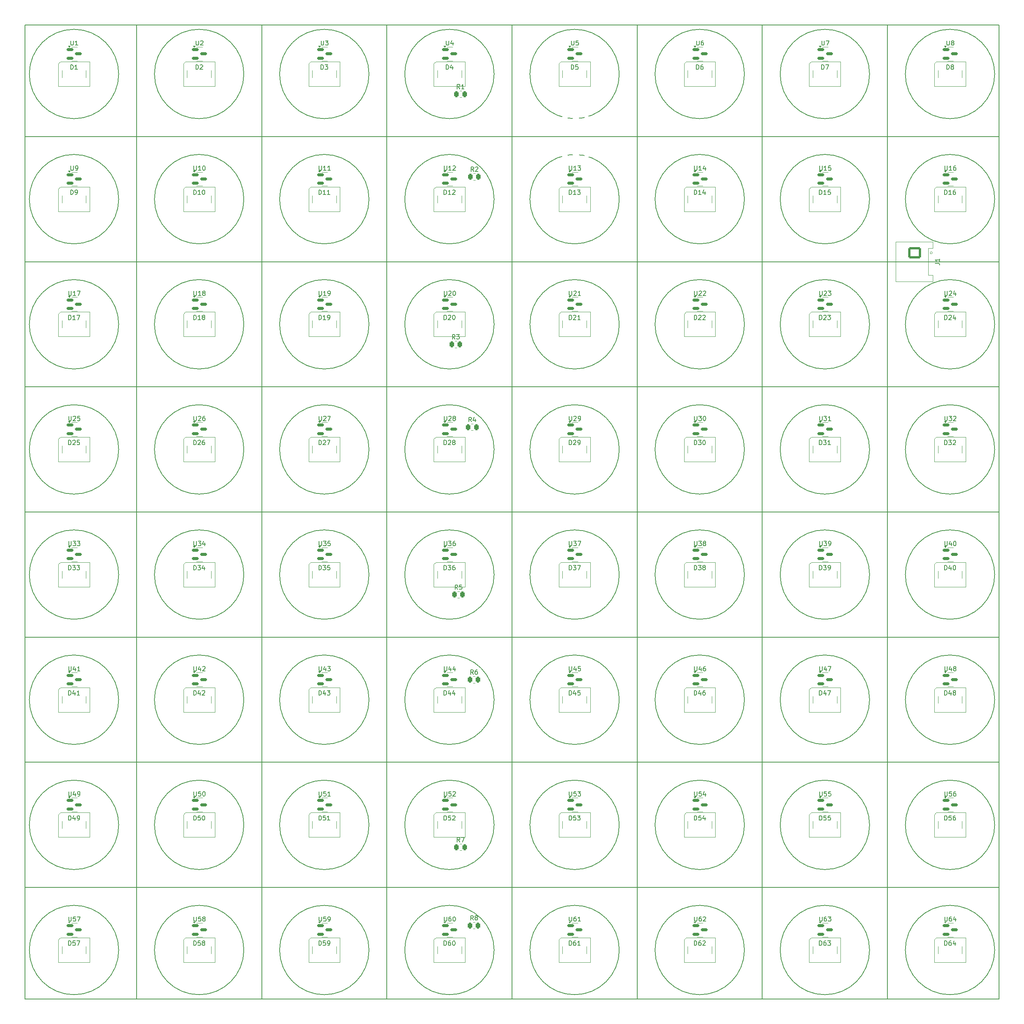
<source format=gto>
G04 #@! TF.GenerationSoftware,KiCad,Pcbnew,8.0.7*
G04 #@! TF.CreationDate,2025-03-27T18:08:51-05:00*
G04 #@! TF.ProjectId,Chess_board2,43686573-735f-4626-9f61-7264322e6b69,rev?*
G04 #@! TF.SameCoordinates,Original*
G04 #@! TF.FileFunction,Legend,Top*
G04 #@! TF.FilePolarity,Positive*
%FSLAX46Y46*%
G04 Gerber Fmt 4.6, Leading zero omitted, Abs format (unit mm)*
G04 Created by KiCad (PCBNEW 8.0.7) date 2025-03-27 18:08:51*
%MOMM*%
%LPD*%
G01*
G04 APERTURE LIST*
G04 Aperture macros list*
%AMRoundRect*
0 Rectangle with rounded corners*
0 $1 Rounding radius*
0 $2 $3 $4 $5 $6 $7 $8 $9 X,Y pos of 4 corners*
0 Add a 4 corners polygon primitive as box body*
4,1,4,$2,$3,$4,$5,$6,$7,$8,$9,$2,$3,0*
0 Add four circle primitives for the rounded corners*
1,1,$1+$1,$2,$3*
1,1,$1+$1,$4,$5*
1,1,$1+$1,$6,$7*
1,1,$1+$1,$8,$9*
0 Add four rect primitives between the rounded corners*
20,1,$1+$1,$2,$3,$4,$5,0*
20,1,$1+$1,$4,$5,$6,$7,0*
20,1,$1+$1,$6,$7,$8,$9,0*
20,1,$1+$1,$8,$9,$2,$3,0*%
G04 Aperture macros list end*
%ADD10C,0.200000*%
%ADD11C,0.150000*%
%ADD12C,0.120000*%
%ADD13R,1.500000X1.000000*%
%ADD14C,1.600000*%
%ADD15RoundRect,0.250000X-1.150000X0.980000X-1.150000X-0.980000X1.150000X-0.980000X1.150000X0.980000X0*%
%ADD16O,2.800000X2.460000*%
%ADD17RoundRect,0.150000X-0.587500X-0.150000X0.587500X-0.150000X0.587500X0.150000X-0.587500X0.150000X0*%
%ADD18RoundRect,0.250000X-0.262500X-0.450000X0.262500X-0.450000X0.262500X0.450000X-0.262500X0.450000X0*%
%ADD19R,1.600000X1.600000*%
%ADD20O,1.600000X1.600000*%
G04 APERTURE END LIST*
D10*
X418000000Y-185000000D02*
G75*
G02*
X398000000Y-185000000I-10000000J0D01*
G01*
X398000000Y-185000000D02*
G75*
G02*
X418000000Y-185000000I10000000J0D01*
G01*
X474000000Y-101000000D02*
G75*
G02*
X454000000Y-101000000I-10000000J0D01*
G01*
X454000000Y-101000000D02*
G75*
G02*
X474000000Y-101000000I10000000J0D01*
G01*
X446000000Y-129000000D02*
G75*
G02*
X426000000Y-129000000I-10000000J0D01*
G01*
X426000000Y-129000000D02*
G75*
G02*
X446000000Y-129000000I10000000J0D01*
G01*
X394000000Y-115000000D02*
X422000000Y-115000000D01*
X422000000Y-143000000D01*
X394000000Y-143000000D01*
X394000000Y-115000000D01*
X506000000Y-255000000D02*
X531000000Y-255000000D01*
X531000000Y-280000000D01*
X506000000Y-280000000D01*
X506000000Y-255000000D01*
X446000000Y-269000000D02*
G75*
G02*
X426000000Y-269000000I-10000000J0D01*
G01*
X426000000Y-269000000D02*
G75*
G02*
X446000000Y-269000000I10000000J0D01*
G01*
X338000000Y-115000000D02*
X366000000Y-115000000D01*
X366000000Y-143000000D01*
X338000000Y-143000000D01*
X338000000Y-115000000D01*
X334000000Y-157000000D02*
G75*
G02*
X314000000Y-157000000I-10000000J0D01*
G01*
X314000000Y-157000000D02*
G75*
G02*
X334000000Y-157000000I10000000J0D01*
G01*
X422000000Y-87000000D02*
X450000000Y-87000000D01*
X450000000Y-115000000D01*
X422000000Y-115000000D01*
X422000000Y-87000000D01*
X338000000Y-87000000D02*
X366000000Y-87000000D01*
X366000000Y-115000000D01*
X338000000Y-115000000D01*
X338000000Y-87000000D01*
X450000000Y-62000000D02*
X478000000Y-62000000D01*
X478000000Y-87000000D01*
X450000000Y-87000000D01*
X450000000Y-62000000D01*
X530000000Y-73000000D02*
G75*
G02*
X510000000Y-73000000I-10000000J0D01*
G01*
X510000000Y-73000000D02*
G75*
G02*
X530000000Y-73000000I10000000J0D01*
G01*
X530000000Y-185000000D02*
G75*
G02*
X510000000Y-185000000I-10000000J0D01*
G01*
X510000000Y-185000000D02*
G75*
G02*
X530000000Y-185000000I10000000J0D01*
G01*
X502000000Y-213000000D02*
G75*
G02*
X482000000Y-213000000I-10000000J0D01*
G01*
X482000000Y-213000000D02*
G75*
G02*
X502000000Y-213000000I10000000J0D01*
G01*
X334000000Y-185000000D02*
G75*
G02*
X314000000Y-185000000I-10000000J0D01*
G01*
X314000000Y-185000000D02*
G75*
G02*
X334000000Y-185000000I10000000J0D01*
G01*
X450000000Y-87000000D02*
X478000000Y-87000000D01*
X478000000Y-115000000D01*
X450000000Y-115000000D01*
X450000000Y-87000000D01*
X334000000Y-241000000D02*
G75*
G02*
X314000000Y-241000000I-10000000J0D01*
G01*
X314000000Y-241000000D02*
G75*
G02*
X334000000Y-241000000I10000000J0D01*
G01*
X338000000Y-143000000D02*
X366000000Y-143000000D01*
X366000000Y-171000000D01*
X338000000Y-171000000D01*
X338000000Y-143000000D01*
X502000000Y-185000000D02*
G75*
G02*
X482000000Y-185000000I-10000000J0D01*
G01*
X482000000Y-185000000D02*
G75*
G02*
X502000000Y-185000000I10000000J0D01*
G01*
X418000000Y-241000000D02*
G75*
G02*
X398000000Y-241000000I-10000000J0D01*
G01*
X398000000Y-241000000D02*
G75*
G02*
X418000000Y-241000000I10000000J0D01*
G01*
X418000000Y-101000000D02*
G75*
G02*
X398000000Y-101000000I-10000000J0D01*
G01*
X398000000Y-101000000D02*
G75*
G02*
X418000000Y-101000000I10000000J0D01*
G01*
X450000000Y-171000000D02*
X478000000Y-171000000D01*
X478000000Y-199000000D01*
X450000000Y-199000000D01*
X450000000Y-171000000D01*
X338000000Y-227000000D02*
X366000000Y-227000000D01*
X366000000Y-255000000D01*
X338000000Y-255000000D01*
X338000000Y-227000000D01*
X390000000Y-73000000D02*
G75*
G02*
X370000000Y-73000000I-10000000J0D01*
G01*
X370000000Y-73000000D02*
G75*
G02*
X390000000Y-73000000I10000000J0D01*
G01*
X394000000Y-199000000D02*
X422000000Y-199000000D01*
X422000000Y-227000000D01*
X394000000Y-227000000D01*
X394000000Y-199000000D01*
X450000000Y-255000000D02*
X478000000Y-255000000D01*
X478000000Y-280000000D01*
X450000000Y-280000000D01*
X450000000Y-255000000D01*
X394000000Y-62000000D02*
X422000000Y-62000000D01*
X422000000Y-87000000D01*
X394000000Y-87000000D01*
X394000000Y-62000000D01*
X394000000Y-62000000D02*
X422000000Y-62000000D01*
X422000000Y-87000000D01*
X394000000Y-87000000D01*
X394000000Y-62000000D01*
X366000000Y-87000000D02*
X394000000Y-87000000D01*
X394000000Y-115000000D01*
X366000000Y-115000000D01*
X366000000Y-87000000D01*
X362000000Y-241000000D02*
G75*
G02*
X342000000Y-241000000I-10000000J0D01*
G01*
X342000000Y-241000000D02*
G75*
G02*
X362000000Y-241000000I10000000J0D01*
G01*
X313000000Y-143000000D02*
X338000000Y-143000000D01*
X338000000Y-171000000D01*
X313000000Y-171000000D01*
X313000000Y-143000000D01*
X474000000Y-269000000D02*
G75*
G02*
X454000000Y-269000000I-10000000J0D01*
G01*
X454000000Y-269000000D02*
G75*
G02*
X474000000Y-269000000I10000000J0D01*
G01*
X530000000Y-129000000D02*
G75*
G02*
X510000000Y-129000000I-10000000J0D01*
G01*
X510000000Y-129000000D02*
G75*
G02*
X530000000Y-129000000I10000000J0D01*
G01*
X530000000Y-213000000D02*
G75*
G02*
X510000000Y-213000000I-10000000J0D01*
G01*
X510000000Y-213000000D02*
G75*
G02*
X530000000Y-213000000I10000000J0D01*
G01*
X362000000Y-73000000D02*
G75*
G02*
X342000000Y-73000000I-10000000J0D01*
G01*
X342000000Y-73000000D02*
G75*
G02*
X362000000Y-73000000I10000000J0D01*
G01*
X478000000Y-143000000D02*
X506000000Y-143000000D01*
X506000000Y-171000000D01*
X478000000Y-171000000D01*
X478000000Y-143000000D01*
X390000000Y-269000000D02*
G75*
G02*
X370000000Y-269000000I-10000000J0D01*
G01*
X370000000Y-269000000D02*
G75*
G02*
X390000000Y-269000000I10000000J0D01*
G01*
X338000000Y-255000000D02*
X366000000Y-255000000D01*
X366000000Y-280000000D01*
X338000000Y-280000000D01*
X338000000Y-255000000D01*
X422000000Y-143000000D02*
X450000000Y-143000000D01*
X450000000Y-171000000D01*
X422000000Y-171000000D01*
X422000000Y-143000000D01*
X338000000Y-62000000D02*
X366000000Y-62000000D01*
X366000000Y-87000000D01*
X338000000Y-87000000D01*
X338000000Y-62000000D01*
X478000000Y-87000000D02*
X506000000Y-87000000D01*
X506000000Y-115000000D01*
X478000000Y-115000000D01*
X478000000Y-87000000D01*
X366000000Y-62000000D02*
X394000000Y-62000000D01*
X394000000Y-87000000D01*
X366000000Y-87000000D01*
X366000000Y-62000000D01*
X502000000Y-73000000D02*
G75*
G02*
X482000000Y-73000000I-10000000J0D01*
G01*
X482000000Y-73000000D02*
G75*
G02*
X502000000Y-73000000I10000000J0D01*
G01*
X502000000Y-157000000D02*
G75*
G02*
X482000000Y-157000000I-10000000J0D01*
G01*
X482000000Y-157000000D02*
G75*
G02*
X502000000Y-157000000I10000000J0D01*
G01*
X446000000Y-157000000D02*
G75*
G02*
X426000000Y-157000000I-10000000J0D01*
G01*
X426000000Y-157000000D02*
G75*
G02*
X446000000Y-157000000I10000000J0D01*
G01*
X394000000Y-227000000D02*
X422000000Y-227000000D01*
X422000000Y-255000000D01*
X394000000Y-255000000D01*
X394000000Y-227000000D01*
X474000000Y-213000000D02*
G75*
G02*
X454000000Y-213000000I-10000000J0D01*
G01*
X454000000Y-213000000D02*
G75*
G02*
X474000000Y-213000000I10000000J0D01*
G01*
X478000000Y-115000000D02*
X506000000Y-115000000D01*
X506000000Y-143000000D01*
X478000000Y-143000000D01*
X478000000Y-115000000D01*
X338000000Y-199000000D02*
X366000000Y-199000000D01*
X366000000Y-227000000D01*
X338000000Y-227000000D01*
X338000000Y-199000000D01*
X502000000Y-129000000D02*
G75*
G02*
X482000000Y-129000000I-10000000J0D01*
G01*
X482000000Y-129000000D02*
G75*
G02*
X502000000Y-129000000I10000000J0D01*
G01*
X446000000Y-213000000D02*
G75*
G02*
X426000000Y-213000000I-10000000J0D01*
G01*
X426000000Y-213000000D02*
G75*
G02*
X446000000Y-213000000I10000000J0D01*
G01*
X478000000Y-171000000D02*
X506000000Y-171000000D01*
X506000000Y-199000000D01*
X478000000Y-199000000D01*
X478000000Y-171000000D01*
X418000000Y-213000000D02*
G75*
G02*
X398000000Y-213000000I-10000000J0D01*
G01*
X398000000Y-213000000D02*
G75*
G02*
X418000000Y-213000000I10000000J0D01*
G01*
X446000000Y-185000000D02*
G75*
G02*
X426000000Y-185000000I-10000000J0D01*
G01*
X426000000Y-185000000D02*
G75*
G02*
X446000000Y-185000000I10000000J0D01*
G01*
X390000000Y-213000000D02*
G75*
G02*
X370000000Y-213000000I-10000000J0D01*
G01*
X370000000Y-213000000D02*
G75*
G02*
X390000000Y-213000000I10000000J0D01*
G01*
X530000000Y-157000000D02*
G75*
G02*
X510000000Y-157000000I-10000000J0D01*
G01*
X510000000Y-157000000D02*
G75*
G02*
X530000000Y-157000000I10000000J0D01*
G01*
X366000000Y-115000000D02*
X394000000Y-115000000D01*
X394000000Y-143000000D01*
X366000000Y-143000000D01*
X366000000Y-115000000D01*
X478000000Y-62000000D02*
X506000000Y-62000000D01*
X506000000Y-87000000D01*
X478000000Y-87000000D01*
X478000000Y-62000000D01*
X474000000Y-185000000D02*
G75*
G02*
X454000000Y-185000000I-10000000J0D01*
G01*
X454000000Y-185000000D02*
G75*
G02*
X474000000Y-185000000I10000000J0D01*
G01*
X366000000Y-143000000D02*
X394000000Y-143000000D01*
X394000000Y-171000000D01*
X366000000Y-171000000D01*
X366000000Y-143000000D01*
X474000000Y-241000000D02*
G75*
G02*
X454000000Y-241000000I-10000000J0D01*
G01*
X454000000Y-241000000D02*
G75*
G02*
X474000000Y-241000000I10000000J0D01*
G01*
X506000000Y-199000000D02*
X531000000Y-199000000D01*
X531000000Y-227000000D01*
X506000000Y-227000000D01*
X506000000Y-199000000D01*
X450000000Y-255000000D02*
X478000000Y-255000000D01*
X478000000Y-280000000D01*
X450000000Y-280000000D01*
X450000000Y-255000000D01*
X474000000Y-73000000D02*
G75*
G02*
X454000000Y-73000000I-10000000J0D01*
G01*
X454000000Y-73000000D02*
G75*
G02*
X474000000Y-73000000I10000000J0D01*
G01*
X394000000Y-87000000D02*
X422000000Y-87000000D01*
X422000000Y-115000000D01*
X394000000Y-115000000D01*
X394000000Y-87000000D01*
X422000000Y-171000000D02*
X450000000Y-171000000D01*
X450000000Y-199000000D01*
X422000000Y-199000000D01*
X422000000Y-171000000D01*
X446000000Y-241000000D02*
G75*
G02*
X426000000Y-241000000I-10000000J0D01*
G01*
X426000000Y-241000000D02*
G75*
G02*
X446000000Y-241000000I10000000J0D01*
G01*
X394000000Y-143000000D02*
X422000000Y-143000000D01*
X422000000Y-171000000D01*
X394000000Y-171000000D01*
X394000000Y-143000000D01*
X418000000Y-73000000D02*
G75*
G02*
X398000000Y-73000000I-10000000J0D01*
G01*
X398000000Y-73000000D02*
G75*
G02*
X418000000Y-73000000I10000000J0D01*
G01*
X394000000Y-171000000D02*
X422000000Y-171000000D01*
X422000000Y-199000000D01*
X394000000Y-199000000D01*
X394000000Y-171000000D01*
X506000000Y-171000000D02*
X531000000Y-171000000D01*
X531000000Y-199000000D01*
X506000000Y-199000000D01*
X506000000Y-171000000D01*
X422000000Y-115000000D02*
X450000000Y-115000000D01*
X450000000Y-143000000D01*
X422000000Y-143000000D01*
X422000000Y-115000000D01*
X450000000Y-115000000D02*
X478000000Y-115000000D01*
X478000000Y-143000000D01*
X450000000Y-143000000D01*
X450000000Y-115000000D01*
X390000000Y-241000000D02*
G75*
G02*
X370000000Y-241000000I-10000000J0D01*
G01*
X370000000Y-241000000D02*
G75*
G02*
X390000000Y-241000000I10000000J0D01*
G01*
X422000000Y-255000000D02*
X450000000Y-255000000D01*
X450000000Y-280000000D01*
X422000000Y-280000000D01*
X422000000Y-255000000D01*
X422000000Y-227000000D02*
X450000000Y-227000000D01*
X450000000Y-255000000D01*
X422000000Y-255000000D01*
X422000000Y-227000000D01*
X313000000Y-62000000D02*
X338000000Y-62000000D01*
X338000000Y-87000000D01*
X313000000Y-87000000D01*
X313000000Y-62000000D01*
X450000000Y-199000000D02*
X478000000Y-199000000D01*
X478000000Y-227000000D01*
X450000000Y-227000000D01*
X450000000Y-199000000D01*
X422000000Y-62000000D02*
X450000000Y-62000000D01*
X450000000Y-87000000D01*
X422000000Y-87000000D01*
X422000000Y-62000000D01*
X474000000Y-129000000D02*
G75*
G02*
X454000000Y-129000000I-10000000J0D01*
G01*
X454000000Y-129000000D02*
G75*
G02*
X474000000Y-129000000I10000000J0D01*
G01*
X390000000Y-129000000D02*
G75*
G02*
X370000000Y-129000000I-10000000J0D01*
G01*
X370000000Y-129000000D02*
G75*
G02*
X390000000Y-129000000I10000000J0D01*
G01*
X334000000Y-73000000D02*
G75*
G02*
X314000000Y-73000000I-10000000J0D01*
G01*
X314000000Y-73000000D02*
G75*
G02*
X334000000Y-73000000I10000000J0D01*
G01*
X506000000Y-227000000D02*
X531000000Y-227000000D01*
X531000000Y-255000000D01*
X506000000Y-255000000D01*
X506000000Y-227000000D01*
X390000000Y-101000000D02*
G75*
G02*
X370000000Y-101000000I-10000000J0D01*
G01*
X370000000Y-101000000D02*
G75*
G02*
X390000000Y-101000000I10000000J0D01*
G01*
X334000000Y-213000000D02*
G75*
G02*
X314000000Y-213000000I-10000000J0D01*
G01*
X314000000Y-213000000D02*
G75*
G02*
X334000000Y-213000000I10000000J0D01*
G01*
X474000000Y-157000000D02*
G75*
G02*
X454000000Y-157000000I-10000000J0D01*
G01*
X454000000Y-157000000D02*
G75*
G02*
X474000000Y-157000000I10000000J0D01*
G01*
X338000000Y-62000000D02*
X366000000Y-62000000D01*
X366000000Y-87000000D01*
X338000000Y-87000000D01*
X338000000Y-62000000D01*
X366000000Y-227000000D02*
X394000000Y-227000000D01*
X394000000Y-255000000D01*
X366000000Y-255000000D01*
X366000000Y-227000000D01*
X450000000Y-227000000D02*
X478000000Y-227000000D01*
X478000000Y-255000000D01*
X450000000Y-255000000D01*
X450000000Y-227000000D01*
X394000000Y-255000000D02*
X422000000Y-255000000D01*
X422000000Y-280000000D01*
X394000000Y-280000000D01*
X394000000Y-255000000D01*
X478000000Y-255000000D02*
X506000000Y-255000000D01*
X506000000Y-280000000D01*
X478000000Y-280000000D01*
X478000000Y-255000000D01*
X366000000Y-199000000D02*
X394000000Y-199000000D01*
X394000000Y-227000000D01*
X366000000Y-227000000D01*
X366000000Y-199000000D01*
X530000000Y-241000000D02*
G75*
G02*
X510000000Y-241000000I-10000000J0D01*
G01*
X510000000Y-241000000D02*
G75*
G02*
X530000000Y-241000000I10000000J0D01*
G01*
X502000000Y-101000000D02*
G75*
G02*
X482000000Y-101000000I-10000000J0D01*
G01*
X482000000Y-101000000D02*
G75*
G02*
X502000000Y-101000000I10000000J0D01*
G01*
X390000000Y-185000000D02*
G75*
G02*
X370000000Y-185000000I-10000000J0D01*
G01*
X370000000Y-185000000D02*
G75*
G02*
X390000000Y-185000000I10000000J0D01*
G01*
X506000000Y-62000000D02*
X531000000Y-62000000D01*
X531000000Y-87000000D01*
X506000000Y-87000000D01*
X506000000Y-62000000D01*
X362000000Y-129000000D02*
G75*
G02*
X342000000Y-129000000I-10000000J0D01*
G01*
X342000000Y-129000000D02*
G75*
G02*
X362000000Y-129000000I10000000J0D01*
G01*
X313000000Y-199000000D02*
X338000000Y-199000000D01*
X338000000Y-227000000D01*
X313000000Y-227000000D01*
X313000000Y-199000000D01*
X334000000Y-101000000D02*
G75*
G02*
X314000000Y-101000000I-10000000J0D01*
G01*
X314000000Y-101000000D02*
G75*
G02*
X334000000Y-101000000I10000000J0D01*
G01*
X366000000Y-255000000D02*
X394000000Y-255000000D01*
X394000000Y-280000000D01*
X366000000Y-280000000D01*
X366000000Y-255000000D01*
X338000000Y-255000000D02*
X366000000Y-255000000D01*
X366000000Y-280000000D01*
X338000000Y-280000000D01*
X338000000Y-255000000D01*
X362000000Y-185000000D02*
G75*
G02*
X342000000Y-185000000I-10000000J0D01*
G01*
X342000000Y-185000000D02*
G75*
G02*
X362000000Y-185000000I10000000J0D01*
G01*
X506000000Y-115000000D02*
X531000000Y-115000000D01*
X531000000Y-143000000D01*
X506000000Y-143000000D01*
X506000000Y-115000000D01*
X418000000Y-129000000D02*
G75*
G02*
X398000000Y-129000000I-10000000J0D01*
G01*
X398000000Y-129000000D02*
G75*
G02*
X418000000Y-129000000I10000000J0D01*
G01*
X478000000Y-199000000D02*
X506000000Y-199000000D01*
X506000000Y-227000000D01*
X478000000Y-227000000D01*
X478000000Y-199000000D01*
X362000000Y-101000000D02*
G75*
G02*
X342000000Y-101000000I-10000000J0D01*
G01*
X342000000Y-101000000D02*
G75*
G02*
X362000000Y-101000000I10000000J0D01*
G01*
X530000000Y-101000000D02*
G75*
G02*
X510000000Y-101000000I-10000000J0D01*
G01*
X510000000Y-101000000D02*
G75*
G02*
X530000000Y-101000000I10000000J0D01*
G01*
X446000000Y-101000000D02*
G75*
G02*
X426000000Y-101000000I-10000000J0D01*
G01*
X426000000Y-101000000D02*
G75*
G02*
X446000000Y-101000000I10000000J0D01*
G01*
X313000000Y-227000000D02*
X338000000Y-227000000D01*
X338000000Y-255000000D01*
X313000000Y-255000000D01*
X313000000Y-227000000D01*
X450000000Y-62000000D02*
X478000000Y-62000000D01*
X478000000Y-87000000D01*
X450000000Y-87000000D01*
X450000000Y-62000000D01*
X506000000Y-143000000D02*
X531000000Y-143000000D01*
X531000000Y-171000000D01*
X506000000Y-171000000D01*
X506000000Y-143000000D01*
X394000000Y-255000000D02*
X422000000Y-255000000D01*
X422000000Y-280000000D01*
X394000000Y-280000000D01*
X394000000Y-255000000D01*
X366000000Y-171000000D02*
X394000000Y-171000000D01*
X394000000Y-199000000D01*
X366000000Y-199000000D01*
X366000000Y-171000000D01*
X313000000Y-171000000D02*
X338000000Y-171000000D01*
X338000000Y-199000000D01*
X313000000Y-199000000D01*
X313000000Y-171000000D01*
X478000000Y-227000000D02*
X506000000Y-227000000D01*
X506000000Y-255000000D01*
X478000000Y-255000000D01*
X478000000Y-227000000D01*
X418000000Y-269000000D02*
G75*
G02*
X398000000Y-269000000I-10000000J0D01*
G01*
X398000000Y-269000000D02*
G75*
G02*
X418000000Y-269000000I10000000J0D01*
G01*
X506000000Y-87000000D02*
X531000000Y-87000000D01*
X531000000Y-115000000D01*
X506000000Y-115000000D01*
X506000000Y-87000000D01*
X418000000Y-157000000D02*
G75*
G02*
X398000000Y-157000000I-10000000J0D01*
G01*
X398000000Y-157000000D02*
G75*
G02*
X418000000Y-157000000I10000000J0D01*
G01*
X313000000Y-115000000D02*
X338000000Y-115000000D01*
X338000000Y-143000000D01*
X313000000Y-143000000D01*
X313000000Y-115000000D01*
X450000000Y-143000000D02*
X478000000Y-143000000D01*
X478000000Y-171000000D01*
X450000000Y-171000000D01*
X450000000Y-143000000D01*
X334000000Y-269000000D02*
G75*
G02*
X314000000Y-269000000I-10000000J0D01*
G01*
X314000000Y-269000000D02*
G75*
G02*
X334000000Y-269000000I10000000J0D01*
G01*
X362000000Y-269000000D02*
G75*
G02*
X342000000Y-269000000I-10000000J0D01*
G01*
X342000000Y-269000000D02*
G75*
G02*
X362000000Y-269000000I10000000J0D01*
G01*
X422000000Y-199000000D02*
X450000000Y-199000000D01*
X450000000Y-227000000D01*
X422000000Y-227000000D01*
X422000000Y-199000000D01*
X313000000Y-255000000D02*
X338000000Y-255000000D01*
X338000000Y-280000000D01*
X313000000Y-280000000D01*
X313000000Y-255000000D01*
X530000000Y-269000000D02*
G75*
G02*
X510000000Y-269000000I-10000000J0D01*
G01*
X510000000Y-269000000D02*
G75*
G02*
X530000000Y-269000000I10000000J0D01*
G01*
X390000000Y-157000000D02*
G75*
G02*
X370000000Y-157000000I-10000000J0D01*
G01*
X370000000Y-157000000D02*
G75*
G02*
X390000000Y-157000000I10000000J0D01*
G01*
X334000000Y-129000000D02*
G75*
G02*
X314000000Y-129000000I-10000000J0D01*
G01*
X314000000Y-129000000D02*
G75*
G02*
X334000000Y-129000000I10000000J0D01*
G01*
X362000000Y-157000000D02*
G75*
G02*
X342000000Y-157000000I-10000000J0D01*
G01*
X342000000Y-157000000D02*
G75*
G02*
X362000000Y-157000000I10000000J0D01*
G01*
X502000000Y-269000000D02*
G75*
G02*
X482000000Y-269000000I-10000000J0D01*
G01*
X482000000Y-269000000D02*
G75*
G02*
X502000000Y-269000000I10000000J0D01*
G01*
X502000000Y-241000000D02*
G75*
G02*
X482000000Y-241000000I-10000000J0D01*
G01*
X482000000Y-241000000D02*
G75*
G02*
X502000000Y-241000000I10000000J0D01*
G01*
X446000000Y-73000000D02*
G75*
G02*
X426000000Y-73000000I-10000000J0D01*
G01*
X426000000Y-73000000D02*
G75*
G02*
X446000000Y-73000000I10000000J0D01*
G01*
X362000000Y-213000000D02*
G75*
G02*
X342000000Y-213000000I-10000000J0D01*
G01*
X342000000Y-213000000D02*
G75*
G02*
X362000000Y-213000000I10000000J0D01*
G01*
X313000000Y-87000000D02*
X338000000Y-87000000D01*
X338000000Y-115000000D01*
X313000000Y-115000000D01*
X313000000Y-87000000D01*
X338000000Y-171000000D02*
X366000000Y-171000000D01*
X366000000Y-199000000D01*
X338000000Y-199000000D01*
X338000000Y-171000000D01*
D11*
X434785714Y-127954819D02*
X434785714Y-126954819D01*
X434785714Y-126954819D02*
X435023809Y-126954819D01*
X435023809Y-126954819D02*
X435166666Y-127002438D01*
X435166666Y-127002438D02*
X435261904Y-127097676D01*
X435261904Y-127097676D02*
X435309523Y-127192914D01*
X435309523Y-127192914D02*
X435357142Y-127383390D01*
X435357142Y-127383390D02*
X435357142Y-127526247D01*
X435357142Y-127526247D02*
X435309523Y-127716723D01*
X435309523Y-127716723D02*
X435261904Y-127811961D01*
X435261904Y-127811961D02*
X435166666Y-127907200D01*
X435166666Y-127907200D02*
X435023809Y-127954819D01*
X435023809Y-127954819D02*
X434785714Y-127954819D01*
X435738095Y-127050057D02*
X435785714Y-127002438D01*
X435785714Y-127002438D02*
X435880952Y-126954819D01*
X435880952Y-126954819D02*
X436119047Y-126954819D01*
X436119047Y-126954819D02*
X436214285Y-127002438D01*
X436214285Y-127002438D02*
X436261904Y-127050057D01*
X436261904Y-127050057D02*
X436309523Y-127145295D01*
X436309523Y-127145295D02*
X436309523Y-127240533D01*
X436309523Y-127240533D02*
X436261904Y-127383390D01*
X436261904Y-127383390D02*
X435690476Y-127954819D01*
X435690476Y-127954819D02*
X436309523Y-127954819D01*
X437261904Y-127954819D02*
X436690476Y-127954819D01*
X436976190Y-127954819D02*
X436976190Y-126954819D01*
X436976190Y-126954819D02*
X436880952Y-127097676D01*
X436880952Y-127097676D02*
X436785714Y-127192914D01*
X436785714Y-127192914D02*
X436690476Y-127240533D01*
X350785714Y-211954819D02*
X350785714Y-210954819D01*
X350785714Y-210954819D02*
X351023809Y-210954819D01*
X351023809Y-210954819D02*
X351166666Y-211002438D01*
X351166666Y-211002438D02*
X351261904Y-211097676D01*
X351261904Y-211097676D02*
X351309523Y-211192914D01*
X351309523Y-211192914D02*
X351357142Y-211383390D01*
X351357142Y-211383390D02*
X351357142Y-211526247D01*
X351357142Y-211526247D02*
X351309523Y-211716723D01*
X351309523Y-211716723D02*
X351261904Y-211811961D01*
X351261904Y-211811961D02*
X351166666Y-211907200D01*
X351166666Y-211907200D02*
X351023809Y-211954819D01*
X351023809Y-211954819D02*
X350785714Y-211954819D01*
X352214285Y-211288152D02*
X352214285Y-211954819D01*
X351976190Y-210907200D02*
X351738095Y-211621485D01*
X351738095Y-211621485D02*
X352357142Y-211621485D01*
X352690476Y-211050057D02*
X352738095Y-211002438D01*
X352738095Y-211002438D02*
X352833333Y-210954819D01*
X352833333Y-210954819D02*
X353071428Y-210954819D01*
X353071428Y-210954819D02*
X353166666Y-211002438D01*
X353166666Y-211002438D02*
X353214285Y-211050057D01*
X353214285Y-211050057D02*
X353261904Y-211145295D01*
X353261904Y-211145295D02*
X353261904Y-211240533D01*
X353261904Y-211240533D02*
X353214285Y-211383390D01*
X353214285Y-211383390D02*
X352642857Y-211954819D01*
X352642857Y-211954819D02*
X353261904Y-211954819D01*
X518785714Y-239954819D02*
X518785714Y-238954819D01*
X518785714Y-238954819D02*
X519023809Y-238954819D01*
X519023809Y-238954819D02*
X519166666Y-239002438D01*
X519166666Y-239002438D02*
X519261904Y-239097676D01*
X519261904Y-239097676D02*
X519309523Y-239192914D01*
X519309523Y-239192914D02*
X519357142Y-239383390D01*
X519357142Y-239383390D02*
X519357142Y-239526247D01*
X519357142Y-239526247D02*
X519309523Y-239716723D01*
X519309523Y-239716723D02*
X519261904Y-239811961D01*
X519261904Y-239811961D02*
X519166666Y-239907200D01*
X519166666Y-239907200D02*
X519023809Y-239954819D01*
X519023809Y-239954819D02*
X518785714Y-239954819D01*
X520261904Y-238954819D02*
X519785714Y-238954819D01*
X519785714Y-238954819D02*
X519738095Y-239431009D01*
X519738095Y-239431009D02*
X519785714Y-239383390D01*
X519785714Y-239383390D02*
X519880952Y-239335771D01*
X519880952Y-239335771D02*
X520119047Y-239335771D01*
X520119047Y-239335771D02*
X520214285Y-239383390D01*
X520214285Y-239383390D02*
X520261904Y-239431009D01*
X520261904Y-239431009D02*
X520309523Y-239526247D01*
X520309523Y-239526247D02*
X520309523Y-239764342D01*
X520309523Y-239764342D02*
X520261904Y-239859580D01*
X520261904Y-239859580D02*
X520214285Y-239907200D01*
X520214285Y-239907200D02*
X520119047Y-239954819D01*
X520119047Y-239954819D02*
X519880952Y-239954819D01*
X519880952Y-239954819D02*
X519785714Y-239907200D01*
X519785714Y-239907200D02*
X519738095Y-239859580D01*
X521166666Y-238954819D02*
X520976190Y-238954819D01*
X520976190Y-238954819D02*
X520880952Y-239002438D01*
X520880952Y-239002438D02*
X520833333Y-239050057D01*
X520833333Y-239050057D02*
X520738095Y-239192914D01*
X520738095Y-239192914D02*
X520690476Y-239383390D01*
X520690476Y-239383390D02*
X520690476Y-239764342D01*
X520690476Y-239764342D02*
X520738095Y-239859580D01*
X520738095Y-239859580D02*
X520785714Y-239907200D01*
X520785714Y-239907200D02*
X520880952Y-239954819D01*
X520880952Y-239954819D02*
X521071428Y-239954819D01*
X521071428Y-239954819D02*
X521166666Y-239907200D01*
X521166666Y-239907200D02*
X521214285Y-239859580D01*
X521214285Y-239859580D02*
X521261904Y-239764342D01*
X521261904Y-239764342D02*
X521261904Y-239526247D01*
X521261904Y-239526247D02*
X521214285Y-239431009D01*
X521214285Y-239431009D02*
X521166666Y-239383390D01*
X521166666Y-239383390D02*
X521071428Y-239335771D01*
X521071428Y-239335771D02*
X520880952Y-239335771D01*
X520880952Y-239335771D02*
X520785714Y-239383390D01*
X520785714Y-239383390D02*
X520738095Y-239431009D01*
X520738095Y-239431009D02*
X520690476Y-239526247D01*
X378785714Y-211954819D02*
X378785714Y-210954819D01*
X378785714Y-210954819D02*
X379023809Y-210954819D01*
X379023809Y-210954819D02*
X379166666Y-211002438D01*
X379166666Y-211002438D02*
X379261904Y-211097676D01*
X379261904Y-211097676D02*
X379309523Y-211192914D01*
X379309523Y-211192914D02*
X379357142Y-211383390D01*
X379357142Y-211383390D02*
X379357142Y-211526247D01*
X379357142Y-211526247D02*
X379309523Y-211716723D01*
X379309523Y-211716723D02*
X379261904Y-211811961D01*
X379261904Y-211811961D02*
X379166666Y-211907200D01*
X379166666Y-211907200D02*
X379023809Y-211954819D01*
X379023809Y-211954819D02*
X378785714Y-211954819D01*
X380214285Y-211288152D02*
X380214285Y-211954819D01*
X379976190Y-210907200D02*
X379738095Y-211621485D01*
X379738095Y-211621485D02*
X380357142Y-211621485D01*
X380642857Y-210954819D02*
X381261904Y-210954819D01*
X381261904Y-210954819D02*
X380928571Y-211335771D01*
X380928571Y-211335771D02*
X381071428Y-211335771D01*
X381071428Y-211335771D02*
X381166666Y-211383390D01*
X381166666Y-211383390D02*
X381214285Y-211431009D01*
X381214285Y-211431009D02*
X381261904Y-211526247D01*
X381261904Y-211526247D02*
X381261904Y-211764342D01*
X381261904Y-211764342D02*
X381214285Y-211859580D01*
X381214285Y-211859580D02*
X381166666Y-211907200D01*
X381166666Y-211907200D02*
X381071428Y-211954819D01*
X381071428Y-211954819D02*
X380785714Y-211954819D01*
X380785714Y-211954819D02*
X380690476Y-211907200D01*
X380690476Y-211907200D02*
X380642857Y-211859580D01*
X516654819Y-115333333D02*
X517369104Y-115333333D01*
X517369104Y-115333333D02*
X517511961Y-115380952D01*
X517511961Y-115380952D02*
X517607200Y-115476190D01*
X517607200Y-115476190D02*
X517654819Y-115619047D01*
X517654819Y-115619047D02*
X517654819Y-115714285D01*
X517654819Y-114333333D02*
X517654819Y-114904761D01*
X517654819Y-114619047D02*
X516654819Y-114619047D01*
X516654819Y-114619047D02*
X516797676Y-114714285D01*
X516797676Y-114714285D02*
X516892914Y-114809523D01*
X516892914Y-114809523D02*
X516940533Y-114904761D01*
X406824405Y-93554819D02*
X406824405Y-94364342D01*
X406824405Y-94364342D02*
X406872024Y-94459580D01*
X406872024Y-94459580D02*
X406919643Y-94507200D01*
X406919643Y-94507200D02*
X407014881Y-94554819D01*
X407014881Y-94554819D02*
X407205357Y-94554819D01*
X407205357Y-94554819D02*
X407300595Y-94507200D01*
X407300595Y-94507200D02*
X407348214Y-94459580D01*
X407348214Y-94459580D02*
X407395833Y-94364342D01*
X407395833Y-94364342D02*
X407395833Y-93554819D01*
X408395833Y-94554819D02*
X407824405Y-94554819D01*
X408110119Y-94554819D02*
X408110119Y-93554819D01*
X408110119Y-93554819D02*
X408014881Y-93697676D01*
X408014881Y-93697676D02*
X407919643Y-93792914D01*
X407919643Y-93792914D02*
X407824405Y-93840533D01*
X408776786Y-93650057D02*
X408824405Y-93602438D01*
X408824405Y-93602438D02*
X408919643Y-93554819D01*
X408919643Y-93554819D02*
X409157738Y-93554819D01*
X409157738Y-93554819D02*
X409252976Y-93602438D01*
X409252976Y-93602438D02*
X409300595Y-93650057D01*
X409300595Y-93650057D02*
X409348214Y-93745295D01*
X409348214Y-93745295D02*
X409348214Y-93840533D01*
X409348214Y-93840533D02*
X409300595Y-93983390D01*
X409300595Y-93983390D02*
X408729167Y-94554819D01*
X408729167Y-94554819D02*
X409348214Y-94554819D01*
X350785714Y-183954819D02*
X350785714Y-182954819D01*
X350785714Y-182954819D02*
X351023809Y-182954819D01*
X351023809Y-182954819D02*
X351166666Y-183002438D01*
X351166666Y-183002438D02*
X351261904Y-183097676D01*
X351261904Y-183097676D02*
X351309523Y-183192914D01*
X351309523Y-183192914D02*
X351357142Y-183383390D01*
X351357142Y-183383390D02*
X351357142Y-183526247D01*
X351357142Y-183526247D02*
X351309523Y-183716723D01*
X351309523Y-183716723D02*
X351261904Y-183811961D01*
X351261904Y-183811961D02*
X351166666Y-183907200D01*
X351166666Y-183907200D02*
X351023809Y-183954819D01*
X351023809Y-183954819D02*
X350785714Y-183954819D01*
X351690476Y-182954819D02*
X352309523Y-182954819D01*
X352309523Y-182954819D02*
X351976190Y-183335771D01*
X351976190Y-183335771D02*
X352119047Y-183335771D01*
X352119047Y-183335771D02*
X352214285Y-183383390D01*
X352214285Y-183383390D02*
X352261904Y-183431009D01*
X352261904Y-183431009D02*
X352309523Y-183526247D01*
X352309523Y-183526247D02*
X352309523Y-183764342D01*
X352309523Y-183764342D02*
X352261904Y-183859580D01*
X352261904Y-183859580D02*
X352214285Y-183907200D01*
X352214285Y-183907200D02*
X352119047Y-183954819D01*
X352119047Y-183954819D02*
X351833333Y-183954819D01*
X351833333Y-183954819D02*
X351738095Y-183907200D01*
X351738095Y-183907200D02*
X351690476Y-183859580D01*
X353166666Y-183288152D02*
X353166666Y-183954819D01*
X352928571Y-182907200D02*
X352690476Y-183621485D01*
X352690476Y-183621485D02*
X353309523Y-183621485D01*
X323261905Y-99954819D02*
X323261905Y-98954819D01*
X323261905Y-98954819D02*
X323500000Y-98954819D01*
X323500000Y-98954819D02*
X323642857Y-99002438D01*
X323642857Y-99002438D02*
X323738095Y-99097676D01*
X323738095Y-99097676D02*
X323785714Y-99192914D01*
X323785714Y-99192914D02*
X323833333Y-99383390D01*
X323833333Y-99383390D02*
X323833333Y-99526247D01*
X323833333Y-99526247D02*
X323785714Y-99716723D01*
X323785714Y-99716723D02*
X323738095Y-99811961D01*
X323738095Y-99811961D02*
X323642857Y-99907200D01*
X323642857Y-99907200D02*
X323500000Y-99954819D01*
X323500000Y-99954819D02*
X323261905Y-99954819D01*
X324309524Y-99954819D02*
X324500000Y-99954819D01*
X324500000Y-99954819D02*
X324595238Y-99907200D01*
X324595238Y-99907200D02*
X324642857Y-99859580D01*
X324642857Y-99859580D02*
X324738095Y-99716723D01*
X324738095Y-99716723D02*
X324785714Y-99526247D01*
X324785714Y-99526247D02*
X324785714Y-99145295D01*
X324785714Y-99145295D02*
X324738095Y-99050057D01*
X324738095Y-99050057D02*
X324690476Y-99002438D01*
X324690476Y-99002438D02*
X324595238Y-98954819D01*
X324595238Y-98954819D02*
X324404762Y-98954819D01*
X324404762Y-98954819D02*
X324309524Y-99002438D01*
X324309524Y-99002438D02*
X324261905Y-99050057D01*
X324261905Y-99050057D02*
X324214286Y-99145295D01*
X324214286Y-99145295D02*
X324214286Y-99383390D01*
X324214286Y-99383390D02*
X324261905Y-99478628D01*
X324261905Y-99478628D02*
X324309524Y-99526247D01*
X324309524Y-99526247D02*
X324404762Y-99573866D01*
X324404762Y-99573866D02*
X324595238Y-99573866D01*
X324595238Y-99573866D02*
X324690476Y-99526247D01*
X324690476Y-99526247D02*
X324738095Y-99478628D01*
X324738095Y-99478628D02*
X324785714Y-99383390D01*
X410333333Y-244804819D02*
X410000000Y-244328628D01*
X409761905Y-244804819D02*
X409761905Y-243804819D01*
X409761905Y-243804819D02*
X410142857Y-243804819D01*
X410142857Y-243804819D02*
X410238095Y-243852438D01*
X410238095Y-243852438D02*
X410285714Y-243900057D01*
X410285714Y-243900057D02*
X410333333Y-243995295D01*
X410333333Y-243995295D02*
X410333333Y-244138152D01*
X410333333Y-244138152D02*
X410285714Y-244233390D01*
X410285714Y-244233390D02*
X410238095Y-244281009D01*
X410238095Y-244281009D02*
X410142857Y-244328628D01*
X410142857Y-244328628D02*
X409761905Y-244328628D01*
X410666667Y-243804819D02*
X411333333Y-243804819D01*
X411333333Y-243804819D02*
X410904762Y-244804819D01*
X434785714Y-211954819D02*
X434785714Y-210954819D01*
X434785714Y-210954819D02*
X435023809Y-210954819D01*
X435023809Y-210954819D02*
X435166666Y-211002438D01*
X435166666Y-211002438D02*
X435261904Y-211097676D01*
X435261904Y-211097676D02*
X435309523Y-211192914D01*
X435309523Y-211192914D02*
X435357142Y-211383390D01*
X435357142Y-211383390D02*
X435357142Y-211526247D01*
X435357142Y-211526247D02*
X435309523Y-211716723D01*
X435309523Y-211716723D02*
X435261904Y-211811961D01*
X435261904Y-211811961D02*
X435166666Y-211907200D01*
X435166666Y-211907200D02*
X435023809Y-211954819D01*
X435023809Y-211954819D02*
X434785714Y-211954819D01*
X436214285Y-211288152D02*
X436214285Y-211954819D01*
X435976190Y-210907200D02*
X435738095Y-211621485D01*
X435738095Y-211621485D02*
X436357142Y-211621485D01*
X437214285Y-210954819D02*
X436738095Y-210954819D01*
X436738095Y-210954819D02*
X436690476Y-211431009D01*
X436690476Y-211431009D02*
X436738095Y-211383390D01*
X436738095Y-211383390D02*
X436833333Y-211335771D01*
X436833333Y-211335771D02*
X437071428Y-211335771D01*
X437071428Y-211335771D02*
X437166666Y-211383390D01*
X437166666Y-211383390D02*
X437214285Y-211431009D01*
X437214285Y-211431009D02*
X437261904Y-211526247D01*
X437261904Y-211526247D02*
X437261904Y-211764342D01*
X437261904Y-211764342D02*
X437214285Y-211859580D01*
X437214285Y-211859580D02*
X437166666Y-211907200D01*
X437166666Y-211907200D02*
X437071428Y-211954819D01*
X437071428Y-211954819D02*
X436833333Y-211954819D01*
X436833333Y-211954819D02*
X436738095Y-211907200D01*
X436738095Y-211907200D02*
X436690476Y-211859580D01*
X378824405Y-93554819D02*
X378824405Y-94364342D01*
X378824405Y-94364342D02*
X378872024Y-94459580D01*
X378872024Y-94459580D02*
X378919643Y-94507200D01*
X378919643Y-94507200D02*
X379014881Y-94554819D01*
X379014881Y-94554819D02*
X379205357Y-94554819D01*
X379205357Y-94554819D02*
X379300595Y-94507200D01*
X379300595Y-94507200D02*
X379348214Y-94459580D01*
X379348214Y-94459580D02*
X379395833Y-94364342D01*
X379395833Y-94364342D02*
X379395833Y-93554819D01*
X380395833Y-94554819D02*
X379824405Y-94554819D01*
X380110119Y-94554819D02*
X380110119Y-93554819D01*
X380110119Y-93554819D02*
X380014881Y-93697676D01*
X380014881Y-93697676D02*
X379919643Y-93792914D01*
X379919643Y-93792914D02*
X379824405Y-93840533D01*
X381348214Y-94554819D02*
X380776786Y-94554819D01*
X381062500Y-94554819D02*
X381062500Y-93554819D01*
X381062500Y-93554819D02*
X380967262Y-93697676D01*
X380967262Y-93697676D02*
X380872024Y-93792914D01*
X380872024Y-93792914D02*
X380776786Y-93840533D01*
X323261905Y-71954819D02*
X323261905Y-70954819D01*
X323261905Y-70954819D02*
X323500000Y-70954819D01*
X323500000Y-70954819D02*
X323642857Y-71002438D01*
X323642857Y-71002438D02*
X323738095Y-71097676D01*
X323738095Y-71097676D02*
X323785714Y-71192914D01*
X323785714Y-71192914D02*
X323833333Y-71383390D01*
X323833333Y-71383390D02*
X323833333Y-71526247D01*
X323833333Y-71526247D02*
X323785714Y-71716723D01*
X323785714Y-71716723D02*
X323738095Y-71811961D01*
X323738095Y-71811961D02*
X323642857Y-71907200D01*
X323642857Y-71907200D02*
X323500000Y-71954819D01*
X323500000Y-71954819D02*
X323261905Y-71954819D01*
X324785714Y-71954819D02*
X324214286Y-71954819D01*
X324500000Y-71954819D02*
X324500000Y-70954819D01*
X324500000Y-70954819D02*
X324404762Y-71097676D01*
X324404762Y-71097676D02*
X324309524Y-71192914D01*
X324309524Y-71192914D02*
X324214286Y-71240533D01*
X518824405Y-261554819D02*
X518824405Y-262364342D01*
X518824405Y-262364342D02*
X518872024Y-262459580D01*
X518872024Y-262459580D02*
X518919643Y-262507200D01*
X518919643Y-262507200D02*
X519014881Y-262554819D01*
X519014881Y-262554819D02*
X519205357Y-262554819D01*
X519205357Y-262554819D02*
X519300595Y-262507200D01*
X519300595Y-262507200D02*
X519348214Y-262459580D01*
X519348214Y-262459580D02*
X519395833Y-262364342D01*
X519395833Y-262364342D02*
X519395833Y-261554819D01*
X520300595Y-261554819D02*
X520110119Y-261554819D01*
X520110119Y-261554819D02*
X520014881Y-261602438D01*
X520014881Y-261602438D02*
X519967262Y-261650057D01*
X519967262Y-261650057D02*
X519872024Y-261792914D01*
X519872024Y-261792914D02*
X519824405Y-261983390D01*
X519824405Y-261983390D02*
X519824405Y-262364342D01*
X519824405Y-262364342D02*
X519872024Y-262459580D01*
X519872024Y-262459580D02*
X519919643Y-262507200D01*
X519919643Y-262507200D02*
X520014881Y-262554819D01*
X520014881Y-262554819D02*
X520205357Y-262554819D01*
X520205357Y-262554819D02*
X520300595Y-262507200D01*
X520300595Y-262507200D02*
X520348214Y-262459580D01*
X520348214Y-262459580D02*
X520395833Y-262364342D01*
X520395833Y-262364342D02*
X520395833Y-262126247D01*
X520395833Y-262126247D02*
X520348214Y-262031009D01*
X520348214Y-262031009D02*
X520300595Y-261983390D01*
X520300595Y-261983390D02*
X520205357Y-261935771D01*
X520205357Y-261935771D02*
X520014881Y-261935771D01*
X520014881Y-261935771D02*
X519919643Y-261983390D01*
X519919643Y-261983390D02*
X519872024Y-262031009D01*
X519872024Y-262031009D02*
X519824405Y-262126247D01*
X521252976Y-261888152D02*
X521252976Y-262554819D01*
X521014881Y-261507200D02*
X520776786Y-262221485D01*
X520776786Y-262221485D02*
X521395833Y-262221485D01*
X518785714Y-155954819D02*
X518785714Y-154954819D01*
X518785714Y-154954819D02*
X519023809Y-154954819D01*
X519023809Y-154954819D02*
X519166666Y-155002438D01*
X519166666Y-155002438D02*
X519261904Y-155097676D01*
X519261904Y-155097676D02*
X519309523Y-155192914D01*
X519309523Y-155192914D02*
X519357142Y-155383390D01*
X519357142Y-155383390D02*
X519357142Y-155526247D01*
X519357142Y-155526247D02*
X519309523Y-155716723D01*
X519309523Y-155716723D02*
X519261904Y-155811961D01*
X519261904Y-155811961D02*
X519166666Y-155907200D01*
X519166666Y-155907200D02*
X519023809Y-155954819D01*
X519023809Y-155954819D02*
X518785714Y-155954819D01*
X519690476Y-154954819D02*
X520309523Y-154954819D01*
X520309523Y-154954819D02*
X519976190Y-155335771D01*
X519976190Y-155335771D02*
X520119047Y-155335771D01*
X520119047Y-155335771D02*
X520214285Y-155383390D01*
X520214285Y-155383390D02*
X520261904Y-155431009D01*
X520261904Y-155431009D02*
X520309523Y-155526247D01*
X520309523Y-155526247D02*
X520309523Y-155764342D01*
X520309523Y-155764342D02*
X520261904Y-155859580D01*
X520261904Y-155859580D02*
X520214285Y-155907200D01*
X520214285Y-155907200D02*
X520119047Y-155954819D01*
X520119047Y-155954819D02*
X519833333Y-155954819D01*
X519833333Y-155954819D02*
X519738095Y-155907200D01*
X519738095Y-155907200D02*
X519690476Y-155859580D01*
X520690476Y-155050057D02*
X520738095Y-155002438D01*
X520738095Y-155002438D02*
X520833333Y-154954819D01*
X520833333Y-154954819D02*
X521071428Y-154954819D01*
X521071428Y-154954819D02*
X521166666Y-155002438D01*
X521166666Y-155002438D02*
X521214285Y-155050057D01*
X521214285Y-155050057D02*
X521261904Y-155145295D01*
X521261904Y-155145295D02*
X521261904Y-155240533D01*
X521261904Y-155240533D02*
X521214285Y-155383390D01*
X521214285Y-155383390D02*
X520642857Y-155954819D01*
X520642857Y-155954819D02*
X521261904Y-155954819D01*
X350824405Y-149554819D02*
X350824405Y-150364342D01*
X350824405Y-150364342D02*
X350872024Y-150459580D01*
X350872024Y-150459580D02*
X350919643Y-150507200D01*
X350919643Y-150507200D02*
X351014881Y-150554819D01*
X351014881Y-150554819D02*
X351205357Y-150554819D01*
X351205357Y-150554819D02*
X351300595Y-150507200D01*
X351300595Y-150507200D02*
X351348214Y-150459580D01*
X351348214Y-150459580D02*
X351395833Y-150364342D01*
X351395833Y-150364342D02*
X351395833Y-149554819D01*
X351824405Y-149650057D02*
X351872024Y-149602438D01*
X351872024Y-149602438D02*
X351967262Y-149554819D01*
X351967262Y-149554819D02*
X352205357Y-149554819D01*
X352205357Y-149554819D02*
X352300595Y-149602438D01*
X352300595Y-149602438D02*
X352348214Y-149650057D01*
X352348214Y-149650057D02*
X352395833Y-149745295D01*
X352395833Y-149745295D02*
X352395833Y-149840533D01*
X352395833Y-149840533D02*
X352348214Y-149983390D01*
X352348214Y-149983390D02*
X351776786Y-150554819D01*
X351776786Y-150554819D02*
X352395833Y-150554819D01*
X353252976Y-149554819D02*
X353062500Y-149554819D01*
X353062500Y-149554819D02*
X352967262Y-149602438D01*
X352967262Y-149602438D02*
X352919643Y-149650057D01*
X352919643Y-149650057D02*
X352824405Y-149792914D01*
X352824405Y-149792914D02*
X352776786Y-149983390D01*
X352776786Y-149983390D02*
X352776786Y-150364342D01*
X352776786Y-150364342D02*
X352824405Y-150459580D01*
X352824405Y-150459580D02*
X352872024Y-150507200D01*
X352872024Y-150507200D02*
X352967262Y-150554819D01*
X352967262Y-150554819D02*
X353157738Y-150554819D01*
X353157738Y-150554819D02*
X353252976Y-150507200D01*
X353252976Y-150507200D02*
X353300595Y-150459580D01*
X353300595Y-150459580D02*
X353348214Y-150364342D01*
X353348214Y-150364342D02*
X353348214Y-150126247D01*
X353348214Y-150126247D02*
X353300595Y-150031009D01*
X353300595Y-150031009D02*
X353252976Y-149983390D01*
X353252976Y-149983390D02*
X353157738Y-149935771D01*
X353157738Y-149935771D02*
X352967262Y-149935771D01*
X352967262Y-149935771D02*
X352872024Y-149983390D01*
X352872024Y-149983390D02*
X352824405Y-150031009D01*
X352824405Y-150031009D02*
X352776786Y-150126247D01*
X378824405Y-233554819D02*
X378824405Y-234364342D01*
X378824405Y-234364342D02*
X378872024Y-234459580D01*
X378872024Y-234459580D02*
X378919643Y-234507200D01*
X378919643Y-234507200D02*
X379014881Y-234554819D01*
X379014881Y-234554819D02*
X379205357Y-234554819D01*
X379205357Y-234554819D02*
X379300595Y-234507200D01*
X379300595Y-234507200D02*
X379348214Y-234459580D01*
X379348214Y-234459580D02*
X379395833Y-234364342D01*
X379395833Y-234364342D02*
X379395833Y-233554819D01*
X380348214Y-233554819D02*
X379872024Y-233554819D01*
X379872024Y-233554819D02*
X379824405Y-234031009D01*
X379824405Y-234031009D02*
X379872024Y-233983390D01*
X379872024Y-233983390D02*
X379967262Y-233935771D01*
X379967262Y-233935771D02*
X380205357Y-233935771D01*
X380205357Y-233935771D02*
X380300595Y-233983390D01*
X380300595Y-233983390D02*
X380348214Y-234031009D01*
X380348214Y-234031009D02*
X380395833Y-234126247D01*
X380395833Y-234126247D02*
X380395833Y-234364342D01*
X380395833Y-234364342D02*
X380348214Y-234459580D01*
X380348214Y-234459580D02*
X380300595Y-234507200D01*
X380300595Y-234507200D02*
X380205357Y-234554819D01*
X380205357Y-234554819D02*
X379967262Y-234554819D01*
X379967262Y-234554819D02*
X379872024Y-234507200D01*
X379872024Y-234507200D02*
X379824405Y-234459580D01*
X381348214Y-234554819D02*
X380776786Y-234554819D01*
X381062500Y-234554819D02*
X381062500Y-233554819D01*
X381062500Y-233554819D02*
X380967262Y-233697676D01*
X380967262Y-233697676D02*
X380872024Y-233792914D01*
X380872024Y-233792914D02*
X380776786Y-233840533D01*
X379261905Y-71954819D02*
X379261905Y-70954819D01*
X379261905Y-70954819D02*
X379500000Y-70954819D01*
X379500000Y-70954819D02*
X379642857Y-71002438D01*
X379642857Y-71002438D02*
X379738095Y-71097676D01*
X379738095Y-71097676D02*
X379785714Y-71192914D01*
X379785714Y-71192914D02*
X379833333Y-71383390D01*
X379833333Y-71383390D02*
X379833333Y-71526247D01*
X379833333Y-71526247D02*
X379785714Y-71716723D01*
X379785714Y-71716723D02*
X379738095Y-71811961D01*
X379738095Y-71811961D02*
X379642857Y-71907200D01*
X379642857Y-71907200D02*
X379500000Y-71954819D01*
X379500000Y-71954819D02*
X379261905Y-71954819D01*
X380166667Y-70954819D02*
X380785714Y-70954819D01*
X380785714Y-70954819D02*
X380452381Y-71335771D01*
X380452381Y-71335771D02*
X380595238Y-71335771D01*
X380595238Y-71335771D02*
X380690476Y-71383390D01*
X380690476Y-71383390D02*
X380738095Y-71431009D01*
X380738095Y-71431009D02*
X380785714Y-71526247D01*
X380785714Y-71526247D02*
X380785714Y-71764342D01*
X380785714Y-71764342D02*
X380738095Y-71859580D01*
X380738095Y-71859580D02*
X380690476Y-71907200D01*
X380690476Y-71907200D02*
X380595238Y-71954819D01*
X380595238Y-71954819D02*
X380309524Y-71954819D01*
X380309524Y-71954819D02*
X380214286Y-71907200D01*
X380214286Y-71907200D02*
X380166667Y-71859580D01*
X518785714Y-127954819D02*
X518785714Y-126954819D01*
X518785714Y-126954819D02*
X519023809Y-126954819D01*
X519023809Y-126954819D02*
X519166666Y-127002438D01*
X519166666Y-127002438D02*
X519261904Y-127097676D01*
X519261904Y-127097676D02*
X519309523Y-127192914D01*
X519309523Y-127192914D02*
X519357142Y-127383390D01*
X519357142Y-127383390D02*
X519357142Y-127526247D01*
X519357142Y-127526247D02*
X519309523Y-127716723D01*
X519309523Y-127716723D02*
X519261904Y-127811961D01*
X519261904Y-127811961D02*
X519166666Y-127907200D01*
X519166666Y-127907200D02*
X519023809Y-127954819D01*
X519023809Y-127954819D02*
X518785714Y-127954819D01*
X519738095Y-127050057D02*
X519785714Y-127002438D01*
X519785714Y-127002438D02*
X519880952Y-126954819D01*
X519880952Y-126954819D02*
X520119047Y-126954819D01*
X520119047Y-126954819D02*
X520214285Y-127002438D01*
X520214285Y-127002438D02*
X520261904Y-127050057D01*
X520261904Y-127050057D02*
X520309523Y-127145295D01*
X520309523Y-127145295D02*
X520309523Y-127240533D01*
X520309523Y-127240533D02*
X520261904Y-127383390D01*
X520261904Y-127383390D02*
X519690476Y-127954819D01*
X519690476Y-127954819D02*
X520309523Y-127954819D01*
X521166666Y-127288152D02*
X521166666Y-127954819D01*
X520928571Y-126907200D02*
X520690476Y-127621485D01*
X520690476Y-127621485D02*
X521309523Y-127621485D01*
X462785714Y-211954819D02*
X462785714Y-210954819D01*
X462785714Y-210954819D02*
X463023809Y-210954819D01*
X463023809Y-210954819D02*
X463166666Y-211002438D01*
X463166666Y-211002438D02*
X463261904Y-211097676D01*
X463261904Y-211097676D02*
X463309523Y-211192914D01*
X463309523Y-211192914D02*
X463357142Y-211383390D01*
X463357142Y-211383390D02*
X463357142Y-211526247D01*
X463357142Y-211526247D02*
X463309523Y-211716723D01*
X463309523Y-211716723D02*
X463261904Y-211811961D01*
X463261904Y-211811961D02*
X463166666Y-211907200D01*
X463166666Y-211907200D02*
X463023809Y-211954819D01*
X463023809Y-211954819D02*
X462785714Y-211954819D01*
X464214285Y-211288152D02*
X464214285Y-211954819D01*
X463976190Y-210907200D02*
X463738095Y-211621485D01*
X463738095Y-211621485D02*
X464357142Y-211621485D01*
X465166666Y-210954819D02*
X464976190Y-210954819D01*
X464976190Y-210954819D02*
X464880952Y-211002438D01*
X464880952Y-211002438D02*
X464833333Y-211050057D01*
X464833333Y-211050057D02*
X464738095Y-211192914D01*
X464738095Y-211192914D02*
X464690476Y-211383390D01*
X464690476Y-211383390D02*
X464690476Y-211764342D01*
X464690476Y-211764342D02*
X464738095Y-211859580D01*
X464738095Y-211859580D02*
X464785714Y-211907200D01*
X464785714Y-211907200D02*
X464880952Y-211954819D01*
X464880952Y-211954819D02*
X465071428Y-211954819D01*
X465071428Y-211954819D02*
X465166666Y-211907200D01*
X465166666Y-211907200D02*
X465214285Y-211859580D01*
X465214285Y-211859580D02*
X465261904Y-211764342D01*
X465261904Y-211764342D02*
X465261904Y-211526247D01*
X465261904Y-211526247D02*
X465214285Y-211431009D01*
X465214285Y-211431009D02*
X465166666Y-211383390D01*
X465166666Y-211383390D02*
X465071428Y-211335771D01*
X465071428Y-211335771D02*
X464880952Y-211335771D01*
X464880952Y-211335771D02*
X464785714Y-211383390D01*
X464785714Y-211383390D02*
X464738095Y-211431009D01*
X464738095Y-211431009D02*
X464690476Y-211526247D01*
X434785714Y-267954819D02*
X434785714Y-266954819D01*
X434785714Y-266954819D02*
X435023809Y-266954819D01*
X435023809Y-266954819D02*
X435166666Y-267002438D01*
X435166666Y-267002438D02*
X435261904Y-267097676D01*
X435261904Y-267097676D02*
X435309523Y-267192914D01*
X435309523Y-267192914D02*
X435357142Y-267383390D01*
X435357142Y-267383390D02*
X435357142Y-267526247D01*
X435357142Y-267526247D02*
X435309523Y-267716723D01*
X435309523Y-267716723D02*
X435261904Y-267811961D01*
X435261904Y-267811961D02*
X435166666Y-267907200D01*
X435166666Y-267907200D02*
X435023809Y-267954819D01*
X435023809Y-267954819D02*
X434785714Y-267954819D01*
X436214285Y-266954819D02*
X436023809Y-266954819D01*
X436023809Y-266954819D02*
X435928571Y-267002438D01*
X435928571Y-267002438D02*
X435880952Y-267050057D01*
X435880952Y-267050057D02*
X435785714Y-267192914D01*
X435785714Y-267192914D02*
X435738095Y-267383390D01*
X435738095Y-267383390D02*
X435738095Y-267764342D01*
X435738095Y-267764342D02*
X435785714Y-267859580D01*
X435785714Y-267859580D02*
X435833333Y-267907200D01*
X435833333Y-267907200D02*
X435928571Y-267954819D01*
X435928571Y-267954819D02*
X436119047Y-267954819D01*
X436119047Y-267954819D02*
X436214285Y-267907200D01*
X436214285Y-267907200D02*
X436261904Y-267859580D01*
X436261904Y-267859580D02*
X436309523Y-267764342D01*
X436309523Y-267764342D02*
X436309523Y-267526247D01*
X436309523Y-267526247D02*
X436261904Y-267431009D01*
X436261904Y-267431009D02*
X436214285Y-267383390D01*
X436214285Y-267383390D02*
X436119047Y-267335771D01*
X436119047Y-267335771D02*
X435928571Y-267335771D01*
X435928571Y-267335771D02*
X435833333Y-267383390D01*
X435833333Y-267383390D02*
X435785714Y-267431009D01*
X435785714Y-267431009D02*
X435738095Y-267526247D01*
X437261904Y-267954819D02*
X436690476Y-267954819D01*
X436976190Y-267954819D02*
X436976190Y-266954819D01*
X436976190Y-266954819D02*
X436880952Y-267097676D01*
X436880952Y-267097676D02*
X436785714Y-267192914D01*
X436785714Y-267192914D02*
X436690476Y-267240533D01*
X518824405Y-205554819D02*
X518824405Y-206364342D01*
X518824405Y-206364342D02*
X518872024Y-206459580D01*
X518872024Y-206459580D02*
X518919643Y-206507200D01*
X518919643Y-206507200D02*
X519014881Y-206554819D01*
X519014881Y-206554819D02*
X519205357Y-206554819D01*
X519205357Y-206554819D02*
X519300595Y-206507200D01*
X519300595Y-206507200D02*
X519348214Y-206459580D01*
X519348214Y-206459580D02*
X519395833Y-206364342D01*
X519395833Y-206364342D02*
X519395833Y-205554819D01*
X520300595Y-205888152D02*
X520300595Y-206554819D01*
X520062500Y-205507200D02*
X519824405Y-206221485D01*
X519824405Y-206221485D02*
X520443452Y-206221485D01*
X520967262Y-205983390D02*
X520872024Y-205935771D01*
X520872024Y-205935771D02*
X520824405Y-205888152D01*
X520824405Y-205888152D02*
X520776786Y-205792914D01*
X520776786Y-205792914D02*
X520776786Y-205745295D01*
X520776786Y-205745295D02*
X520824405Y-205650057D01*
X520824405Y-205650057D02*
X520872024Y-205602438D01*
X520872024Y-205602438D02*
X520967262Y-205554819D01*
X520967262Y-205554819D02*
X521157738Y-205554819D01*
X521157738Y-205554819D02*
X521252976Y-205602438D01*
X521252976Y-205602438D02*
X521300595Y-205650057D01*
X521300595Y-205650057D02*
X521348214Y-205745295D01*
X521348214Y-205745295D02*
X521348214Y-205792914D01*
X521348214Y-205792914D02*
X521300595Y-205888152D01*
X521300595Y-205888152D02*
X521252976Y-205935771D01*
X521252976Y-205935771D02*
X521157738Y-205983390D01*
X521157738Y-205983390D02*
X520967262Y-205983390D01*
X520967262Y-205983390D02*
X520872024Y-206031009D01*
X520872024Y-206031009D02*
X520824405Y-206078628D01*
X520824405Y-206078628D02*
X520776786Y-206173866D01*
X520776786Y-206173866D02*
X520776786Y-206364342D01*
X520776786Y-206364342D02*
X520824405Y-206459580D01*
X520824405Y-206459580D02*
X520872024Y-206507200D01*
X520872024Y-206507200D02*
X520967262Y-206554819D01*
X520967262Y-206554819D02*
X521157738Y-206554819D01*
X521157738Y-206554819D02*
X521252976Y-206507200D01*
X521252976Y-206507200D02*
X521300595Y-206459580D01*
X521300595Y-206459580D02*
X521348214Y-206364342D01*
X521348214Y-206364342D02*
X521348214Y-206173866D01*
X521348214Y-206173866D02*
X521300595Y-206078628D01*
X521300595Y-206078628D02*
X521252976Y-206031009D01*
X521252976Y-206031009D02*
X521157738Y-205983390D01*
X434824405Y-205554819D02*
X434824405Y-206364342D01*
X434824405Y-206364342D02*
X434872024Y-206459580D01*
X434872024Y-206459580D02*
X434919643Y-206507200D01*
X434919643Y-206507200D02*
X435014881Y-206554819D01*
X435014881Y-206554819D02*
X435205357Y-206554819D01*
X435205357Y-206554819D02*
X435300595Y-206507200D01*
X435300595Y-206507200D02*
X435348214Y-206459580D01*
X435348214Y-206459580D02*
X435395833Y-206364342D01*
X435395833Y-206364342D02*
X435395833Y-205554819D01*
X436300595Y-205888152D02*
X436300595Y-206554819D01*
X436062500Y-205507200D02*
X435824405Y-206221485D01*
X435824405Y-206221485D02*
X436443452Y-206221485D01*
X437300595Y-205554819D02*
X436824405Y-205554819D01*
X436824405Y-205554819D02*
X436776786Y-206031009D01*
X436776786Y-206031009D02*
X436824405Y-205983390D01*
X436824405Y-205983390D02*
X436919643Y-205935771D01*
X436919643Y-205935771D02*
X437157738Y-205935771D01*
X437157738Y-205935771D02*
X437252976Y-205983390D01*
X437252976Y-205983390D02*
X437300595Y-206031009D01*
X437300595Y-206031009D02*
X437348214Y-206126247D01*
X437348214Y-206126247D02*
X437348214Y-206364342D01*
X437348214Y-206364342D02*
X437300595Y-206459580D01*
X437300595Y-206459580D02*
X437252976Y-206507200D01*
X437252976Y-206507200D02*
X437157738Y-206554819D01*
X437157738Y-206554819D02*
X436919643Y-206554819D01*
X436919643Y-206554819D02*
X436824405Y-206507200D01*
X436824405Y-206507200D02*
X436776786Y-206459580D01*
X490785714Y-239954819D02*
X490785714Y-238954819D01*
X490785714Y-238954819D02*
X491023809Y-238954819D01*
X491023809Y-238954819D02*
X491166666Y-239002438D01*
X491166666Y-239002438D02*
X491261904Y-239097676D01*
X491261904Y-239097676D02*
X491309523Y-239192914D01*
X491309523Y-239192914D02*
X491357142Y-239383390D01*
X491357142Y-239383390D02*
X491357142Y-239526247D01*
X491357142Y-239526247D02*
X491309523Y-239716723D01*
X491309523Y-239716723D02*
X491261904Y-239811961D01*
X491261904Y-239811961D02*
X491166666Y-239907200D01*
X491166666Y-239907200D02*
X491023809Y-239954819D01*
X491023809Y-239954819D02*
X490785714Y-239954819D01*
X492261904Y-238954819D02*
X491785714Y-238954819D01*
X491785714Y-238954819D02*
X491738095Y-239431009D01*
X491738095Y-239431009D02*
X491785714Y-239383390D01*
X491785714Y-239383390D02*
X491880952Y-239335771D01*
X491880952Y-239335771D02*
X492119047Y-239335771D01*
X492119047Y-239335771D02*
X492214285Y-239383390D01*
X492214285Y-239383390D02*
X492261904Y-239431009D01*
X492261904Y-239431009D02*
X492309523Y-239526247D01*
X492309523Y-239526247D02*
X492309523Y-239764342D01*
X492309523Y-239764342D02*
X492261904Y-239859580D01*
X492261904Y-239859580D02*
X492214285Y-239907200D01*
X492214285Y-239907200D02*
X492119047Y-239954819D01*
X492119047Y-239954819D02*
X491880952Y-239954819D01*
X491880952Y-239954819D02*
X491785714Y-239907200D01*
X491785714Y-239907200D02*
X491738095Y-239859580D01*
X493214285Y-238954819D02*
X492738095Y-238954819D01*
X492738095Y-238954819D02*
X492690476Y-239431009D01*
X492690476Y-239431009D02*
X492738095Y-239383390D01*
X492738095Y-239383390D02*
X492833333Y-239335771D01*
X492833333Y-239335771D02*
X493071428Y-239335771D01*
X493071428Y-239335771D02*
X493166666Y-239383390D01*
X493166666Y-239383390D02*
X493214285Y-239431009D01*
X493214285Y-239431009D02*
X493261904Y-239526247D01*
X493261904Y-239526247D02*
X493261904Y-239764342D01*
X493261904Y-239764342D02*
X493214285Y-239859580D01*
X493214285Y-239859580D02*
X493166666Y-239907200D01*
X493166666Y-239907200D02*
X493071428Y-239954819D01*
X493071428Y-239954819D02*
X492833333Y-239954819D01*
X492833333Y-239954819D02*
X492738095Y-239907200D01*
X492738095Y-239907200D02*
X492690476Y-239859580D01*
X462824405Y-261554819D02*
X462824405Y-262364342D01*
X462824405Y-262364342D02*
X462872024Y-262459580D01*
X462872024Y-262459580D02*
X462919643Y-262507200D01*
X462919643Y-262507200D02*
X463014881Y-262554819D01*
X463014881Y-262554819D02*
X463205357Y-262554819D01*
X463205357Y-262554819D02*
X463300595Y-262507200D01*
X463300595Y-262507200D02*
X463348214Y-262459580D01*
X463348214Y-262459580D02*
X463395833Y-262364342D01*
X463395833Y-262364342D02*
X463395833Y-261554819D01*
X464300595Y-261554819D02*
X464110119Y-261554819D01*
X464110119Y-261554819D02*
X464014881Y-261602438D01*
X464014881Y-261602438D02*
X463967262Y-261650057D01*
X463967262Y-261650057D02*
X463872024Y-261792914D01*
X463872024Y-261792914D02*
X463824405Y-261983390D01*
X463824405Y-261983390D02*
X463824405Y-262364342D01*
X463824405Y-262364342D02*
X463872024Y-262459580D01*
X463872024Y-262459580D02*
X463919643Y-262507200D01*
X463919643Y-262507200D02*
X464014881Y-262554819D01*
X464014881Y-262554819D02*
X464205357Y-262554819D01*
X464205357Y-262554819D02*
X464300595Y-262507200D01*
X464300595Y-262507200D02*
X464348214Y-262459580D01*
X464348214Y-262459580D02*
X464395833Y-262364342D01*
X464395833Y-262364342D02*
X464395833Y-262126247D01*
X464395833Y-262126247D02*
X464348214Y-262031009D01*
X464348214Y-262031009D02*
X464300595Y-261983390D01*
X464300595Y-261983390D02*
X464205357Y-261935771D01*
X464205357Y-261935771D02*
X464014881Y-261935771D01*
X464014881Y-261935771D02*
X463919643Y-261983390D01*
X463919643Y-261983390D02*
X463872024Y-262031009D01*
X463872024Y-262031009D02*
X463824405Y-262126247D01*
X464776786Y-261650057D02*
X464824405Y-261602438D01*
X464824405Y-261602438D02*
X464919643Y-261554819D01*
X464919643Y-261554819D02*
X465157738Y-261554819D01*
X465157738Y-261554819D02*
X465252976Y-261602438D01*
X465252976Y-261602438D02*
X465300595Y-261650057D01*
X465300595Y-261650057D02*
X465348214Y-261745295D01*
X465348214Y-261745295D02*
X465348214Y-261840533D01*
X465348214Y-261840533D02*
X465300595Y-261983390D01*
X465300595Y-261983390D02*
X464729167Y-262554819D01*
X464729167Y-262554819D02*
X465348214Y-262554819D01*
X518824405Y-93554819D02*
X518824405Y-94364342D01*
X518824405Y-94364342D02*
X518872024Y-94459580D01*
X518872024Y-94459580D02*
X518919643Y-94507200D01*
X518919643Y-94507200D02*
X519014881Y-94554819D01*
X519014881Y-94554819D02*
X519205357Y-94554819D01*
X519205357Y-94554819D02*
X519300595Y-94507200D01*
X519300595Y-94507200D02*
X519348214Y-94459580D01*
X519348214Y-94459580D02*
X519395833Y-94364342D01*
X519395833Y-94364342D02*
X519395833Y-93554819D01*
X520395833Y-94554819D02*
X519824405Y-94554819D01*
X520110119Y-94554819D02*
X520110119Y-93554819D01*
X520110119Y-93554819D02*
X520014881Y-93697676D01*
X520014881Y-93697676D02*
X519919643Y-93792914D01*
X519919643Y-93792914D02*
X519824405Y-93840533D01*
X521252976Y-93554819D02*
X521062500Y-93554819D01*
X521062500Y-93554819D02*
X520967262Y-93602438D01*
X520967262Y-93602438D02*
X520919643Y-93650057D01*
X520919643Y-93650057D02*
X520824405Y-93792914D01*
X520824405Y-93792914D02*
X520776786Y-93983390D01*
X520776786Y-93983390D02*
X520776786Y-94364342D01*
X520776786Y-94364342D02*
X520824405Y-94459580D01*
X520824405Y-94459580D02*
X520872024Y-94507200D01*
X520872024Y-94507200D02*
X520967262Y-94554819D01*
X520967262Y-94554819D02*
X521157738Y-94554819D01*
X521157738Y-94554819D02*
X521252976Y-94507200D01*
X521252976Y-94507200D02*
X521300595Y-94459580D01*
X521300595Y-94459580D02*
X521348214Y-94364342D01*
X521348214Y-94364342D02*
X521348214Y-94126247D01*
X521348214Y-94126247D02*
X521300595Y-94031009D01*
X521300595Y-94031009D02*
X521252976Y-93983390D01*
X521252976Y-93983390D02*
X521157738Y-93935771D01*
X521157738Y-93935771D02*
X520967262Y-93935771D01*
X520967262Y-93935771D02*
X520872024Y-93983390D01*
X520872024Y-93983390D02*
X520824405Y-94031009D01*
X520824405Y-94031009D02*
X520776786Y-94126247D01*
X413333333Y-207304819D02*
X413000000Y-206828628D01*
X412761905Y-207304819D02*
X412761905Y-206304819D01*
X412761905Y-206304819D02*
X413142857Y-206304819D01*
X413142857Y-206304819D02*
X413238095Y-206352438D01*
X413238095Y-206352438D02*
X413285714Y-206400057D01*
X413285714Y-206400057D02*
X413333333Y-206495295D01*
X413333333Y-206495295D02*
X413333333Y-206638152D01*
X413333333Y-206638152D02*
X413285714Y-206733390D01*
X413285714Y-206733390D02*
X413238095Y-206781009D01*
X413238095Y-206781009D02*
X413142857Y-206828628D01*
X413142857Y-206828628D02*
X412761905Y-206828628D01*
X414190476Y-206304819D02*
X414000000Y-206304819D01*
X414000000Y-206304819D02*
X413904762Y-206352438D01*
X413904762Y-206352438D02*
X413857143Y-206400057D01*
X413857143Y-206400057D02*
X413761905Y-206542914D01*
X413761905Y-206542914D02*
X413714286Y-206733390D01*
X413714286Y-206733390D02*
X413714286Y-207114342D01*
X413714286Y-207114342D02*
X413761905Y-207209580D01*
X413761905Y-207209580D02*
X413809524Y-207257200D01*
X413809524Y-207257200D02*
X413904762Y-207304819D01*
X413904762Y-207304819D02*
X414095238Y-207304819D01*
X414095238Y-207304819D02*
X414190476Y-207257200D01*
X414190476Y-207257200D02*
X414238095Y-207209580D01*
X414238095Y-207209580D02*
X414285714Y-207114342D01*
X414285714Y-207114342D02*
X414285714Y-206876247D01*
X414285714Y-206876247D02*
X414238095Y-206781009D01*
X414238095Y-206781009D02*
X414190476Y-206733390D01*
X414190476Y-206733390D02*
X414095238Y-206685771D01*
X414095238Y-206685771D02*
X413904762Y-206685771D01*
X413904762Y-206685771D02*
X413809524Y-206733390D01*
X413809524Y-206733390D02*
X413761905Y-206781009D01*
X413761905Y-206781009D02*
X413714286Y-206876247D01*
X462785714Y-155954819D02*
X462785714Y-154954819D01*
X462785714Y-154954819D02*
X463023809Y-154954819D01*
X463023809Y-154954819D02*
X463166666Y-155002438D01*
X463166666Y-155002438D02*
X463261904Y-155097676D01*
X463261904Y-155097676D02*
X463309523Y-155192914D01*
X463309523Y-155192914D02*
X463357142Y-155383390D01*
X463357142Y-155383390D02*
X463357142Y-155526247D01*
X463357142Y-155526247D02*
X463309523Y-155716723D01*
X463309523Y-155716723D02*
X463261904Y-155811961D01*
X463261904Y-155811961D02*
X463166666Y-155907200D01*
X463166666Y-155907200D02*
X463023809Y-155954819D01*
X463023809Y-155954819D02*
X462785714Y-155954819D01*
X463690476Y-154954819D02*
X464309523Y-154954819D01*
X464309523Y-154954819D02*
X463976190Y-155335771D01*
X463976190Y-155335771D02*
X464119047Y-155335771D01*
X464119047Y-155335771D02*
X464214285Y-155383390D01*
X464214285Y-155383390D02*
X464261904Y-155431009D01*
X464261904Y-155431009D02*
X464309523Y-155526247D01*
X464309523Y-155526247D02*
X464309523Y-155764342D01*
X464309523Y-155764342D02*
X464261904Y-155859580D01*
X464261904Y-155859580D02*
X464214285Y-155907200D01*
X464214285Y-155907200D02*
X464119047Y-155954819D01*
X464119047Y-155954819D02*
X463833333Y-155954819D01*
X463833333Y-155954819D02*
X463738095Y-155907200D01*
X463738095Y-155907200D02*
X463690476Y-155859580D01*
X464928571Y-154954819D02*
X465023809Y-154954819D01*
X465023809Y-154954819D02*
X465119047Y-155002438D01*
X465119047Y-155002438D02*
X465166666Y-155050057D01*
X465166666Y-155050057D02*
X465214285Y-155145295D01*
X465214285Y-155145295D02*
X465261904Y-155335771D01*
X465261904Y-155335771D02*
X465261904Y-155573866D01*
X465261904Y-155573866D02*
X465214285Y-155764342D01*
X465214285Y-155764342D02*
X465166666Y-155859580D01*
X465166666Y-155859580D02*
X465119047Y-155907200D01*
X465119047Y-155907200D02*
X465023809Y-155954819D01*
X465023809Y-155954819D02*
X464928571Y-155954819D01*
X464928571Y-155954819D02*
X464833333Y-155907200D01*
X464833333Y-155907200D02*
X464785714Y-155859580D01*
X464785714Y-155859580D02*
X464738095Y-155764342D01*
X464738095Y-155764342D02*
X464690476Y-155573866D01*
X464690476Y-155573866D02*
X464690476Y-155335771D01*
X464690476Y-155335771D02*
X464738095Y-155145295D01*
X464738095Y-155145295D02*
X464785714Y-155050057D01*
X464785714Y-155050057D02*
X464833333Y-155002438D01*
X464833333Y-155002438D02*
X464928571Y-154954819D01*
X350785714Y-155954819D02*
X350785714Y-154954819D01*
X350785714Y-154954819D02*
X351023809Y-154954819D01*
X351023809Y-154954819D02*
X351166666Y-155002438D01*
X351166666Y-155002438D02*
X351261904Y-155097676D01*
X351261904Y-155097676D02*
X351309523Y-155192914D01*
X351309523Y-155192914D02*
X351357142Y-155383390D01*
X351357142Y-155383390D02*
X351357142Y-155526247D01*
X351357142Y-155526247D02*
X351309523Y-155716723D01*
X351309523Y-155716723D02*
X351261904Y-155811961D01*
X351261904Y-155811961D02*
X351166666Y-155907200D01*
X351166666Y-155907200D02*
X351023809Y-155954819D01*
X351023809Y-155954819D02*
X350785714Y-155954819D01*
X351738095Y-155050057D02*
X351785714Y-155002438D01*
X351785714Y-155002438D02*
X351880952Y-154954819D01*
X351880952Y-154954819D02*
X352119047Y-154954819D01*
X352119047Y-154954819D02*
X352214285Y-155002438D01*
X352214285Y-155002438D02*
X352261904Y-155050057D01*
X352261904Y-155050057D02*
X352309523Y-155145295D01*
X352309523Y-155145295D02*
X352309523Y-155240533D01*
X352309523Y-155240533D02*
X352261904Y-155383390D01*
X352261904Y-155383390D02*
X351690476Y-155954819D01*
X351690476Y-155954819D02*
X352309523Y-155954819D01*
X353166666Y-154954819D02*
X352976190Y-154954819D01*
X352976190Y-154954819D02*
X352880952Y-155002438D01*
X352880952Y-155002438D02*
X352833333Y-155050057D01*
X352833333Y-155050057D02*
X352738095Y-155192914D01*
X352738095Y-155192914D02*
X352690476Y-155383390D01*
X352690476Y-155383390D02*
X352690476Y-155764342D01*
X352690476Y-155764342D02*
X352738095Y-155859580D01*
X352738095Y-155859580D02*
X352785714Y-155907200D01*
X352785714Y-155907200D02*
X352880952Y-155954819D01*
X352880952Y-155954819D02*
X353071428Y-155954819D01*
X353071428Y-155954819D02*
X353166666Y-155907200D01*
X353166666Y-155907200D02*
X353214285Y-155859580D01*
X353214285Y-155859580D02*
X353261904Y-155764342D01*
X353261904Y-155764342D02*
X353261904Y-155526247D01*
X353261904Y-155526247D02*
X353214285Y-155431009D01*
X353214285Y-155431009D02*
X353166666Y-155383390D01*
X353166666Y-155383390D02*
X353071428Y-155335771D01*
X353071428Y-155335771D02*
X352880952Y-155335771D01*
X352880952Y-155335771D02*
X352785714Y-155383390D01*
X352785714Y-155383390D02*
X352738095Y-155431009D01*
X352738095Y-155431009D02*
X352690476Y-155526247D01*
X350785714Y-239954819D02*
X350785714Y-238954819D01*
X350785714Y-238954819D02*
X351023809Y-238954819D01*
X351023809Y-238954819D02*
X351166666Y-239002438D01*
X351166666Y-239002438D02*
X351261904Y-239097676D01*
X351261904Y-239097676D02*
X351309523Y-239192914D01*
X351309523Y-239192914D02*
X351357142Y-239383390D01*
X351357142Y-239383390D02*
X351357142Y-239526247D01*
X351357142Y-239526247D02*
X351309523Y-239716723D01*
X351309523Y-239716723D02*
X351261904Y-239811961D01*
X351261904Y-239811961D02*
X351166666Y-239907200D01*
X351166666Y-239907200D02*
X351023809Y-239954819D01*
X351023809Y-239954819D02*
X350785714Y-239954819D01*
X352261904Y-238954819D02*
X351785714Y-238954819D01*
X351785714Y-238954819D02*
X351738095Y-239431009D01*
X351738095Y-239431009D02*
X351785714Y-239383390D01*
X351785714Y-239383390D02*
X351880952Y-239335771D01*
X351880952Y-239335771D02*
X352119047Y-239335771D01*
X352119047Y-239335771D02*
X352214285Y-239383390D01*
X352214285Y-239383390D02*
X352261904Y-239431009D01*
X352261904Y-239431009D02*
X352309523Y-239526247D01*
X352309523Y-239526247D02*
X352309523Y-239764342D01*
X352309523Y-239764342D02*
X352261904Y-239859580D01*
X352261904Y-239859580D02*
X352214285Y-239907200D01*
X352214285Y-239907200D02*
X352119047Y-239954819D01*
X352119047Y-239954819D02*
X351880952Y-239954819D01*
X351880952Y-239954819D02*
X351785714Y-239907200D01*
X351785714Y-239907200D02*
X351738095Y-239859580D01*
X352928571Y-238954819D02*
X353023809Y-238954819D01*
X353023809Y-238954819D02*
X353119047Y-239002438D01*
X353119047Y-239002438D02*
X353166666Y-239050057D01*
X353166666Y-239050057D02*
X353214285Y-239145295D01*
X353214285Y-239145295D02*
X353261904Y-239335771D01*
X353261904Y-239335771D02*
X353261904Y-239573866D01*
X353261904Y-239573866D02*
X353214285Y-239764342D01*
X353214285Y-239764342D02*
X353166666Y-239859580D01*
X353166666Y-239859580D02*
X353119047Y-239907200D01*
X353119047Y-239907200D02*
X353023809Y-239954819D01*
X353023809Y-239954819D02*
X352928571Y-239954819D01*
X352928571Y-239954819D02*
X352833333Y-239907200D01*
X352833333Y-239907200D02*
X352785714Y-239859580D01*
X352785714Y-239859580D02*
X352738095Y-239764342D01*
X352738095Y-239764342D02*
X352690476Y-239573866D01*
X352690476Y-239573866D02*
X352690476Y-239335771D01*
X352690476Y-239335771D02*
X352738095Y-239145295D01*
X352738095Y-239145295D02*
X352785714Y-239050057D01*
X352785714Y-239050057D02*
X352833333Y-239002438D01*
X352833333Y-239002438D02*
X352928571Y-238954819D01*
X413333333Y-262304819D02*
X413000000Y-261828628D01*
X412761905Y-262304819D02*
X412761905Y-261304819D01*
X412761905Y-261304819D02*
X413142857Y-261304819D01*
X413142857Y-261304819D02*
X413238095Y-261352438D01*
X413238095Y-261352438D02*
X413285714Y-261400057D01*
X413285714Y-261400057D02*
X413333333Y-261495295D01*
X413333333Y-261495295D02*
X413333333Y-261638152D01*
X413333333Y-261638152D02*
X413285714Y-261733390D01*
X413285714Y-261733390D02*
X413238095Y-261781009D01*
X413238095Y-261781009D02*
X413142857Y-261828628D01*
X413142857Y-261828628D02*
X412761905Y-261828628D01*
X413904762Y-261733390D02*
X413809524Y-261685771D01*
X413809524Y-261685771D02*
X413761905Y-261638152D01*
X413761905Y-261638152D02*
X413714286Y-261542914D01*
X413714286Y-261542914D02*
X413714286Y-261495295D01*
X413714286Y-261495295D02*
X413761905Y-261400057D01*
X413761905Y-261400057D02*
X413809524Y-261352438D01*
X413809524Y-261352438D02*
X413904762Y-261304819D01*
X413904762Y-261304819D02*
X414095238Y-261304819D01*
X414095238Y-261304819D02*
X414190476Y-261352438D01*
X414190476Y-261352438D02*
X414238095Y-261400057D01*
X414238095Y-261400057D02*
X414285714Y-261495295D01*
X414285714Y-261495295D02*
X414285714Y-261542914D01*
X414285714Y-261542914D02*
X414238095Y-261638152D01*
X414238095Y-261638152D02*
X414190476Y-261685771D01*
X414190476Y-261685771D02*
X414095238Y-261733390D01*
X414095238Y-261733390D02*
X413904762Y-261733390D01*
X413904762Y-261733390D02*
X413809524Y-261781009D01*
X413809524Y-261781009D02*
X413761905Y-261828628D01*
X413761905Y-261828628D02*
X413714286Y-261923866D01*
X413714286Y-261923866D02*
X413714286Y-262114342D01*
X413714286Y-262114342D02*
X413761905Y-262209580D01*
X413761905Y-262209580D02*
X413809524Y-262257200D01*
X413809524Y-262257200D02*
X413904762Y-262304819D01*
X413904762Y-262304819D02*
X414095238Y-262304819D01*
X414095238Y-262304819D02*
X414190476Y-262257200D01*
X414190476Y-262257200D02*
X414238095Y-262209580D01*
X414238095Y-262209580D02*
X414285714Y-262114342D01*
X414285714Y-262114342D02*
X414285714Y-261923866D01*
X414285714Y-261923866D02*
X414238095Y-261828628D01*
X414238095Y-261828628D02*
X414190476Y-261781009D01*
X414190476Y-261781009D02*
X414095238Y-261733390D01*
X518785714Y-99954819D02*
X518785714Y-98954819D01*
X518785714Y-98954819D02*
X519023809Y-98954819D01*
X519023809Y-98954819D02*
X519166666Y-99002438D01*
X519166666Y-99002438D02*
X519261904Y-99097676D01*
X519261904Y-99097676D02*
X519309523Y-99192914D01*
X519309523Y-99192914D02*
X519357142Y-99383390D01*
X519357142Y-99383390D02*
X519357142Y-99526247D01*
X519357142Y-99526247D02*
X519309523Y-99716723D01*
X519309523Y-99716723D02*
X519261904Y-99811961D01*
X519261904Y-99811961D02*
X519166666Y-99907200D01*
X519166666Y-99907200D02*
X519023809Y-99954819D01*
X519023809Y-99954819D02*
X518785714Y-99954819D01*
X520309523Y-99954819D02*
X519738095Y-99954819D01*
X520023809Y-99954819D02*
X520023809Y-98954819D01*
X520023809Y-98954819D02*
X519928571Y-99097676D01*
X519928571Y-99097676D02*
X519833333Y-99192914D01*
X519833333Y-99192914D02*
X519738095Y-99240533D01*
X521166666Y-98954819D02*
X520976190Y-98954819D01*
X520976190Y-98954819D02*
X520880952Y-99002438D01*
X520880952Y-99002438D02*
X520833333Y-99050057D01*
X520833333Y-99050057D02*
X520738095Y-99192914D01*
X520738095Y-99192914D02*
X520690476Y-99383390D01*
X520690476Y-99383390D02*
X520690476Y-99764342D01*
X520690476Y-99764342D02*
X520738095Y-99859580D01*
X520738095Y-99859580D02*
X520785714Y-99907200D01*
X520785714Y-99907200D02*
X520880952Y-99954819D01*
X520880952Y-99954819D02*
X521071428Y-99954819D01*
X521071428Y-99954819D02*
X521166666Y-99907200D01*
X521166666Y-99907200D02*
X521214285Y-99859580D01*
X521214285Y-99859580D02*
X521261904Y-99764342D01*
X521261904Y-99764342D02*
X521261904Y-99526247D01*
X521261904Y-99526247D02*
X521214285Y-99431009D01*
X521214285Y-99431009D02*
X521166666Y-99383390D01*
X521166666Y-99383390D02*
X521071428Y-99335771D01*
X521071428Y-99335771D02*
X520880952Y-99335771D01*
X520880952Y-99335771D02*
X520785714Y-99383390D01*
X520785714Y-99383390D02*
X520738095Y-99431009D01*
X520738095Y-99431009D02*
X520690476Y-99526247D01*
X434824405Y-149554819D02*
X434824405Y-150364342D01*
X434824405Y-150364342D02*
X434872024Y-150459580D01*
X434872024Y-150459580D02*
X434919643Y-150507200D01*
X434919643Y-150507200D02*
X435014881Y-150554819D01*
X435014881Y-150554819D02*
X435205357Y-150554819D01*
X435205357Y-150554819D02*
X435300595Y-150507200D01*
X435300595Y-150507200D02*
X435348214Y-150459580D01*
X435348214Y-150459580D02*
X435395833Y-150364342D01*
X435395833Y-150364342D02*
X435395833Y-149554819D01*
X435824405Y-149650057D02*
X435872024Y-149602438D01*
X435872024Y-149602438D02*
X435967262Y-149554819D01*
X435967262Y-149554819D02*
X436205357Y-149554819D01*
X436205357Y-149554819D02*
X436300595Y-149602438D01*
X436300595Y-149602438D02*
X436348214Y-149650057D01*
X436348214Y-149650057D02*
X436395833Y-149745295D01*
X436395833Y-149745295D02*
X436395833Y-149840533D01*
X436395833Y-149840533D02*
X436348214Y-149983390D01*
X436348214Y-149983390D02*
X435776786Y-150554819D01*
X435776786Y-150554819D02*
X436395833Y-150554819D01*
X436872024Y-150554819D02*
X437062500Y-150554819D01*
X437062500Y-150554819D02*
X437157738Y-150507200D01*
X437157738Y-150507200D02*
X437205357Y-150459580D01*
X437205357Y-150459580D02*
X437300595Y-150316723D01*
X437300595Y-150316723D02*
X437348214Y-150126247D01*
X437348214Y-150126247D02*
X437348214Y-149745295D01*
X437348214Y-149745295D02*
X437300595Y-149650057D01*
X437300595Y-149650057D02*
X437252976Y-149602438D01*
X437252976Y-149602438D02*
X437157738Y-149554819D01*
X437157738Y-149554819D02*
X436967262Y-149554819D01*
X436967262Y-149554819D02*
X436872024Y-149602438D01*
X436872024Y-149602438D02*
X436824405Y-149650057D01*
X436824405Y-149650057D02*
X436776786Y-149745295D01*
X436776786Y-149745295D02*
X436776786Y-149983390D01*
X436776786Y-149983390D02*
X436824405Y-150078628D01*
X436824405Y-150078628D02*
X436872024Y-150126247D01*
X436872024Y-150126247D02*
X436967262Y-150173866D01*
X436967262Y-150173866D02*
X437157738Y-150173866D01*
X437157738Y-150173866D02*
X437252976Y-150126247D01*
X437252976Y-150126247D02*
X437300595Y-150078628D01*
X437300595Y-150078628D02*
X437348214Y-149983390D01*
X462824405Y-121554819D02*
X462824405Y-122364342D01*
X462824405Y-122364342D02*
X462872024Y-122459580D01*
X462872024Y-122459580D02*
X462919643Y-122507200D01*
X462919643Y-122507200D02*
X463014881Y-122554819D01*
X463014881Y-122554819D02*
X463205357Y-122554819D01*
X463205357Y-122554819D02*
X463300595Y-122507200D01*
X463300595Y-122507200D02*
X463348214Y-122459580D01*
X463348214Y-122459580D02*
X463395833Y-122364342D01*
X463395833Y-122364342D02*
X463395833Y-121554819D01*
X463824405Y-121650057D02*
X463872024Y-121602438D01*
X463872024Y-121602438D02*
X463967262Y-121554819D01*
X463967262Y-121554819D02*
X464205357Y-121554819D01*
X464205357Y-121554819D02*
X464300595Y-121602438D01*
X464300595Y-121602438D02*
X464348214Y-121650057D01*
X464348214Y-121650057D02*
X464395833Y-121745295D01*
X464395833Y-121745295D02*
X464395833Y-121840533D01*
X464395833Y-121840533D02*
X464348214Y-121983390D01*
X464348214Y-121983390D02*
X463776786Y-122554819D01*
X463776786Y-122554819D02*
X464395833Y-122554819D01*
X464776786Y-121650057D02*
X464824405Y-121602438D01*
X464824405Y-121602438D02*
X464919643Y-121554819D01*
X464919643Y-121554819D02*
X465157738Y-121554819D01*
X465157738Y-121554819D02*
X465252976Y-121602438D01*
X465252976Y-121602438D02*
X465300595Y-121650057D01*
X465300595Y-121650057D02*
X465348214Y-121745295D01*
X465348214Y-121745295D02*
X465348214Y-121840533D01*
X465348214Y-121840533D02*
X465300595Y-121983390D01*
X465300595Y-121983390D02*
X464729167Y-122554819D01*
X464729167Y-122554819D02*
X465348214Y-122554819D01*
X350824405Y-205554819D02*
X350824405Y-206364342D01*
X350824405Y-206364342D02*
X350872024Y-206459580D01*
X350872024Y-206459580D02*
X350919643Y-206507200D01*
X350919643Y-206507200D02*
X351014881Y-206554819D01*
X351014881Y-206554819D02*
X351205357Y-206554819D01*
X351205357Y-206554819D02*
X351300595Y-206507200D01*
X351300595Y-206507200D02*
X351348214Y-206459580D01*
X351348214Y-206459580D02*
X351395833Y-206364342D01*
X351395833Y-206364342D02*
X351395833Y-205554819D01*
X352300595Y-205888152D02*
X352300595Y-206554819D01*
X352062500Y-205507200D02*
X351824405Y-206221485D01*
X351824405Y-206221485D02*
X352443452Y-206221485D01*
X352776786Y-205650057D02*
X352824405Y-205602438D01*
X352824405Y-205602438D02*
X352919643Y-205554819D01*
X352919643Y-205554819D02*
X353157738Y-205554819D01*
X353157738Y-205554819D02*
X353252976Y-205602438D01*
X353252976Y-205602438D02*
X353300595Y-205650057D01*
X353300595Y-205650057D02*
X353348214Y-205745295D01*
X353348214Y-205745295D02*
X353348214Y-205840533D01*
X353348214Y-205840533D02*
X353300595Y-205983390D01*
X353300595Y-205983390D02*
X352729167Y-206554819D01*
X352729167Y-206554819D02*
X353348214Y-206554819D01*
X322785714Y-127954819D02*
X322785714Y-126954819D01*
X322785714Y-126954819D02*
X323023809Y-126954819D01*
X323023809Y-126954819D02*
X323166666Y-127002438D01*
X323166666Y-127002438D02*
X323261904Y-127097676D01*
X323261904Y-127097676D02*
X323309523Y-127192914D01*
X323309523Y-127192914D02*
X323357142Y-127383390D01*
X323357142Y-127383390D02*
X323357142Y-127526247D01*
X323357142Y-127526247D02*
X323309523Y-127716723D01*
X323309523Y-127716723D02*
X323261904Y-127811961D01*
X323261904Y-127811961D02*
X323166666Y-127907200D01*
X323166666Y-127907200D02*
X323023809Y-127954819D01*
X323023809Y-127954819D02*
X322785714Y-127954819D01*
X324309523Y-127954819D02*
X323738095Y-127954819D01*
X324023809Y-127954819D02*
X324023809Y-126954819D01*
X324023809Y-126954819D02*
X323928571Y-127097676D01*
X323928571Y-127097676D02*
X323833333Y-127192914D01*
X323833333Y-127192914D02*
X323738095Y-127240533D01*
X324642857Y-126954819D02*
X325309523Y-126954819D01*
X325309523Y-126954819D02*
X324880952Y-127954819D01*
X350824405Y-233554819D02*
X350824405Y-234364342D01*
X350824405Y-234364342D02*
X350872024Y-234459580D01*
X350872024Y-234459580D02*
X350919643Y-234507200D01*
X350919643Y-234507200D02*
X351014881Y-234554819D01*
X351014881Y-234554819D02*
X351205357Y-234554819D01*
X351205357Y-234554819D02*
X351300595Y-234507200D01*
X351300595Y-234507200D02*
X351348214Y-234459580D01*
X351348214Y-234459580D02*
X351395833Y-234364342D01*
X351395833Y-234364342D02*
X351395833Y-233554819D01*
X352348214Y-233554819D02*
X351872024Y-233554819D01*
X351872024Y-233554819D02*
X351824405Y-234031009D01*
X351824405Y-234031009D02*
X351872024Y-233983390D01*
X351872024Y-233983390D02*
X351967262Y-233935771D01*
X351967262Y-233935771D02*
X352205357Y-233935771D01*
X352205357Y-233935771D02*
X352300595Y-233983390D01*
X352300595Y-233983390D02*
X352348214Y-234031009D01*
X352348214Y-234031009D02*
X352395833Y-234126247D01*
X352395833Y-234126247D02*
X352395833Y-234364342D01*
X352395833Y-234364342D02*
X352348214Y-234459580D01*
X352348214Y-234459580D02*
X352300595Y-234507200D01*
X352300595Y-234507200D02*
X352205357Y-234554819D01*
X352205357Y-234554819D02*
X351967262Y-234554819D01*
X351967262Y-234554819D02*
X351872024Y-234507200D01*
X351872024Y-234507200D02*
X351824405Y-234459580D01*
X353014881Y-233554819D02*
X353110119Y-233554819D01*
X353110119Y-233554819D02*
X353205357Y-233602438D01*
X353205357Y-233602438D02*
X353252976Y-233650057D01*
X353252976Y-233650057D02*
X353300595Y-233745295D01*
X353300595Y-233745295D02*
X353348214Y-233935771D01*
X353348214Y-233935771D02*
X353348214Y-234173866D01*
X353348214Y-234173866D02*
X353300595Y-234364342D01*
X353300595Y-234364342D02*
X353252976Y-234459580D01*
X353252976Y-234459580D02*
X353205357Y-234507200D01*
X353205357Y-234507200D02*
X353110119Y-234554819D01*
X353110119Y-234554819D02*
X353014881Y-234554819D01*
X353014881Y-234554819D02*
X352919643Y-234507200D01*
X352919643Y-234507200D02*
X352872024Y-234459580D01*
X352872024Y-234459580D02*
X352824405Y-234364342D01*
X352824405Y-234364342D02*
X352776786Y-234173866D01*
X352776786Y-234173866D02*
X352776786Y-233935771D01*
X352776786Y-233935771D02*
X352824405Y-233745295D01*
X352824405Y-233745295D02*
X352872024Y-233650057D01*
X352872024Y-233650057D02*
X352919643Y-233602438D01*
X352919643Y-233602438D02*
X353014881Y-233554819D01*
X462785714Y-99954819D02*
X462785714Y-98954819D01*
X462785714Y-98954819D02*
X463023809Y-98954819D01*
X463023809Y-98954819D02*
X463166666Y-99002438D01*
X463166666Y-99002438D02*
X463261904Y-99097676D01*
X463261904Y-99097676D02*
X463309523Y-99192914D01*
X463309523Y-99192914D02*
X463357142Y-99383390D01*
X463357142Y-99383390D02*
X463357142Y-99526247D01*
X463357142Y-99526247D02*
X463309523Y-99716723D01*
X463309523Y-99716723D02*
X463261904Y-99811961D01*
X463261904Y-99811961D02*
X463166666Y-99907200D01*
X463166666Y-99907200D02*
X463023809Y-99954819D01*
X463023809Y-99954819D02*
X462785714Y-99954819D01*
X464309523Y-99954819D02*
X463738095Y-99954819D01*
X464023809Y-99954819D02*
X464023809Y-98954819D01*
X464023809Y-98954819D02*
X463928571Y-99097676D01*
X463928571Y-99097676D02*
X463833333Y-99192914D01*
X463833333Y-99192914D02*
X463738095Y-99240533D01*
X465166666Y-99288152D02*
X465166666Y-99954819D01*
X464928571Y-98907200D02*
X464690476Y-99621485D01*
X464690476Y-99621485D02*
X465309523Y-99621485D01*
X435261905Y-71954819D02*
X435261905Y-70954819D01*
X435261905Y-70954819D02*
X435500000Y-70954819D01*
X435500000Y-70954819D02*
X435642857Y-71002438D01*
X435642857Y-71002438D02*
X435738095Y-71097676D01*
X435738095Y-71097676D02*
X435785714Y-71192914D01*
X435785714Y-71192914D02*
X435833333Y-71383390D01*
X435833333Y-71383390D02*
X435833333Y-71526247D01*
X435833333Y-71526247D02*
X435785714Y-71716723D01*
X435785714Y-71716723D02*
X435738095Y-71811961D01*
X435738095Y-71811961D02*
X435642857Y-71907200D01*
X435642857Y-71907200D02*
X435500000Y-71954819D01*
X435500000Y-71954819D02*
X435261905Y-71954819D01*
X436738095Y-70954819D02*
X436261905Y-70954819D01*
X436261905Y-70954819D02*
X436214286Y-71431009D01*
X436214286Y-71431009D02*
X436261905Y-71383390D01*
X436261905Y-71383390D02*
X436357143Y-71335771D01*
X436357143Y-71335771D02*
X436595238Y-71335771D01*
X436595238Y-71335771D02*
X436690476Y-71383390D01*
X436690476Y-71383390D02*
X436738095Y-71431009D01*
X436738095Y-71431009D02*
X436785714Y-71526247D01*
X436785714Y-71526247D02*
X436785714Y-71764342D01*
X436785714Y-71764342D02*
X436738095Y-71859580D01*
X436738095Y-71859580D02*
X436690476Y-71907200D01*
X436690476Y-71907200D02*
X436595238Y-71954819D01*
X436595238Y-71954819D02*
X436357143Y-71954819D01*
X436357143Y-71954819D02*
X436261905Y-71907200D01*
X436261905Y-71907200D02*
X436214286Y-71859580D01*
X378785714Y-155954819D02*
X378785714Y-154954819D01*
X378785714Y-154954819D02*
X379023809Y-154954819D01*
X379023809Y-154954819D02*
X379166666Y-155002438D01*
X379166666Y-155002438D02*
X379261904Y-155097676D01*
X379261904Y-155097676D02*
X379309523Y-155192914D01*
X379309523Y-155192914D02*
X379357142Y-155383390D01*
X379357142Y-155383390D02*
X379357142Y-155526247D01*
X379357142Y-155526247D02*
X379309523Y-155716723D01*
X379309523Y-155716723D02*
X379261904Y-155811961D01*
X379261904Y-155811961D02*
X379166666Y-155907200D01*
X379166666Y-155907200D02*
X379023809Y-155954819D01*
X379023809Y-155954819D02*
X378785714Y-155954819D01*
X379738095Y-155050057D02*
X379785714Y-155002438D01*
X379785714Y-155002438D02*
X379880952Y-154954819D01*
X379880952Y-154954819D02*
X380119047Y-154954819D01*
X380119047Y-154954819D02*
X380214285Y-155002438D01*
X380214285Y-155002438D02*
X380261904Y-155050057D01*
X380261904Y-155050057D02*
X380309523Y-155145295D01*
X380309523Y-155145295D02*
X380309523Y-155240533D01*
X380309523Y-155240533D02*
X380261904Y-155383390D01*
X380261904Y-155383390D02*
X379690476Y-155954819D01*
X379690476Y-155954819D02*
X380309523Y-155954819D01*
X380642857Y-154954819D02*
X381309523Y-154954819D01*
X381309523Y-154954819D02*
X380880952Y-155954819D01*
X518824405Y-121554819D02*
X518824405Y-122364342D01*
X518824405Y-122364342D02*
X518872024Y-122459580D01*
X518872024Y-122459580D02*
X518919643Y-122507200D01*
X518919643Y-122507200D02*
X519014881Y-122554819D01*
X519014881Y-122554819D02*
X519205357Y-122554819D01*
X519205357Y-122554819D02*
X519300595Y-122507200D01*
X519300595Y-122507200D02*
X519348214Y-122459580D01*
X519348214Y-122459580D02*
X519395833Y-122364342D01*
X519395833Y-122364342D02*
X519395833Y-121554819D01*
X519824405Y-121650057D02*
X519872024Y-121602438D01*
X519872024Y-121602438D02*
X519967262Y-121554819D01*
X519967262Y-121554819D02*
X520205357Y-121554819D01*
X520205357Y-121554819D02*
X520300595Y-121602438D01*
X520300595Y-121602438D02*
X520348214Y-121650057D01*
X520348214Y-121650057D02*
X520395833Y-121745295D01*
X520395833Y-121745295D02*
X520395833Y-121840533D01*
X520395833Y-121840533D02*
X520348214Y-121983390D01*
X520348214Y-121983390D02*
X519776786Y-122554819D01*
X519776786Y-122554819D02*
X520395833Y-122554819D01*
X521252976Y-121888152D02*
X521252976Y-122554819D01*
X521014881Y-121507200D02*
X520776786Y-122221485D01*
X520776786Y-122221485D02*
X521395833Y-122221485D01*
X406824405Y-149554819D02*
X406824405Y-150364342D01*
X406824405Y-150364342D02*
X406872024Y-150459580D01*
X406872024Y-150459580D02*
X406919643Y-150507200D01*
X406919643Y-150507200D02*
X407014881Y-150554819D01*
X407014881Y-150554819D02*
X407205357Y-150554819D01*
X407205357Y-150554819D02*
X407300595Y-150507200D01*
X407300595Y-150507200D02*
X407348214Y-150459580D01*
X407348214Y-150459580D02*
X407395833Y-150364342D01*
X407395833Y-150364342D02*
X407395833Y-149554819D01*
X407824405Y-149650057D02*
X407872024Y-149602438D01*
X407872024Y-149602438D02*
X407967262Y-149554819D01*
X407967262Y-149554819D02*
X408205357Y-149554819D01*
X408205357Y-149554819D02*
X408300595Y-149602438D01*
X408300595Y-149602438D02*
X408348214Y-149650057D01*
X408348214Y-149650057D02*
X408395833Y-149745295D01*
X408395833Y-149745295D02*
X408395833Y-149840533D01*
X408395833Y-149840533D02*
X408348214Y-149983390D01*
X408348214Y-149983390D02*
X407776786Y-150554819D01*
X407776786Y-150554819D02*
X408395833Y-150554819D01*
X408967262Y-149983390D02*
X408872024Y-149935771D01*
X408872024Y-149935771D02*
X408824405Y-149888152D01*
X408824405Y-149888152D02*
X408776786Y-149792914D01*
X408776786Y-149792914D02*
X408776786Y-149745295D01*
X408776786Y-149745295D02*
X408824405Y-149650057D01*
X408824405Y-149650057D02*
X408872024Y-149602438D01*
X408872024Y-149602438D02*
X408967262Y-149554819D01*
X408967262Y-149554819D02*
X409157738Y-149554819D01*
X409157738Y-149554819D02*
X409252976Y-149602438D01*
X409252976Y-149602438D02*
X409300595Y-149650057D01*
X409300595Y-149650057D02*
X409348214Y-149745295D01*
X409348214Y-149745295D02*
X409348214Y-149792914D01*
X409348214Y-149792914D02*
X409300595Y-149888152D01*
X409300595Y-149888152D02*
X409252976Y-149935771D01*
X409252976Y-149935771D02*
X409157738Y-149983390D01*
X409157738Y-149983390D02*
X408967262Y-149983390D01*
X408967262Y-149983390D02*
X408872024Y-150031009D01*
X408872024Y-150031009D02*
X408824405Y-150078628D01*
X408824405Y-150078628D02*
X408776786Y-150173866D01*
X408776786Y-150173866D02*
X408776786Y-150364342D01*
X408776786Y-150364342D02*
X408824405Y-150459580D01*
X408824405Y-150459580D02*
X408872024Y-150507200D01*
X408872024Y-150507200D02*
X408967262Y-150554819D01*
X408967262Y-150554819D02*
X409157738Y-150554819D01*
X409157738Y-150554819D02*
X409252976Y-150507200D01*
X409252976Y-150507200D02*
X409300595Y-150459580D01*
X409300595Y-150459580D02*
X409348214Y-150364342D01*
X409348214Y-150364342D02*
X409348214Y-150173866D01*
X409348214Y-150173866D02*
X409300595Y-150078628D01*
X409300595Y-150078628D02*
X409252976Y-150031009D01*
X409252976Y-150031009D02*
X409157738Y-149983390D01*
X350785714Y-127954819D02*
X350785714Y-126954819D01*
X350785714Y-126954819D02*
X351023809Y-126954819D01*
X351023809Y-126954819D02*
X351166666Y-127002438D01*
X351166666Y-127002438D02*
X351261904Y-127097676D01*
X351261904Y-127097676D02*
X351309523Y-127192914D01*
X351309523Y-127192914D02*
X351357142Y-127383390D01*
X351357142Y-127383390D02*
X351357142Y-127526247D01*
X351357142Y-127526247D02*
X351309523Y-127716723D01*
X351309523Y-127716723D02*
X351261904Y-127811961D01*
X351261904Y-127811961D02*
X351166666Y-127907200D01*
X351166666Y-127907200D02*
X351023809Y-127954819D01*
X351023809Y-127954819D02*
X350785714Y-127954819D01*
X352309523Y-127954819D02*
X351738095Y-127954819D01*
X352023809Y-127954819D02*
X352023809Y-126954819D01*
X352023809Y-126954819D02*
X351928571Y-127097676D01*
X351928571Y-127097676D02*
X351833333Y-127192914D01*
X351833333Y-127192914D02*
X351738095Y-127240533D01*
X352880952Y-127383390D02*
X352785714Y-127335771D01*
X352785714Y-127335771D02*
X352738095Y-127288152D01*
X352738095Y-127288152D02*
X352690476Y-127192914D01*
X352690476Y-127192914D02*
X352690476Y-127145295D01*
X352690476Y-127145295D02*
X352738095Y-127050057D01*
X352738095Y-127050057D02*
X352785714Y-127002438D01*
X352785714Y-127002438D02*
X352880952Y-126954819D01*
X352880952Y-126954819D02*
X353071428Y-126954819D01*
X353071428Y-126954819D02*
X353166666Y-127002438D01*
X353166666Y-127002438D02*
X353214285Y-127050057D01*
X353214285Y-127050057D02*
X353261904Y-127145295D01*
X353261904Y-127145295D02*
X353261904Y-127192914D01*
X353261904Y-127192914D02*
X353214285Y-127288152D01*
X353214285Y-127288152D02*
X353166666Y-127335771D01*
X353166666Y-127335771D02*
X353071428Y-127383390D01*
X353071428Y-127383390D02*
X352880952Y-127383390D01*
X352880952Y-127383390D02*
X352785714Y-127431009D01*
X352785714Y-127431009D02*
X352738095Y-127478628D01*
X352738095Y-127478628D02*
X352690476Y-127573866D01*
X352690476Y-127573866D02*
X352690476Y-127764342D01*
X352690476Y-127764342D02*
X352738095Y-127859580D01*
X352738095Y-127859580D02*
X352785714Y-127907200D01*
X352785714Y-127907200D02*
X352880952Y-127954819D01*
X352880952Y-127954819D02*
X353071428Y-127954819D01*
X353071428Y-127954819D02*
X353166666Y-127907200D01*
X353166666Y-127907200D02*
X353214285Y-127859580D01*
X353214285Y-127859580D02*
X353261904Y-127764342D01*
X353261904Y-127764342D02*
X353261904Y-127573866D01*
X353261904Y-127573866D02*
X353214285Y-127478628D01*
X353214285Y-127478628D02*
X353166666Y-127431009D01*
X353166666Y-127431009D02*
X353071428Y-127383390D01*
X322785714Y-239954819D02*
X322785714Y-238954819D01*
X322785714Y-238954819D02*
X323023809Y-238954819D01*
X323023809Y-238954819D02*
X323166666Y-239002438D01*
X323166666Y-239002438D02*
X323261904Y-239097676D01*
X323261904Y-239097676D02*
X323309523Y-239192914D01*
X323309523Y-239192914D02*
X323357142Y-239383390D01*
X323357142Y-239383390D02*
X323357142Y-239526247D01*
X323357142Y-239526247D02*
X323309523Y-239716723D01*
X323309523Y-239716723D02*
X323261904Y-239811961D01*
X323261904Y-239811961D02*
X323166666Y-239907200D01*
X323166666Y-239907200D02*
X323023809Y-239954819D01*
X323023809Y-239954819D02*
X322785714Y-239954819D01*
X324214285Y-239288152D02*
X324214285Y-239954819D01*
X323976190Y-238907200D02*
X323738095Y-239621485D01*
X323738095Y-239621485D02*
X324357142Y-239621485D01*
X324785714Y-239954819D02*
X324976190Y-239954819D01*
X324976190Y-239954819D02*
X325071428Y-239907200D01*
X325071428Y-239907200D02*
X325119047Y-239859580D01*
X325119047Y-239859580D02*
X325214285Y-239716723D01*
X325214285Y-239716723D02*
X325261904Y-239526247D01*
X325261904Y-239526247D02*
X325261904Y-239145295D01*
X325261904Y-239145295D02*
X325214285Y-239050057D01*
X325214285Y-239050057D02*
X325166666Y-239002438D01*
X325166666Y-239002438D02*
X325071428Y-238954819D01*
X325071428Y-238954819D02*
X324880952Y-238954819D01*
X324880952Y-238954819D02*
X324785714Y-239002438D01*
X324785714Y-239002438D02*
X324738095Y-239050057D01*
X324738095Y-239050057D02*
X324690476Y-239145295D01*
X324690476Y-239145295D02*
X324690476Y-239383390D01*
X324690476Y-239383390D02*
X324738095Y-239478628D01*
X324738095Y-239478628D02*
X324785714Y-239526247D01*
X324785714Y-239526247D02*
X324880952Y-239573866D01*
X324880952Y-239573866D02*
X325071428Y-239573866D01*
X325071428Y-239573866D02*
X325166666Y-239526247D01*
X325166666Y-239526247D02*
X325214285Y-239478628D01*
X325214285Y-239478628D02*
X325261904Y-239383390D01*
X490785714Y-155954819D02*
X490785714Y-154954819D01*
X490785714Y-154954819D02*
X491023809Y-154954819D01*
X491023809Y-154954819D02*
X491166666Y-155002438D01*
X491166666Y-155002438D02*
X491261904Y-155097676D01*
X491261904Y-155097676D02*
X491309523Y-155192914D01*
X491309523Y-155192914D02*
X491357142Y-155383390D01*
X491357142Y-155383390D02*
X491357142Y-155526247D01*
X491357142Y-155526247D02*
X491309523Y-155716723D01*
X491309523Y-155716723D02*
X491261904Y-155811961D01*
X491261904Y-155811961D02*
X491166666Y-155907200D01*
X491166666Y-155907200D02*
X491023809Y-155954819D01*
X491023809Y-155954819D02*
X490785714Y-155954819D01*
X491690476Y-154954819D02*
X492309523Y-154954819D01*
X492309523Y-154954819D02*
X491976190Y-155335771D01*
X491976190Y-155335771D02*
X492119047Y-155335771D01*
X492119047Y-155335771D02*
X492214285Y-155383390D01*
X492214285Y-155383390D02*
X492261904Y-155431009D01*
X492261904Y-155431009D02*
X492309523Y-155526247D01*
X492309523Y-155526247D02*
X492309523Y-155764342D01*
X492309523Y-155764342D02*
X492261904Y-155859580D01*
X492261904Y-155859580D02*
X492214285Y-155907200D01*
X492214285Y-155907200D02*
X492119047Y-155954819D01*
X492119047Y-155954819D02*
X491833333Y-155954819D01*
X491833333Y-155954819D02*
X491738095Y-155907200D01*
X491738095Y-155907200D02*
X491690476Y-155859580D01*
X493261904Y-155954819D02*
X492690476Y-155954819D01*
X492976190Y-155954819D02*
X492976190Y-154954819D01*
X492976190Y-154954819D02*
X492880952Y-155097676D01*
X492880952Y-155097676D02*
X492785714Y-155192914D01*
X492785714Y-155192914D02*
X492690476Y-155240533D01*
X434824405Y-121554819D02*
X434824405Y-122364342D01*
X434824405Y-122364342D02*
X434872024Y-122459580D01*
X434872024Y-122459580D02*
X434919643Y-122507200D01*
X434919643Y-122507200D02*
X435014881Y-122554819D01*
X435014881Y-122554819D02*
X435205357Y-122554819D01*
X435205357Y-122554819D02*
X435300595Y-122507200D01*
X435300595Y-122507200D02*
X435348214Y-122459580D01*
X435348214Y-122459580D02*
X435395833Y-122364342D01*
X435395833Y-122364342D02*
X435395833Y-121554819D01*
X435824405Y-121650057D02*
X435872024Y-121602438D01*
X435872024Y-121602438D02*
X435967262Y-121554819D01*
X435967262Y-121554819D02*
X436205357Y-121554819D01*
X436205357Y-121554819D02*
X436300595Y-121602438D01*
X436300595Y-121602438D02*
X436348214Y-121650057D01*
X436348214Y-121650057D02*
X436395833Y-121745295D01*
X436395833Y-121745295D02*
X436395833Y-121840533D01*
X436395833Y-121840533D02*
X436348214Y-121983390D01*
X436348214Y-121983390D02*
X435776786Y-122554819D01*
X435776786Y-122554819D02*
X436395833Y-122554819D01*
X437348214Y-122554819D02*
X436776786Y-122554819D01*
X437062500Y-122554819D02*
X437062500Y-121554819D01*
X437062500Y-121554819D02*
X436967262Y-121697676D01*
X436967262Y-121697676D02*
X436872024Y-121792914D01*
X436872024Y-121792914D02*
X436776786Y-121840533D01*
X490824405Y-121554819D02*
X490824405Y-122364342D01*
X490824405Y-122364342D02*
X490872024Y-122459580D01*
X490872024Y-122459580D02*
X490919643Y-122507200D01*
X490919643Y-122507200D02*
X491014881Y-122554819D01*
X491014881Y-122554819D02*
X491205357Y-122554819D01*
X491205357Y-122554819D02*
X491300595Y-122507200D01*
X491300595Y-122507200D02*
X491348214Y-122459580D01*
X491348214Y-122459580D02*
X491395833Y-122364342D01*
X491395833Y-122364342D02*
X491395833Y-121554819D01*
X491824405Y-121650057D02*
X491872024Y-121602438D01*
X491872024Y-121602438D02*
X491967262Y-121554819D01*
X491967262Y-121554819D02*
X492205357Y-121554819D01*
X492205357Y-121554819D02*
X492300595Y-121602438D01*
X492300595Y-121602438D02*
X492348214Y-121650057D01*
X492348214Y-121650057D02*
X492395833Y-121745295D01*
X492395833Y-121745295D02*
X492395833Y-121840533D01*
X492395833Y-121840533D02*
X492348214Y-121983390D01*
X492348214Y-121983390D02*
X491776786Y-122554819D01*
X491776786Y-122554819D02*
X492395833Y-122554819D01*
X492729167Y-121554819D02*
X493348214Y-121554819D01*
X493348214Y-121554819D02*
X493014881Y-121935771D01*
X493014881Y-121935771D02*
X493157738Y-121935771D01*
X493157738Y-121935771D02*
X493252976Y-121983390D01*
X493252976Y-121983390D02*
X493300595Y-122031009D01*
X493300595Y-122031009D02*
X493348214Y-122126247D01*
X493348214Y-122126247D02*
X493348214Y-122364342D01*
X493348214Y-122364342D02*
X493300595Y-122459580D01*
X493300595Y-122459580D02*
X493252976Y-122507200D01*
X493252976Y-122507200D02*
X493157738Y-122554819D01*
X493157738Y-122554819D02*
X492872024Y-122554819D01*
X492872024Y-122554819D02*
X492776786Y-122507200D01*
X492776786Y-122507200D02*
X492729167Y-122459580D01*
X490824405Y-149554819D02*
X490824405Y-150364342D01*
X490824405Y-150364342D02*
X490872024Y-150459580D01*
X490872024Y-150459580D02*
X490919643Y-150507200D01*
X490919643Y-150507200D02*
X491014881Y-150554819D01*
X491014881Y-150554819D02*
X491205357Y-150554819D01*
X491205357Y-150554819D02*
X491300595Y-150507200D01*
X491300595Y-150507200D02*
X491348214Y-150459580D01*
X491348214Y-150459580D02*
X491395833Y-150364342D01*
X491395833Y-150364342D02*
X491395833Y-149554819D01*
X491776786Y-149554819D02*
X492395833Y-149554819D01*
X492395833Y-149554819D02*
X492062500Y-149935771D01*
X492062500Y-149935771D02*
X492205357Y-149935771D01*
X492205357Y-149935771D02*
X492300595Y-149983390D01*
X492300595Y-149983390D02*
X492348214Y-150031009D01*
X492348214Y-150031009D02*
X492395833Y-150126247D01*
X492395833Y-150126247D02*
X492395833Y-150364342D01*
X492395833Y-150364342D02*
X492348214Y-150459580D01*
X492348214Y-150459580D02*
X492300595Y-150507200D01*
X492300595Y-150507200D02*
X492205357Y-150554819D01*
X492205357Y-150554819D02*
X491919643Y-150554819D01*
X491919643Y-150554819D02*
X491824405Y-150507200D01*
X491824405Y-150507200D02*
X491776786Y-150459580D01*
X493348214Y-150554819D02*
X492776786Y-150554819D01*
X493062500Y-150554819D02*
X493062500Y-149554819D01*
X493062500Y-149554819D02*
X492967262Y-149697676D01*
X492967262Y-149697676D02*
X492872024Y-149792914D01*
X492872024Y-149792914D02*
X492776786Y-149840533D01*
X350824405Y-93554819D02*
X350824405Y-94364342D01*
X350824405Y-94364342D02*
X350872024Y-94459580D01*
X350872024Y-94459580D02*
X350919643Y-94507200D01*
X350919643Y-94507200D02*
X351014881Y-94554819D01*
X351014881Y-94554819D02*
X351205357Y-94554819D01*
X351205357Y-94554819D02*
X351300595Y-94507200D01*
X351300595Y-94507200D02*
X351348214Y-94459580D01*
X351348214Y-94459580D02*
X351395833Y-94364342D01*
X351395833Y-94364342D02*
X351395833Y-93554819D01*
X352395833Y-94554819D02*
X351824405Y-94554819D01*
X352110119Y-94554819D02*
X352110119Y-93554819D01*
X352110119Y-93554819D02*
X352014881Y-93697676D01*
X352014881Y-93697676D02*
X351919643Y-93792914D01*
X351919643Y-93792914D02*
X351824405Y-93840533D01*
X353014881Y-93554819D02*
X353110119Y-93554819D01*
X353110119Y-93554819D02*
X353205357Y-93602438D01*
X353205357Y-93602438D02*
X353252976Y-93650057D01*
X353252976Y-93650057D02*
X353300595Y-93745295D01*
X353300595Y-93745295D02*
X353348214Y-93935771D01*
X353348214Y-93935771D02*
X353348214Y-94173866D01*
X353348214Y-94173866D02*
X353300595Y-94364342D01*
X353300595Y-94364342D02*
X353252976Y-94459580D01*
X353252976Y-94459580D02*
X353205357Y-94507200D01*
X353205357Y-94507200D02*
X353110119Y-94554819D01*
X353110119Y-94554819D02*
X353014881Y-94554819D01*
X353014881Y-94554819D02*
X352919643Y-94507200D01*
X352919643Y-94507200D02*
X352872024Y-94459580D01*
X352872024Y-94459580D02*
X352824405Y-94364342D01*
X352824405Y-94364342D02*
X352776786Y-94173866D01*
X352776786Y-94173866D02*
X352776786Y-93935771D01*
X352776786Y-93935771D02*
X352824405Y-93745295D01*
X352824405Y-93745295D02*
X352872024Y-93650057D01*
X352872024Y-93650057D02*
X352919643Y-93602438D01*
X352919643Y-93602438D02*
X353014881Y-93554819D01*
X410333333Y-76304819D02*
X410000000Y-75828628D01*
X409761905Y-76304819D02*
X409761905Y-75304819D01*
X409761905Y-75304819D02*
X410142857Y-75304819D01*
X410142857Y-75304819D02*
X410238095Y-75352438D01*
X410238095Y-75352438D02*
X410285714Y-75400057D01*
X410285714Y-75400057D02*
X410333333Y-75495295D01*
X410333333Y-75495295D02*
X410333333Y-75638152D01*
X410333333Y-75638152D02*
X410285714Y-75733390D01*
X410285714Y-75733390D02*
X410238095Y-75781009D01*
X410238095Y-75781009D02*
X410142857Y-75828628D01*
X410142857Y-75828628D02*
X409761905Y-75828628D01*
X411285714Y-76304819D02*
X410714286Y-76304819D01*
X411000000Y-76304819D02*
X411000000Y-75304819D01*
X411000000Y-75304819D02*
X410904762Y-75447676D01*
X410904762Y-75447676D02*
X410809524Y-75542914D01*
X410809524Y-75542914D02*
X410714286Y-75590533D01*
X490785714Y-99954819D02*
X490785714Y-98954819D01*
X490785714Y-98954819D02*
X491023809Y-98954819D01*
X491023809Y-98954819D02*
X491166666Y-99002438D01*
X491166666Y-99002438D02*
X491261904Y-99097676D01*
X491261904Y-99097676D02*
X491309523Y-99192914D01*
X491309523Y-99192914D02*
X491357142Y-99383390D01*
X491357142Y-99383390D02*
X491357142Y-99526247D01*
X491357142Y-99526247D02*
X491309523Y-99716723D01*
X491309523Y-99716723D02*
X491261904Y-99811961D01*
X491261904Y-99811961D02*
X491166666Y-99907200D01*
X491166666Y-99907200D02*
X491023809Y-99954819D01*
X491023809Y-99954819D02*
X490785714Y-99954819D01*
X492309523Y-99954819D02*
X491738095Y-99954819D01*
X492023809Y-99954819D02*
X492023809Y-98954819D01*
X492023809Y-98954819D02*
X491928571Y-99097676D01*
X491928571Y-99097676D02*
X491833333Y-99192914D01*
X491833333Y-99192914D02*
X491738095Y-99240533D01*
X493214285Y-98954819D02*
X492738095Y-98954819D01*
X492738095Y-98954819D02*
X492690476Y-99431009D01*
X492690476Y-99431009D02*
X492738095Y-99383390D01*
X492738095Y-99383390D02*
X492833333Y-99335771D01*
X492833333Y-99335771D02*
X493071428Y-99335771D01*
X493071428Y-99335771D02*
X493166666Y-99383390D01*
X493166666Y-99383390D02*
X493214285Y-99431009D01*
X493214285Y-99431009D02*
X493261904Y-99526247D01*
X493261904Y-99526247D02*
X493261904Y-99764342D01*
X493261904Y-99764342D02*
X493214285Y-99859580D01*
X493214285Y-99859580D02*
X493166666Y-99907200D01*
X493166666Y-99907200D02*
X493071428Y-99954819D01*
X493071428Y-99954819D02*
X492833333Y-99954819D01*
X492833333Y-99954819D02*
X492738095Y-99907200D01*
X492738095Y-99907200D02*
X492690476Y-99859580D01*
X406824405Y-121554819D02*
X406824405Y-122364342D01*
X406824405Y-122364342D02*
X406872024Y-122459580D01*
X406872024Y-122459580D02*
X406919643Y-122507200D01*
X406919643Y-122507200D02*
X407014881Y-122554819D01*
X407014881Y-122554819D02*
X407205357Y-122554819D01*
X407205357Y-122554819D02*
X407300595Y-122507200D01*
X407300595Y-122507200D02*
X407348214Y-122459580D01*
X407348214Y-122459580D02*
X407395833Y-122364342D01*
X407395833Y-122364342D02*
X407395833Y-121554819D01*
X407824405Y-121650057D02*
X407872024Y-121602438D01*
X407872024Y-121602438D02*
X407967262Y-121554819D01*
X407967262Y-121554819D02*
X408205357Y-121554819D01*
X408205357Y-121554819D02*
X408300595Y-121602438D01*
X408300595Y-121602438D02*
X408348214Y-121650057D01*
X408348214Y-121650057D02*
X408395833Y-121745295D01*
X408395833Y-121745295D02*
X408395833Y-121840533D01*
X408395833Y-121840533D02*
X408348214Y-121983390D01*
X408348214Y-121983390D02*
X407776786Y-122554819D01*
X407776786Y-122554819D02*
X408395833Y-122554819D01*
X409014881Y-121554819D02*
X409110119Y-121554819D01*
X409110119Y-121554819D02*
X409205357Y-121602438D01*
X409205357Y-121602438D02*
X409252976Y-121650057D01*
X409252976Y-121650057D02*
X409300595Y-121745295D01*
X409300595Y-121745295D02*
X409348214Y-121935771D01*
X409348214Y-121935771D02*
X409348214Y-122173866D01*
X409348214Y-122173866D02*
X409300595Y-122364342D01*
X409300595Y-122364342D02*
X409252976Y-122459580D01*
X409252976Y-122459580D02*
X409205357Y-122507200D01*
X409205357Y-122507200D02*
X409110119Y-122554819D01*
X409110119Y-122554819D02*
X409014881Y-122554819D01*
X409014881Y-122554819D02*
X408919643Y-122507200D01*
X408919643Y-122507200D02*
X408872024Y-122459580D01*
X408872024Y-122459580D02*
X408824405Y-122364342D01*
X408824405Y-122364342D02*
X408776786Y-122173866D01*
X408776786Y-122173866D02*
X408776786Y-121935771D01*
X408776786Y-121935771D02*
X408824405Y-121745295D01*
X408824405Y-121745295D02*
X408872024Y-121650057D01*
X408872024Y-121650057D02*
X408919643Y-121602438D01*
X408919643Y-121602438D02*
X409014881Y-121554819D01*
X462785714Y-239954819D02*
X462785714Y-238954819D01*
X462785714Y-238954819D02*
X463023809Y-238954819D01*
X463023809Y-238954819D02*
X463166666Y-239002438D01*
X463166666Y-239002438D02*
X463261904Y-239097676D01*
X463261904Y-239097676D02*
X463309523Y-239192914D01*
X463309523Y-239192914D02*
X463357142Y-239383390D01*
X463357142Y-239383390D02*
X463357142Y-239526247D01*
X463357142Y-239526247D02*
X463309523Y-239716723D01*
X463309523Y-239716723D02*
X463261904Y-239811961D01*
X463261904Y-239811961D02*
X463166666Y-239907200D01*
X463166666Y-239907200D02*
X463023809Y-239954819D01*
X463023809Y-239954819D02*
X462785714Y-239954819D01*
X464261904Y-238954819D02*
X463785714Y-238954819D01*
X463785714Y-238954819D02*
X463738095Y-239431009D01*
X463738095Y-239431009D02*
X463785714Y-239383390D01*
X463785714Y-239383390D02*
X463880952Y-239335771D01*
X463880952Y-239335771D02*
X464119047Y-239335771D01*
X464119047Y-239335771D02*
X464214285Y-239383390D01*
X464214285Y-239383390D02*
X464261904Y-239431009D01*
X464261904Y-239431009D02*
X464309523Y-239526247D01*
X464309523Y-239526247D02*
X464309523Y-239764342D01*
X464309523Y-239764342D02*
X464261904Y-239859580D01*
X464261904Y-239859580D02*
X464214285Y-239907200D01*
X464214285Y-239907200D02*
X464119047Y-239954819D01*
X464119047Y-239954819D02*
X463880952Y-239954819D01*
X463880952Y-239954819D02*
X463785714Y-239907200D01*
X463785714Y-239907200D02*
X463738095Y-239859580D01*
X465166666Y-239288152D02*
X465166666Y-239954819D01*
X464928571Y-238907200D02*
X464690476Y-239621485D01*
X464690476Y-239621485D02*
X465309523Y-239621485D01*
X350824405Y-177554819D02*
X350824405Y-178364342D01*
X350824405Y-178364342D02*
X350872024Y-178459580D01*
X350872024Y-178459580D02*
X350919643Y-178507200D01*
X350919643Y-178507200D02*
X351014881Y-178554819D01*
X351014881Y-178554819D02*
X351205357Y-178554819D01*
X351205357Y-178554819D02*
X351300595Y-178507200D01*
X351300595Y-178507200D02*
X351348214Y-178459580D01*
X351348214Y-178459580D02*
X351395833Y-178364342D01*
X351395833Y-178364342D02*
X351395833Y-177554819D01*
X351776786Y-177554819D02*
X352395833Y-177554819D01*
X352395833Y-177554819D02*
X352062500Y-177935771D01*
X352062500Y-177935771D02*
X352205357Y-177935771D01*
X352205357Y-177935771D02*
X352300595Y-177983390D01*
X352300595Y-177983390D02*
X352348214Y-178031009D01*
X352348214Y-178031009D02*
X352395833Y-178126247D01*
X352395833Y-178126247D02*
X352395833Y-178364342D01*
X352395833Y-178364342D02*
X352348214Y-178459580D01*
X352348214Y-178459580D02*
X352300595Y-178507200D01*
X352300595Y-178507200D02*
X352205357Y-178554819D01*
X352205357Y-178554819D02*
X351919643Y-178554819D01*
X351919643Y-178554819D02*
X351824405Y-178507200D01*
X351824405Y-178507200D02*
X351776786Y-178459580D01*
X353252976Y-177888152D02*
X353252976Y-178554819D01*
X353014881Y-177507200D02*
X352776786Y-178221485D01*
X352776786Y-178221485D02*
X353395833Y-178221485D01*
X462824405Y-177554819D02*
X462824405Y-178364342D01*
X462824405Y-178364342D02*
X462872024Y-178459580D01*
X462872024Y-178459580D02*
X462919643Y-178507200D01*
X462919643Y-178507200D02*
X463014881Y-178554819D01*
X463014881Y-178554819D02*
X463205357Y-178554819D01*
X463205357Y-178554819D02*
X463300595Y-178507200D01*
X463300595Y-178507200D02*
X463348214Y-178459580D01*
X463348214Y-178459580D02*
X463395833Y-178364342D01*
X463395833Y-178364342D02*
X463395833Y-177554819D01*
X463776786Y-177554819D02*
X464395833Y-177554819D01*
X464395833Y-177554819D02*
X464062500Y-177935771D01*
X464062500Y-177935771D02*
X464205357Y-177935771D01*
X464205357Y-177935771D02*
X464300595Y-177983390D01*
X464300595Y-177983390D02*
X464348214Y-178031009D01*
X464348214Y-178031009D02*
X464395833Y-178126247D01*
X464395833Y-178126247D02*
X464395833Y-178364342D01*
X464395833Y-178364342D02*
X464348214Y-178459580D01*
X464348214Y-178459580D02*
X464300595Y-178507200D01*
X464300595Y-178507200D02*
X464205357Y-178554819D01*
X464205357Y-178554819D02*
X463919643Y-178554819D01*
X463919643Y-178554819D02*
X463824405Y-178507200D01*
X463824405Y-178507200D02*
X463776786Y-178459580D01*
X464967262Y-177983390D02*
X464872024Y-177935771D01*
X464872024Y-177935771D02*
X464824405Y-177888152D01*
X464824405Y-177888152D02*
X464776786Y-177792914D01*
X464776786Y-177792914D02*
X464776786Y-177745295D01*
X464776786Y-177745295D02*
X464824405Y-177650057D01*
X464824405Y-177650057D02*
X464872024Y-177602438D01*
X464872024Y-177602438D02*
X464967262Y-177554819D01*
X464967262Y-177554819D02*
X465157738Y-177554819D01*
X465157738Y-177554819D02*
X465252976Y-177602438D01*
X465252976Y-177602438D02*
X465300595Y-177650057D01*
X465300595Y-177650057D02*
X465348214Y-177745295D01*
X465348214Y-177745295D02*
X465348214Y-177792914D01*
X465348214Y-177792914D02*
X465300595Y-177888152D01*
X465300595Y-177888152D02*
X465252976Y-177935771D01*
X465252976Y-177935771D02*
X465157738Y-177983390D01*
X465157738Y-177983390D02*
X464967262Y-177983390D01*
X464967262Y-177983390D02*
X464872024Y-178031009D01*
X464872024Y-178031009D02*
X464824405Y-178078628D01*
X464824405Y-178078628D02*
X464776786Y-178173866D01*
X464776786Y-178173866D02*
X464776786Y-178364342D01*
X464776786Y-178364342D02*
X464824405Y-178459580D01*
X464824405Y-178459580D02*
X464872024Y-178507200D01*
X464872024Y-178507200D02*
X464967262Y-178554819D01*
X464967262Y-178554819D02*
X465157738Y-178554819D01*
X465157738Y-178554819D02*
X465252976Y-178507200D01*
X465252976Y-178507200D02*
X465300595Y-178459580D01*
X465300595Y-178459580D02*
X465348214Y-178364342D01*
X465348214Y-178364342D02*
X465348214Y-178173866D01*
X465348214Y-178173866D02*
X465300595Y-178078628D01*
X465300595Y-178078628D02*
X465252976Y-178031009D01*
X465252976Y-178031009D02*
X465157738Y-177983390D01*
X490824405Y-233554819D02*
X490824405Y-234364342D01*
X490824405Y-234364342D02*
X490872024Y-234459580D01*
X490872024Y-234459580D02*
X490919643Y-234507200D01*
X490919643Y-234507200D02*
X491014881Y-234554819D01*
X491014881Y-234554819D02*
X491205357Y-234554819D01*
X491205357Y-234554819D02*
X491300595Y-234507200D01*
X491300595Y-234507200D02*
X491348214Y-234459580D01*
X491348214Y-234459580D02*
X491395833Y-234364342D01*
X491395833Y-234364342D02*
X491395833Y-233554819D01*
X492348214Y-233554819D02*
X491872024Y-233554819D01*
X491872024Y-233554819D02*
X491824405Y-234031009D01*
X491824405Y-234031009D02*
X491872024Y-233983390D01*
X491872024Y-233983390D02*
X491967262Y-233935771D01*
X491967262Y-233935771D02*
X492205357Y-233935771D01*
X492205357Y-233935771D02*
X492300595Y-233983390D01*
X492300595Y-233983390D02*
X492348214Y-234031009D01*
X492348214Y-234031009D02*
X492395833Y-234126247D01*
X492395833Y-234126247D02*
X492395833Y-234364342D01*
X492395833Y-234364342D02*
X492348214Y-234459580D01*
X492348214Y-234459580D02*
X492300595Y-234507200D01*
X492300595Y-234507200D02*
X492205357Y-234554819D01*
X492205357Y-234554819D02*
X491967262Y-234554819D01*
X491967262Y-234554819D02*
X491872024Y-234507200D01*
X491872024Y-234507200D02*
X491824405Y-234459580D01*
X493300595Y-233554819D02*
X492824405Y-233554819D01*
X492824405Y-233554819D02*
X492776786Y-234031009D01*
X492776786Y-234031009D02*
X492824405Y-233983390D01*
X492824405Y-233983390D02*
X492919643Y-233935771D01*
X492919643Y-233935771D02*
X493157738Y-233935771D01*
X493157738Y-233935771D02*
X493252976Y-233983390D01*
X493252976Y-233983390D02*
X493300595Y-234031009D01*
X493300595Y-234031009D02*
X493348214Y-234126247D01*
X493348214Y-234126247D02*
X493348214Y-234364342D01*
X493348214Y-234364342D02*
X493300595Y-234459580D01*
X493300595Y-234459580D02*
X493252976Y-234507200D01*
X493252976Y-234507200D02*
X493157738Y-234554819D01*
X493157738Y-234554819D02*
X492919643Y-234554819D01*
X492919643Y-234554819D02*
X492824405Y-234507200D01*
X492824405Y-234507200D02*
X492776786Y-234459580D01*
X434785714Y-183954819D02*
X434785714Y-182954819D01*
X434785714Y-182954819D02*
X435023809Y-182954819D01*
X435023809Y-182954819D02*
X435166666Y-183002438D01*
X435166666Y-183002438D02*
X435261904Y-183097676D01*
X435261904Y-183097676D02*
X435309523Y-183192914D01*
X435309523Y-183192914D02*
X435357142Y-183383390D01*
X435357142Y-183383390D02*
X435357142Y-183526247D01*
X435357142Y-183526247D02*
X435309523Y-183716723D01*
X435309523Y-183716723D02*
X435261904Y-183811961D01*
X435261904Y-183811961D02*
X435166666Y-183907200D01*
X435166666Y-183907200D02*
X435023809Y-183954819D01*
X435023809Y-183954819D02*
X434785714Y-183954819D01*
X435690476Y-182954819D02*
X436309523Y-182954819D01*
X436309523Y-182954819D02*
X435976190Y-183335771D01*
X435976190Y-183335771D02*
X436119047Y-183335771D01*
X436119047Y-183335771D02*
X436214285Y-183383390D01*
X436214285Y-183383390D02*
X436261904Y-183431009D01*
X436261904Y-183431009D02*
X436309523Y-183526247D01*
X436309523Y-183526247D02*
X436309523Y-183764342D01*
X436309523Y-183764342D02*
X436261904Y-183859580D01*
X436261904Y-183859580D02*
X436214285Y-183907200D01*
X436214285Y-183907200D02*
X436119047Y-183954819D01*
X436119047Y-183954819D02*
X435833333Y-183954819D01*
X435833333Y-183954819D02*
X435738095Y-183907200D01*
X435738095Y-183907200D02*
X435690476Y-183859580D01*
X436642857Y-182954819D02*
X437309523Y-182954819D01*
X437309523Y-182954819D02*
X436880952Y-183954819D01*
X407300595Y-65554819D02*
X407300595Y-66364342D01*
X407300595Y-66364342D02*
X407348214Y-66459580D01*
X407348214Y-66459580D02*
X407395833Y-66507200D01*
X407395833Y-66507200D02*
X407491071Y-66554819D01*
X407491071Y-66554819D02*
X407681547Y-66554819D01*
X407681547Y-66554819D02*
X407776785Y-66507200D01*
X407776785Y-66507200D02*
X407824404Y-66459580D01*
X407824404Y-66459580D02*
X407872023Y-66364342D01*
X407872023Y-66364342D02*
X407872023Y-65554819D01*
X408776785Y-65888152D02*
X408776785Y-66554819D01*
X408538690Y-65507200D02*
X408300595Y-66221485D01*
X408300595Y-66221485D02*
X408919642Y-66221485D01*
X518785714Y-211954819D02*
X518785714Y-210954819D01*
X518785714Y-210954819D02*
X519023809Y-210954819D01*
X519023809Y-210954819D02*
X519166666Y-211002438D01*
X519166666Y-211002438D02*
X519261904Y-211097676D01*
X519261904Y-211097676D02*
X519309523Y-211192914D01*
X519309523Y-211192914D02*
X519357142Y-211383390D01*
X519357142Y-211383390D02*
X519357142Y-211526247D01*
X519357142Y-211526247D02*
X519309523Y-211716723D01*
X519309523Y-211716723D02*
X519261904Y-211811961D01*
X519261904Y-211811961D02*
X519166666Y-211907200D01*
X519166666Y-211907200D02*
X519023809Y-211954819D01*
X519023809Y-211954819D02*
X518785714Y-211954819D01*
X520214285Y-211288152D02*
X520214285Y-211954819D01*
X519976190Y-210907200D02*
X519738095Y-211621485D01*
X519738095Y-211621485D02*
X520357142Y-211621485D01*
X520880952Y-211383390D02*
X520785714Y-211335771D01*
X520785714Y-211335771D02*
X520738095Y-211288152D01*
X520738095Y-211288152D02*
X520690476Y-211192914D01*
X520690476Y-211192914D02*
X520690476Y-211145295D01*
X520690476Y-211145295D02*
X520738095Y-211050057D01*
X520738095Y-211050057D02*
X520785714Y-211002438D01*
X520785714Y-211002438D02*
X520880952Y-210954819D01*
X520880952Y-210954819D02*
X521071428Y-210954819D01*
X521071428Y-210954819D02*
X521166666Y-211002438D01*
X521166666Y-211002438D02*
X521214285Y-211050057D01*
X521214285Y-211050057D02*
X521261904Y-211145295D01*
X521261904Y-211145295D02*
X521261904Y-211192914D01*
X521261904Y-211192914D02*
X521214285Y-211288152D01*
X521214285Y-211288152D02*
X521166666Y-211335771D01*
X521166666Y-211335771D02*
X521071428Y-211383390D01*
X521071428Y-211383390D02*
X520880952Y-211383390D01*
X520880952Y-211383390D02*
X520785714Y-211431009D01*
X520785714Y-211431009D02*
X520738095Y-211478628D01*
X520738095Y-211478628D02*
X520690476Y-211573866D01*
X520690476Y-211573866D02*
X520690476Y-211764342D01*
X520690476Y-211764342D02*
X520738095Y-211859580D01*
X520738095Y-211859580D02*
X520785714Y-211907200D01*
X520785714Y-211907200D02*
X520880952Y-211954819D01*
X520880952Y-211954819D02*
X521071428Y-211954819D01*
X521071428Y-211954819D02*
X521166666Y-211907200D01*
X521166666Y-211907200D02*
X521214285Y-211859580D01*
X521214285Y-211859580D02*
X521261904Y-211764342D01*
X521261904Y-211764342D02*
X521261904Y-211573866D01*
X521261904Y-211573866D02*
X521214285Y-211478628D01*
X521214285Y-211478628D02*
X521166666Y-211431009D01*
X521166666Y-211431009D02*
X521071428Y-211383390D01*
X406824405Y-177554819D02*
X406824405Y-178364342D01*
X406824405Y-178364342D02*
X406872024Y-178459580D01*
X406872024Y-178459580D02*
X406919643Y-178507200D01*
X406919643Y-178507200D02*
X407014881Y-178554819D01*
X407014881Y-178554819D02*
X407205357Y-178554819D01*
X407205357Y-178554819D02*
X407300595Y-178507200D01*
X407300595Y-178507200D02*
X407348214Y-178459580D01*
X407348214Y-178459580D02*
X407395833Y-178364342D01*
X407395833Y-178364342D02*
X407395833Y-177554819D01*
X407776786Y-177554819D02*
X408395833Y-177554819D01*
X408395833Y-177554819D02*
X408062500Y-177935771D01*
X408062500Y-177935771D02*
X408205357Y-177935771D01*
X408205357Y-177935771D02*
X408300595Y-177983390D01*
X408300595Y-177983390D02*
X408348214Y-178031009D01*
X408348214Y-178031009D02*
X408395833Y-178126247D01*
X408395833Y-178126247D02*
X408395833Y-178364342D01*
X408395833Y-178364342D02*
X408348214Y-178459580D01*
X408348214Y-178459580D02*
X408300595Y-178507200D01*
X408300595Y-178507200D02*
X408205357Y-178554819D01*
X408205357Y-178554819D02*
X407919643Y-178554819D01*
X407919643Y-178554819D02*
X407824405Y-178507200D01*
X407824405Y-178507200D02*
X407776786Y-178459580D01*
X409252976Y-177554819D02*
X409062500Y-177554819D01*
X409062500Y-177554819D02*
X408967262Y-177602438D01*
X408967262Y-177602438D02*
X408919643Y-177650057D01*
X408919643Y-177650057D02*
X408824405Y-177792914D01*
X408824405Y-177792914D02*
X408776786Y-177983390D01*
X408776786Y-177983390D02*
X408776786Y-178364342D01*
X408776786Y-178364342D02*
X408824405Y-178459580D01*
X408824405Y-178459580D02*
X408872024Y-178507200D01*
X408872024Y-178507200D02*
X408967262Y-178554819D01*
X408967262Y-178554819D02*
X409157738Y-178554819D01*
X409157738Y-178554819D02*
X409252976Y-178507200D01*
X409252976Y-178507200D02*
X409300595Y-178459580D01*
X409300595Y-178459580D02*
X409348214Y-178364342D01*
X409348214Y-178364342D02*
X409348214Y-178126247D01*
X409348214Y-178126247D02*
X409300595Y-178031009D01*
X409300595Y-178031009D02*
X409252976Y-177983390D01*
X409252976Y-177983390D02*
X409157738Y-177935771D01*
X409157738Y-177935771D02*
X408967262Y-177935771D01*
X408967262Y-177935771D02*
X408872024Y-177983390D01*
X408872024Y-177983390D02*
X408824405Y-178031009D01*
X408824405Y-178031009D02*
X408776786Y-178126247D01*
X322824405Y-233554819D02*
X322824405Y-234364342D01*
X322824405Y-234364342D02*
X322872024Y-234459580D01*
X322872024Y-234459580D02*
X322919643Y-234507200D01*
X322919643Y-234507200D02*
X323014881Y-234554819D01*
X323014881Y-234554819D02*
X323205357Y-234554819D01*
X323205357Y-234554819D02*
X323300595Y-234507200D01*
X323300595Y-234507200D02*
X323348214Y-234459580D01*
X323348214Y-234459580D02*
X323395833Y-234364342D01*
X323395833Y-234364342D02*
X323395833Y-233554819D01*
X324300595Y-233888152D02*
X324300595Y-234554819D01*
X324062500Y-233507200D02*
X323824405Y-234221485D01*
X323824405Y-234221485D02*
X324443452Y-234221485D01*
X324872024Y-234554819D02*
X325062500Y-234554819D01*
X325062500Y-234554819D02*
X325157738Y-234507200D01*
X325157738Y-234507200D02*
X325205357Y-234459580D01*
X325205357Y-234459580D02*
X325300595Y-234316723D01*
X325300595Y-234316723D02*
X325348214Y-234126247D01*
X325348214Y-234126247D02*
X325348214Y-233745295D01*
X325348214Y-233745295D02*
X325300595Y-233650057D01*
X325300595Y-233650057D02*
X325252976Y-233602438D01*
X325252976Y-233602438D02*
X325157738Y-233554819D01*
X325157738Y-233554819D02*
X324967262Y-233554819D01*
X324967262Y-233554819D02*
X324872024Y-233602438D01*
X324872024Y-233602438D02*
X324824405Y-233650057D01*
X324824405Y-233650057D02*
X324776786Y-233745295D01*
X324776786Y-233745295D02*
X324776786Y-233983390D01*
X324776786Y-233983390D02*
X324824405Y-234078628D01*
X324824405Y-234078628D02*
X324872024Y-234126247D01*
X324872024Y-234126247D02*
X324967262Y-234173866D01*
X324967262Y-234173866D02*
X325157738Y-234173866D01*
X325157738Y-234173866D02*
X325252976Y-234126247D01*
X325252976Y-234126247D02*
X325300595Y-234078628D01*
X325300595Y-234078628D02*
X325348214Y-233983390D01*
X462824405Y-93554819D02*
X462824405Y-94364342D01*
X462824405Y-94364342D02*
X462872024Y-94459580D01*
X462872024Y-94459580D02*
X462919643Y-94507200D01*
X462919643Y-94507200D02*
X463014881Y-94554819D01*
X463014881Y-94554819D02*
X463205357Y-94554819D01*
X463205357Y-94554819D02*
X463300595Y-94507200D01*
X463300595Y-94507200D02*
X463348214Y-94459580D01*
X463348214Y-94459580D02*
X463395833Y-94364342D01*
X463395833Y-94364342D02*
X463395833Y-93554819D01*
X464395833Y-94554819D02*
X463824405Y-94554819D01*
X464110119Y-94554819D02*
X464110119Y-93554819D01*
X464110119Y-93554819D02*
X464014881Y-93697676D01*
X464014881Y-93697676D02*
X463919643Y-93792914D01*
X463919643Y-93792914D02*
X463824405Y-93840533D01*
X465252976Y-93888152D02*
X465252976Y-94554819D01*
X465014881Y-93507200D02*
X464776786Y-94221485D01*
X464776786Y-94221485D02*
X465395833Y-94221485D01*
X378824405Y-177554819D02*
X378824405Y-178364342D01*
X378824405Y-178364342D02*
X378872024Y-178459580D01*
X378872024Y-178459580D02*
X378919643Y-178507200D01*
X378919643Y-178507200D02*
X379014881Y-178554819D01*
X379014881Y-178554819D02*
X379205357Y-178554819D01*
X379205357Y-178554819D02*
X379300595Y-178507200D01*
X379300595Y-178507200D02*
X379348214Y-178459580D01*
X379348214Y-178459580D02*
X379395833Y-178364342D01*
X379395833Y-178364342D02*
X379395833Y-177554819D01*
X379776786Y-177554819D02*
X380395833Y-177554819D01*
X380395833Y-177554819D02*
X380062500Y-177935771D01*
X380062500Y-177935771D02*
X380205357Y-177935771D01*
X380205357Y-177935771D02*
X380300595Y-177983390D01*
X380300595Y-177983390D02*
X380348214Y-178031009D01*
X380348214Y-178031009D02*
X380395833Y-178126247D01*
X380395833Y-178126247D02*
X380395833Y-178364342D01*
X380395833Y-178364342D02*
X380348214Y-178459580D01*
X380348214Y-178459580D02*
X380300595Y-178507200D01*
X380300595Y-178507200D02*
X380205357Y-178554819D01*
X380205357Y-178554819D02*
X379919643Y-178554819D01*
X379919643Y-178554819D02*
X379824405Y-178507200D01*
X379824405Y-178507200D02*
X379776786Y-178459580D01*
X381300595Y-177554819D02*
X380824405Y-177554819D01*
X380824405Y-177554819D02*
X380776786Y-178031009D01*
X380776786Y-178031009D02*
X380824405Y-177983390D01*
X380824405Y-177983390D02*
X380919643Y-177935771D01*
X380919643Y-177935771D02*
X381157738Y-177935771D01*
X381157738Y-177935771D02*
X381252976Y-177983390D01*
X381252976Y-177983390D02*
X381300595Y-178031009D01*
X381300595Y-178031009D02*
X381348214Y-178126247D01*
X381348214Y-178126247D02*
X381348214Y-178364342D01*
X381348214Y-178364342D02*
X381300595Y-178459580D01*
X381300595Y-178459580D02*
X381252976Y-178507200D01*
X381252976Y-178507200D02*
X381157738Y-178554819D01*
X381157738Y-178554819D02*
X380919643Y-178554819D01*
X380919643Y-178554819D02*
X380824405Y-178507200D01*
X380824405Y-178507200D02*
X380776786Y-178459580D01*
X490824405Y-177554819D02*
X490824405Y-178364342D01*
X490824405Y-178364342D02*
X490872024Y-178459580D01*
X490872024Y-178459580D02*
X490919643Y-178507200D01*
X490919643Y-178507200D02*
X491014881Y-178554819D01*
X491014881Y-178554819D02*
X491205357Y-178554819D01*
X491205357Y-178554819D02*
X491300595Y-178507200D01*
X491300595Y-178507200D02*
X491348214Y-178459580D01*
X491348214Y-178459580D02*
X491395833Y-178364342D01*
X491395833Y-178364342D02*
X491395833Y-177554819D01*
X491776786Y-177554819D02*
X492395833Y-177554819D01*
X492395833Y-177554819D02*
X492062500Y-177935771D01*
X492062500Y-177935771D02*
X492205357Y-177935771D01*
X492205357Y-177935771D02*
X492300595Y-177983390D01*
X492300595Y-177983390D02*
X492348214Y-178031009D01*
X492348214Y-178031009D02*
X492395833Y-178126247D01*
X492395833Y-178126247D02*
X492395833Y-178364342D01*
X492395833Y-178364342D02*
X492348214Y-178459580D01*
X492348214Y-178459580D02*
X492300595Y-178507200D01*
X492300595Y-178507200D02*
X492205357Y-178554819D01*
X492205357Y-178554819D02*
X491919643Y-178554819D01*
X491919643Y-178554819D02*
X491824405Y-178507200D01*
X491824405Y-178507200D02*
X491776786Y-178459580D01*
X492872024Y-178554819D02*
X493062500Y-178554819D01*
X493062500Y-178554819D02*
X493157738Y-178507200D01*
X493157738Y-178507200D02*
X493205357Y-178459580D01*
X493205357Y-178459580D02*
X493300595Y-178316723D01*
X493300595Y-178316723D02*
X493348214Y-178126247D01*
X493348214Y-178126247D02*
X493348214Y-177745295D01*
X493348214Y-177745295D02*
X493300595Y-177650057D01*
X493300595Y-177650057D02*
X493252976Y-177602438D01*
X493252976Y-177602438D02*
X493157738Y-177554819D01*
X493157738Y-177554819D02*
X492967262Y-177554819D01*
X492967262Y-177554819D02*
X492872024Y-177602438D01*
X492872024Y-177602438D02*
X492824405Y-177650057D01*
X492824405Y-177650057D02*
X492776786Y-177745295D01*
X492776786Y-177745295D02*
X492776786Y-177983390D01*
X492776786Y-177983390D02*
X492824405Y-178078628D01*
X492824405Y-178078628D02*
X492872024Y-178126247D01*
X492872024Y-178126247D02*
X492967262Y-178173866D01*
X492967262Y-178173866D02*
X493157738Y-178173866D01*
X493157738Y-178173866D02*
X493252976Y-178126247D01*
X493252976Y-178126247D02*
X493300595Y-178078628D01*
X493300595Y-178078628D02*
X493348214Y-177983390D01*
X406824405Y-261554819D02*
X406824405Y-262364342D01*
X406824405Y-262364342D02*
X406872024Y-262459580D01*
X406872024Y-262459580D02*
X406919643Y-262507200D01*
X406919643Y-262507200D02*
X407014881Y-262554819D01*
X407014881Y-262554819D02*
X407205357Y-262554819D01*
X407205357Y-262554819D02*
X407300595Y-262507200D01*
X407300595Y-262507200D02*
X407348214Y-262459580D01*
X407348214Y-262459580D02*
X407395833Y-262364342D01*
X407395833Y-262364342D02*
X407395833Y-261554819D01*
X408300595Y-261554819D02*
X408110119Y-261554819D01*
X408110119Y-261554819D02*
X408014881Y-261602438D01*
X408014881Y-261602438D02*
X407967262Y-261650057D01*
X407967262Y-261650057D02*
X407872024Y-261792914D01*
X407872024Y-261792914D02*
X407824405Y-261983390D01*
X407824405Y-261983390D02*
X407824405Y-262364342D01*
X407824405Y-262364342D02*
X407872024Y-262459580D01*
X407872024Y-262459580D02*
X407919643Y-262507200D01*
X407919643Y-262507200D02*
X408014881Y-262554819D01*
X408014881Y-262554819D02*
X408205357Y-262554819D01*
X408205357Y-262554819D02*
X408300595Y-262507200D01*
X408300595Y-262507200D02*
X408348214Y-262459580D01*
X408348214Y-262459580D02*
X408395833Y-262364342D01*
X408395833Y-262364342D02*
X408395833Y-262126247D01*
X408395833Y-262126247D02*
X408348214Y-262031009D01*
X408348214Y-262031009D02*
X408300595Y-261983390D01*
X408300595Y-261983390D02*
X408205357Y-261935771D01*
X408205357Y-261935771D02*
X408014881Y-261935771D01*
X408014881Y-261935771D02*
X407919643Y-261983390D01*
X407919643Y-261983390D02*
X407872024Y-262031009D01*
X407872024Y-262031009D02*
X407824405Y-262126247D01*
X409014881Y-261554819D02*
X409110119Y-261554819D01*
X409110119Y-261554819D02*
X409205357Y-261602438D01*
X409205357Y-261602438D02*
X409252976Y-261650057D01*
X409252976Y-261650057D02*
X409300595Y-261745295D01*
X409300595Y-261745295D02*
X409348214Y-261935771D01*
X409348214Y-261935771D02*
X409348214Y-262173866D01*
X409348214Y-262173866D02*
X409300595Y-262364342D01*
X409300595Y-262364342D02*
X409252976Y-262459580D01*
X409252976Y-262459580D02*
X409205357Y-262507200D01*
X409205357Y-262507200D02*
X409110119Y-262554819D01*
X409110119Y-262554819D02*
X409014881Y-262554819D01*
X409014881Y-262554819D02*
X408919643Y-262507200D01*
X408919643Y-262507200D02*
X408872024Y-262459580D01*
X408872024Y-262459580D02*
X408824405Y-262364342D01*
X408824405Y-262364342D02*
X408776786Y-262173866D01*
X408776786Y-262173866D02*
X408776786Y-261935771D01*
X408776786Y-261935771D02*
X408824405Y-261745295D01*
X408824405Y-261745295D02*
X408872024Y-261650057D01*
X408872024Y-261650057D02*
X408919643Y-261602438D01*
X408919643Y-261602438D02*
X409014881Y-261554819D01*
X322824405Y-261554819D02*
X322824405Y-262364342D01*
X322824405Y-262364342D02*
X322872024Y-262459580D01*
X322872024Y-262459580D02*
X322919643Y-262507200D01*
X322919643Y-262507200D02*
X323014881Y-262554819D01*
X323014881Y-262554819D02*
X323205357Y-262554819D01*
X323205357Y-262554819D02*
X323300595Y-262507200D01*
X323300595Y-262507200D02*
X323348214Y-262459580D01*
X323348214Y-262459580D02*
X323395833Y-262364342D01*
X323395833Y-262364342D02*
X323395833Y-261554819D01*
X324348214Y-261554819D02*
X323872024Y-261554819D01*
X323872024Y-261554819D02*
X323824405Y-262031009D01*
X323824405Y-262031009D02*
X323872024Y-261983390D01*
X323872024Y-261983390D02*
X323967262Y-261935771D01*
X323967262Y-261935771D02*
X324205357Y-261935771D01*
X324205357Y-261935771D02*
X324300595Y-261983390D01*
X324300595Y-261983390D02*
X324348214Y-262031009D01*
X324348214Y-262031009D02*
X324395833Y-262126247D01*
X324395833Y-262126247D02*
X324395833Y-262364342D01*
X324395833Y-262364342D02*
X324348214Y-262459580D01*
X324348214Y-262459580D02*
X324300595Y-262507200D01*
X324300595Y-262507200D02*
X324205357Y-262554819D01*
X324205357Y-262554819D02*
X323967262Y-262554819D01*
X323967262Y-262554819D02*
X323872024Y-262507200D01*
X323872024Y-262507200D02*
X323824405Y-262459580D01*
X324729167Y-261554819D02*
X325395833Y-261554819D01*
X325395833Y-261554819D02*
X324967262Y-262554819D01*
X519261905Y-71954819D02*
X519261905Y-70954819D01*
X519261905Y-70954819D02*
X519500000Y-70954819D01*
X519500000Y-70954819D02*
X519642857Y-71002438D01*
X519642857Y-71002438D02*
X519738095Y-71097676D01*
X519738095Y-71097676D02*
X519785714Y-71192914D01*
X519785714Y-71192914D02*
X519833333Y-71383390D01*
X519833333Y-71383390D02*
X519833333Y-71526247D01*
X519833333Y-71526247D02*
X519785714Y-71716723D01*
X519785714Y-71716723D02*
X519738095Y-71811961D01*
X519738095Y-71811961D02*
X519642857Y-71907200D01*
X519642857Y-71907200D02*
X519500000Y-71954819D01*
X519500000Y-71954819D02*
X519261905Y-71954819D01*
X520404762Y-71383390D02*
X520309524Y-71335771D01*
X520309524Y-71335771D02*
X520261905Y-71288152D01*
X520261905Y-71288152D02*
X520214286Y-71192914D01*
X520214286Y-71192914D02*
X520214286Y-71145295D01*
X520214286Y-71145295D02*
X520261905Y-71050057D01*
X520261905Y-71050057D02*
X520309524Y-71002438D01*
X520309524Y-71002438D02*
X520404762Y-70954819D01*
X520404762Y-70954819D02*
X520595238Y-70954819D01*
X520595238Y-70954819D02*
X520690476Y-71002438D01*
X520690476Y-71002438D02*
X520738095Y-71050057D01*
X520738095Y-71050057D02*
X520785714Y-71145295D01*
X520785714Y-71145295D02*
X520785714Y-71192914D01*
X520785714Y-71192914D02*
X520738095Y-71288152D01*
X520738095Y-71288152D02*
X520690476Y-71335771D01*
X520690476Y-71335771D02*
X520595238Y-71383390D01*
X520595238Y-71383390D02*
X520404762Y-71383390D01*
X520404762Y-71383390D02*
X520309524Y-71431009D01*
X520309524Y-71431009D02*
X520261905Y-71478628D01*
X520261905Y-71478628D02*
X520214286Y-71573866D01*
X520214286Y-71573866D02*
X520214286Y-71764342D01*
X520214286Y-71764342D02*
X520261905Y-71859580D01*
X520261905Y-71859580D02*
X520309524Y-71907200D01*
X520309524Y-71907200D02*
X520404762Y-71954819D01*
X520404762Y-71954819D02*
X520595238Y-71954819D01*
X520595238Y-71954819D02*
X520690476Y-71907200D01*
X520690476Y-71907200D02*
X520738095Y-71859580D01*
X520738095Y-71859580D02*
X520785714Y-71764342D01*
X520785714Y-71764342D02*
X520785714Y-71573866D01*
X520785714Y-71573866D02*
X520738095Y-71478628D01*
X520738095Y-71478628D02*
X520690476Y-71431009D01*
X520690476Y-71431009D02*
X520595238Y-71383390D01*
X406785714Y-99954819D02*
X406785714Y-98954819D01*
X406785714Y-98954819D02*
X407023809Y-98954819D01*
X407023809Y-98954819D02*
X407166666Y-99002438D01*
X407166666Y-99002438D02*
X407261904Y-99097676D01*
X407261904Y-99097676D02*
X407309523Y-99192914D01*
X407309523Y-99192914D02*
X407357142Y-99383390D01*
X407357142Y-99383390D02*
X407357142Y-99526247D01*
X407357142Y-99526247D02*
X407309523Y-99716723D01*
X407309523Y-99716723D02*
X407261904Y-99811961D01*
X407261904Y-99811961D02*
X407166666Y-99907200D01*
X407166666Y-99907200D02*
X407023809Y-99954819D01*
X407023809Y-99954819D02*
X406785714Y-99954819D01*
X408309523Y-99954819D02*
X407738095Y-99954819D01*
X408023809Y-99954819D02*
X408023809Y-98954819D01*
X408023809Y-98954819D02*
X407928571Y-99097676D01*
X407928571Y-99097676D02*
X407833333Y-99192914D01*
X407833333Y-99192914D02*
X407738095Y-99240533D01*
X408690476Y-99050057D02*
X408738095Y-99002438D01*
X408738095Y-99002438D02*
X408833333Y-98954819D01*
X408833333Y-98954819D02*
X409071428Y-98954819D01*
X409071428Y-98954819D02*
X409166666Y-99002438D01*
X409166666Y-99002438D02*
X409214285Y-99050057D01*
X409214285Y-99050057D02*
X409261904Y-99145295D01*
X409261904Y-99145295D02*
X409261904Y-99240533D01*
X409261904Y-99240533D02*
X409214285Y-99383390D01*
X409214285Y-99383390D02*
X408642857Y-99954819D01*
X408642857Y-99954819D02*
X409261904Y-99954819D01*
X413420833Y-94804819D02*
X413087500Y-94328628D01*
X412849405Y-94804819D02*
X412849405Y-93804819D01*
X412849405Y-93804819D02*
X413230357Y-93804819D01*
X413230357Y-93804819D02*
X413325595Y-93852438D01*
X413325595Y-93852438D02*
X413373214Y-93900057D01*
X413373214Y-93900057D02*
X413420833Y-93995295D01*
X413420833Y-93995295D02*
X413420833Y-94138152D01*
X413420833Y-94138152D02*
X413373214Y-94233390D01*
X413373214Y-94233390D02*
X413325595Y-94281009D01*
X413325595Y-94281009D02*
X413230357Y-94328628D01*
X413230357Y-94328628D02*
X412849405Y-94328628D01*
X413801786Y-93900057D02*
X413849405Y-93852438D01*
X413849405Y-93852438D02*
X413944643Y-93804819D01*
X413944643Y-93804819D02*
X414182738Y-93804819D01*
X414182738Y-93804819D02*
X414277976Y-93852438D01*
X414277976Y-93852438D02*
X414325595Y-93900057D01*
X414325595Y-93900057D02*
X414373214Y-93995295D01*
X414373214Y-93995295D02*
X414373214Y-94090533D01*
X414373214Y-94090533D02*
X414325595Y-94233390D01*
X414325595Y-94233390D02*
X413754167Y-94804819D01*
X413754167Y-94804819D02*
X414373214Y-94804819D01*
X518824405Y-233554819D02*
X518824405Y-234364342D01*
X518824405Y-234364342D02*
X518872024Y-234459580D01*
X518872024Y-234459580D02*
X518919643Y-234507200D01*
X518919643Y-234507200D02*
X519014881Y-234554819D01*
X519014881Y-234554819D02*
X519205357Y-234554819D01*
X519205357Y-234554819D02*
X519300595Y-234507200D01*
X519300595Y-234507200D02*
X519348214Y-234459580D01*
X519348214Y-234459580D02*
X519395833Y-234364342D01*
X519395833Y-234364342D02*
X519395833Y-233554819D01*
X520348214Y-233554819D02*
X519872024Y-233554819D01*
X519872024Y-233554819D02*
X519824405Y-234031009D01*
X519824405Y-234031009D02*
X519872024Y-233983390D01*
X519872024Y-233983390D02*
X519967262Y-233935771D01*
X519967262Y-233935771D02*
X520205357Y-233935771D01*
X520205357Y-233935771D02*
X520300595Y-233983390D01*
X520300595Y-233983390D02*
X520348214Y-234031009D01*
X520348214Y-234031009D02*
X520395833Y-234126247D01*
X520395833Y-234126247D02*
X520395833Y-234364342D01*
X520395833Y-234364342D02*
X520348214Y-234459580D01*
X520348214Y-234459580D02*
X520300595Y-234507200D01*
X520300595Y-234507200D02*
X520205357Y-234554819D01*
X520205357Y-234554819D02*
X519967262Y-234554819D01*
X519967262Y-234554819D02*
X519872024Y-234507200D01*
X519872024Y-234507200D02*
X519824405Y-234459580D01*
X521252976Y-233554819D02*
X521062500Y-233554819D01*
X521062500Y-233554819D02*
X520967262Y-233602438D01*
X520967262Y-233602438D02*
X520919643Y-233650057D01*
X520919643Y-233650057D02*
X520824405Y-233792914D01*
X520824405Y-233792914D02*
X520776786Y-233983390D01*
X520776786Y-233983390D02*
X520776786Y-234364342D01*
X520776786Y-234364342D02*
X520824405Y-234459580D01*
X520824405Y-234459580D02*
X520872024Y-234507200D01*
X520872024Y-234507200D02*
X520967262Y-234554819D01*
X520967262Y-234554819D02*
X521157738Y-234554819D01*
X521157738Y-234554819D02*
X521252976Y-234507200D01*
X521252976Y-234507200D02*
X521300595Y-234459580D01*
X521300595Y-234459580D02*
X521348214Y-234364342D01*
X521348214Y-234364342D02*
X521348214Y-234126247D01*
X521348214Y-234126247D02*
X521300595Y-234031009D01*
X521300595Y-234031009D02*
X521252976Y-233983390D01*
X521252976Y-233983390D02*
X521157738Y-233935771D01*
X521157738Y-233935771D02*
X520967262Y-233935771D01*
X520967262Y-233935771D02*
X520872024Y-233983390D01*
X520872024Y-233983390D02*
X520824405Y-234031009D01*
X520824405Y-234031009D02*
X520776786Y-234126247D01*
X406785714Y-267954819D02*
X406785714Y-266954819D01*
X406785714Y-266954819D02*
X407023809Y-266954819D01*
X407023809Y-266954819D02*
X407166666Y-267002438D01*
X407166666Y-267002438D02*
X407261904Y-267097676D01*
X407261904Y-267097676D02*
X407309523Y-267192914D01*
X407309523Y-267192914D02*
X407357142Y-267383390D01*
X407357142Y-267383390D02*
X407357142Y-267526247D01*
X407357142Y-267526247D02*
X407309523Y-267716723D01*
X407309523Y-267716723D02*
X407261904Y-267811961D01*
X407261904Y-267811961D02*
X407166666Y-267907200D01*
X407166666Y-267907200D02*
X407023809Y-267954819D01*
X407023809Y-267954819D02*
X406785714Y-267954819D01*
X408214285Y-266954819D02*
X408023809Y-266954819D01*
X408023809Y-266954819D02*
X407928571Y-267002438D01*
X407928571Y-267002438D02*
X407880952Y-267050057D01*
X407880952Y-267050057D02*
X407785714Y-267192914D01*
X407785714Y-267192914D02*
X407738095Y-267383390D01*
X407738095Y-267383390D02*
X407738095Y-267764342D01*
X407738095Y-267764342D02*
X407785714Y-267859580D01*
X407785714Y-267859580D02*
X407833333Y-267907200D01*
X407833333Y-267907200D02*
X407928571Y-267954819D01*
X407928571Y-267954819D02*
X408119047Y-267954819D01*
X408119047Y-267954819D02*
X408214285Y-267907200D01*
X408214285Y-267907200D02*
X408261904Y-267859580D01*
X408261904Y-267859580D02*
X408309523Y-267764342D01*
X408309523Y-267764342D02*
X408309523Y-267526247D01*
X408309523Y-267526247D02*
X408261904Y-267431009D01*
X408261904Y-267431009D02*
X408214285Y-267383390D01*
X408214285Y-267383390D02*
X408119047Y-267335771D01*
X408119047Y-267335771D02*
X407928571Y-267335771D01*
X407928571Y-267335771D02*
X407833333Y-267383390D01*
X407833333Y-267383390D02*
X407785714Y-267431009D01*
X407785714Y-267431009D02*
X407738095Y-267526247D01*
X408928571Y-266954819D02*
X409023809Y-266954819D01*
X409023809Y-266954819D02*
X409119047Y-267002438D01*
X409119047Y-267002438D02*
X409166666Y-267050057D01*
X409166666Y-267050057D02*
X409214285Y-267145295D01*
X409214285Y-267145295D02*
X409261904Y-267335771D01*
X409261904Y-267335771D02*
X409261904Y-267573866D01*
X409261904Y-267573866D02*
X409214285Y-267764342D01*
X409214285Y-267764342D02*
X409166666Y-267859580D01*
X409166666Y-267859580D02*
X409119047Y-267907200D01*
X409119047Y-267907200D02*
X409023809Y-267954819D01*
X409023809Y-267954819D02*
X408928571Y-267954819D01*
X408928571Y-267954819D02*
X408833333Y-267907200D01*
X408833333Y-267907200D02*
X408785714Y-267859580D01*
X408785714Y-267859580D02*
X408738095Y-267764342D01*
X408738095Y-267764342D02*
X408690476Y-267573866D01*
X408690476Y-267573866D02*
X408690476Y-267335771D01*
X408690476Y-267335771D02*
X408738095Y-267145295D01*
X408738095Y-267145295D02*
X408785714Y-267050057D01*
X408785714Y-267050057D02*
X408833333Y-267002438D01*
X408833333Y-267002438D02*
X408928571Y-266954819D01*
X412920833Y-150804819D02*
X412587500Y-150328628D01*
X412349405Y-150804819D02*
X412349405Y-149804819D01*
X412349405Y-149804819D02*
X412730357Y-149804819D01*
X412730357Y-149804819D02*
X412825595Y-149852438D01*
X412825595Y-149852438D02*
X412873214Y-149900057D01*
X412873214Y-149900057D02*
X412920833Y-149995295D01*
X412920833Y-149995295D02*
X412920833Y-150138152D01*
X412920833Y-150138152D02*
X412873214Y-150233390D01*
X412873214Y-150233390D02*
X412825595Y-150281009D01*
X412825595Y-150281009D02*
X412730357Y-150328628D01*
X412730357Y-150328628D02*
X412349405Y-150328628D01*
X413777976Y-150138152D02*
X413777976Y-150804819D01*
X413539881Y-149757200D02*
X413301786Y-150471485D01*
X413301786Y-150471485D02*
X413920833Y-150471485D01*
X406824405Y-205554819D02*
X406824405Y-206364342D01*
X406824405Y-206364342D02*
X406872024Y-206459580D01*
X406872024Y-206459580D02*
X406919643Y-206507200D01*
X406919643Y-206507200D02*
X407014881Y-206554819D01*
X407014881Y-206554819D02*
X407205357Y-206554819D01*
X407205357Y-206554819D02*
X407300595Y-206507200D01*
X407300595Y-206507200D02*
X407348214Y-206459580D01*
X407348214Y-206459580D02*
X407395833Y-206364342D01*
X407395833Y-206364342D02*
X407395833Y-205554819D01*
X408300595Y-205888152D02*
X408300595Y-206554819D01*
X408062500Y-205507200D02*
X407824405Y-206221485D01*
X407824405Y-206221485D02*
X408443452Y-206221485D01*
X409252976Y-205888152D02*
X409252976Y-206554819D01*
X409014881Y-205507200D02*
X408776786Y-206221485D01*
X408776786Y-206221485D02*
X409395833Y-206221485D01*
X462824405Y-149554819D02*
X462824405Y-150364342D01*
X462824405Y-150364342D02*
X462872024Y-150459580D01*
X462872024Y-150459580D02*
X462919643Y-150507200D01*
X462919643Y-150507200D02*
X463014881Y-150554819D01*
X463014881Y-150554819D02*
X463205357Y-150554819D01*
X463205357Y-150554819D02*
X463300595Y-150507200D01*
X463300595Y-150507200D02*
X463348214Y-150459580D01*
X463348214Y-150459580D02*
X463395833Y-150364342D01*
X463395833Y-150364342D02*
X463395833Y-149554819D01*
X463776786Y-149554819D02*
X464395833Y-149554819D01*
X464395833Y-149554819D02*
X464062500Y-149935771D01*
X464062500Y-149935771D02*
X464205357Y-149935771D01*
X464205357Y-149935771D02*
X464300595Y-149983390D01*
X464300595Y-149983390D02*
X464348214Y-150031009D01*
X464348214Y-150031009D02*
X464395833Y-150126247D01*
X464395833Y-150126247D02*
X464395833Y-150364342D01*
X464395833Y-150364342D02*
X464348214Y-150459580D01*
X464348214Y-150459580D02*
X464300595Y-150507200D01*
X464300595Y-150507200D02*
X464205357Y-150554819D01*
X464205357Y-150554819D02*
X463919643Y-150554819D01*
X463919643Y-150554819D02*
X463824405Y-150507200D01*
X463824405Y-150507200D02*
X463776786Y-150459580D01*
X465014881Y-149554819D02*
X465110119Y-149554819D01*
X465110119Y-149554819D02*
X465205357Y-149602438D01*
X465205357Y-149602438D02*
X465252976Y-149650057D01*
X465252976Y-149650057D02*
X465300595Y-149745295D01*
X465300595Y-149745295D02*
X465348214Y-149935771D01*
X465348214Y-149935771D02*
X465348214Y-150173866D01*
X465348214Y-150173866D02*
X465300595Y-150364342D01*
X465300595Y-150364342D02*
X465252976Y-150459580D01*
X465252976Y-150459580D02*
X465205357Y-150507200D01*
X465205357Y-150507200D02*
X465110119Y-150554819D01*
X465110119Y-150554819D02*
X465014881Y-150554819D01*
X465014881Y-150554819D02*
X464919643Y-150507200D01*
X464919643Y-150507200D02*
X464872024Y-150459580D01*
X464872024Y-150459580D02*
X464824405Y-150364342D01*
X464824405Y-150364342D02*
X464776786Y-150173866D01*
X464776786Y-150173866D02*
X464776786Y-149935771D01*
X464776786Y-149935771D02*
X464824405Y-149745295D01*
X464824405Y-149745295D02*
X464872024Y-149650057D01*
X464872024Y-149650057D02*
X464919643Y-149602438D01*
X464919643Y-149602438D02*
X465014881Y-149554819D01*
X378824405Y-149554819D02*
X378824405Y-150364342D01*
X378824405Y-150364342D02*
X378872024Y-150459580D01*
X378872024Y-150459580D02*
X378919643Y-150507200D01*
X378919643Y-150507200D02*
X379014881Y-150554819D01*
X379014881Y-150554819D02*
X379205357Y-150554819D01*
X379205357Y-150554819D02*
X379300595Y-150507200D01*
X379300595Y-150507200D02*
X379348214Y-150459580D01*
X379348214Y-150459580D02*
X379395833Y-150364342D01*
X379395833Y-150364342D02*
X379395833Y-149554819D01*
X379824405Y-149650057D02*
X379872024Y-149602438D01*
X379872024Y-149602438D02*
X379967262Y-149554819D01*
X379967262Y-149554819D02*
X380205357Y-149554819D01*
X380205357Y-149554819D02*
X380300595Y-149602438D01*
X380300595Y-149602438D02*
X380348214Y-149650057D01*
X380348214Y-149650057D02*
X380395833Y-149745295D01*
X380395833Y-149745295D02*
X380395833Y-149840533D01*
X380395833Y-149840533D02*
X380348214Y-149983390D01*
X380348214Y-149983390D02*
X379776786Y-150554819D01*
X379776786Y-150554819D02*
X380395833Y-150554819D01*
X380729167Y-149554819D02*
X381395833Y-149554819D01*
X381395833Y-149554819D02*
X380967262Y-150554819D01*
X519300595Y-65554819D02*
X519300595Y-66364342D01*
X519300595Y-66364342D02*
X519348214Y-66459580D01*
X519348214Y-66459580D02*
X519395833Y-66507200D01*
X519395833Y-66507200D02*
X519491071Y-66554819D01*
X519491071Y-66554819D02*
X519681547Y-66554819D01*
X519681547Y-66554819D02*
X519776785Y-66507200D01*
X519776785Y-66507200D02*
X519824404Y-66459580D01*
X519824404Y-66459580D02*
X519872023Y-66364342D01*
X519872023Y-66364342D02*
X519872023Y-65554819D01*
X520491071Y-65983390D02*
X520395833Y-65935771D01*
X520395833Y-65935771D02*
X520348214Y-65888152D01*
X520348214Y-65888152D02*
X520300595Y-65792914D01*
X520300595Y-65792914D02*
X520300595Y-65745295D01*
X520300595Y-65745295D02*
X520348214Y-65650057D01*
X520348214Y-65650057D02*
X520395833Y-65602438D01*
X520395833Y-65602438D02*
X520491071Y-65554819D01*
X520491071Y-65554819D02*
X520681547Y-65554819D01*
X520681547Y-65554819D02*
X520776785Y-65602438D01*
X520776785Y-65602438D02*
X520824404Y-65650057D01*
X520824404Y-65650057D02*
X520872023Y-65745295D01*
X520872023Y-65745295D02*
X520872023Y-65792914D01*
X520872023Y-65792914D02*
X520824404Y-65888152D01*
X520824404Y-65888152D02*
X520776785Y-65935771D01*
X520776785Y-65935771D02*
X520681547Y-65983390D01*
X520681547Y-65983390D02*
X520491071Y-65983390D01*
X520491071Y-65983390D02*
X520395833Y-66031009D01*
X520395833Y-66031009D02*
X520348214Y-66078628D01*
X520348214Y-66078628D02*
X520300595Y-66173866D01*
X520300595Y-66173866D02*
X520300595Y-66364342D01*
X520300595Y-66364342D02*
X520348214Y-66459580D01*
X520348214Y-66459580D02*
X520395833Y-66507200D01*
X520395833Y-66507200D02*
X520491071Y-66554819D01*
X520491071Y-66554819D02*
X520681547Y-66554819D01*
X520681547Y-66554819D02*
X520776785Y-66507200D01*
X520776785Y-66507200D02*
X520824404Y-66459580D01*
X520824404Y-66459580D02*
X520872023Y-66364342D01*
X520872023Y-66364342D02*
X520872023Y-66173866D01*
X520872023Y-66173866D02*
X520824404Y-66078628D01*
X520824404Y-66078628D02*
X520776785Y-66031009D01*
X520776785Y-66031009D02*
X520681547Y-65983390D01*
X463261905Y-71954819D02*
X463261905Y-70954819D01*
X463261905Y-70954819D02*
X463500000Y-70954819D01*
X463500000Y-70954819D02*
X463642857Y-71002438D01*
X463642857Y-71002438D02*
X463738095Y-71097676D01*
X463738095Y-71097676D02*
X463785714Y-71192914D01*
X463785714Y-71192914D02*
X463833333Y-71383390D01*
X463833333Y-71383390D02*
X463833333Y-71526247D01*
X463833333Y-71526247D02*
X463785714Y-71716723D01*
X463785714Y-71716723D02*
X463738095Y-71811961D01*
X463738095Y-71811961D02*
X463642857Y-71907200D01*
X463642857Y-71907200D02*
X463500000Y-71954819D01*
X463500000Y-71954819D02*
X463261905Y-71954819D01*
X464690476Y-70954819D02*
X464500000Y-70954819D01*
X464500000Y-70954819D02*
X464404762Y-71002438D01*
X464404762Y-71002438D02*
X464357143Y-71050057D01*
X464357143Y-71050057D02*
X464261905Y-71192914D01*
X464261905Y-71192914D02*
X464214286Y-71383390D01*
X464214286Y-71383390D02*
X464214286Y-71764342D01*
X464214286Y-71764342D02*
X464261905Y-71859580D01*
X464261905Y-71859580D02*
X464309524Y-71907200D01*
X464309524Y-71907200D02*
X464404762Y-71954819D01*
X464404762Y-71954819D02*
X464595238Y-71954819D01*
X464595238Y-71954819D02*
X464690476Y-71907200D01*
X464690476Y-71907200D02*
X464738095Y-71859580D01*
X464738095Y-71859580D02*
X464785714Y-71764342D01*
X464785714Y-71764342D02*
X464785714Y-71526247D01*
X464785714Y-71526247D02*
X464738095Y-71431009D01*
X464738095Y-71431009D02*
X464690476Y-71383390D01*
X464690476Y-71383390D02*
X464595238Y-71335771D01*
X464595238Y-71335771D02*
X464404762Y-71335771D01*
X464404762Y-71335771D02*
X464309524Y-71383390D01*
X464309524Y-71383390D02*
X464261905Y-71431009D01*
X464261905Y-71431009D02*
X464214286Y-71526247D01*
X322824405Y-149554819D02*
X322824405Y-150364342D01*
X322824405Y-150364342D02*
X322872024Y-150459580D01*
X322872024Y-150459580D02*
X322919643Y-150507200D01*
X322919643Y-150507200D02*
X323014881Y-150554819D01*
X323014881Y-150554819D02*
X323205357Y-150554819D01*
X323205357Y-150554819D02*
X323300595Y-150507200D01*
X323300595Y-150507200D02*
X323348214Y-150459580D01*
X323348214Y-150459580D02*
X323395833Y-150364342D01*
X323395833Y-150364342D02*
X323395833Y-149554819D01*
X323824405Y-149650057D02*
X323872024Y-149602438D01*
X323872024Y-149602438D02*
X323967262Y-149554819D01*
X323967262Y-149554819D02*
X324205357Y-149554819D01*
X324205357Y-149554819D02*
X324300595Y-149602438D01*
X324300595Y-149602438D02*
X324348214Y-149650057D01*
X324348214Y-149650057D02*
X324395833Y-149745295D01*
X324395833Y-149745295D02*
X324395833Y-149840533D01*
X324395833Y-149840533D02*
X324348214Y-149983390D01*
X324348214Y-149983390D02*
X323776786Y-150554819D01*
X323776786Y-150554819D02*
X324395833Y-150554819D01*
X325300595Y-149554819D02*
X324824405Y-149554819D01*
X324824405Y-149554819D02*
X324776786Y-150031009D01*
X324776786Y-150031009D02*
X324824405Y-149983390D01*
X324824405Y-149983390D02*
X324919643Y-149935771D01*
X324919643Y-149935771D02*
X325157738Y-149935771D01*
X325157738Y-149935771D02*
X325252976Y-149983390D01*
X325252976Y-149983390D02*
X325300595Y-150031009D01*
X325300595Y-150031009D02*
X325348214Y-150126247D01*
X325348214Y-150126247D02*
X325348214Y-150364342D01*
X325348214Y-150364342D02*
X325300595Y-150459580D01*
X325300595Y-150459580D02*
X325252976Y-150507200D01*
X325252976Y-150507200D02*
X325157738Y-150554819D01*
X325157738Y-150554819D02*
X324919643Y-150554819D01*
X324919643Y-150554819D02*
X324824405Y-150507200D01*
X324824405Y-150507200D02*
X324776786Y-150459580D01*
X518785714Y-183954819D02*
X518785714Y-182954819D01*
X518785714Y-182954819D02*
X519023809Y-182954819D01*
X519023809Y-182954819D02*
X519166666Y-183002438D01*
X519166666Y-183002438D02*
X519261904Y-183097676D01*
X519261904Y-183097676D02*
X519309523Y-183192914D01*
X519309523Y-183192914D02*
X519357142Y-183383390D01*
X519357142Y-183383390D02*
X519357142Y-183526247D01*
X519357142Y-183526247D02*
X519309523Y-183716723D01*
X519309523Y-183716723D02*
X519261904Y-183811961D01*
X519261904Y-183811961D02*
X519166666Y-183907200D01*
X519166666Y-183907200D02*
X519023809Y-183954819D01*
X519023809Y-183954819D02*
X518785714Y-183954819D01*
X520214285Y-183288152D02*
X520214285Y-183954819D01*
X519976190Y-182907200D02*
X519738095Y-183621485D01*
X519738095Y-183621485D02*
X520357142Y-183621485D01*
X520928571Y-182954819D02*
X521023809Y-182954819D01*
X521023809Y-182954819D02*
X521119047Y-183002438D01*
X521119047Y-183002438D02*
X521166666Y-183050057D01*
X521166666Y-183050057D02*
X521214285Y-183145295D01*
X521214285Y-183145295D02*
X521261904Y-183335771D01*
X521261904Y-183335771D02*
X521261904Y-183573866D01*
X521261904Y-183573866D02*
X521214285Y-183764342D01*
X521214285Y-183764342D02*
X521166666Y-183859580D01*
X521166666Y-183859580D02*
X521119047Y-183907200D01*
X521119047Y-183907200D02*
X521023809Y-183954819D01*
X521023809Y-183954819D02*
X520928571Y-183954819D01*
X520928571Y-183954819D02*
X520833333Y-183907200D01*
X520833333Y-183907200D02*
X520785714Y-183859580D01*
X520785714Y-183859580D02*
X520738095Y-183764342D01*
X520738095Y-183764342D02*
X520690476Y-183573866D01*
X520690476Y-183573866D02*
X520690476Y-183335771D01*
X520690476Y-183335771D02*
X520738095Y-183145295D01*
X520738095Y-183145295D02*
X520785714Y-183050057D01*
X520785714Y-183050057D02*
X520833333Y-183002438D01*
X520833333Y-183002438D02*
X520928571Y-182954819D01*
X378785714Y-183954819D02*
X378785714Y-182954819D01*
X378785714Y-182954819D02*
X379023809Y-182954819D01*
X379023809Y-182954819D02*
X379166666Y-183002438D01*
X379166666Y-183002438D02*
X379261904Y-183097676D01*
X379261904Y-183097676D02*
X379309523Y-183192914D01*
X379309523Y-183192914D02*
X379357142Y-183383390D01*
X379357142Y-183383390D02*
X379357142Y-183526247D01*
X379357142Y-183526247D02*
X379309523Y-183716723D01*
X379309523Y-183716723D02*
X379261904Y-183811961D01*
X379261904Y-183811961D02*
X379166666Y-183907200D01*
X379166666Y-183907200D02*
X379023809Y-183954819D01*
X379023809Y-183954819D02*
X378785714Y-183954819D01*
X379690476Y-182954819D02*
X380309523Y-182954819D01*
X380309523Y-182954819D02*
X379976190Y-183335771D01*
X379976190Y-183335771D02*
X380119047Y-183335771D01*
X380119047Y-183335771D02*
X380214285Y-183383390D01*
X380214285Y-183383390D02*
X380261904Y-183431009D01*
X380261904Y-183431009D02*
X380309523Y-183526247D01*
X380309523Y-183526247D02*
X380309523Y-183764342D01*
X380309523Y-183764342D02*
X380261904Y-183859580D01*
X380261904Y-183859580D02*
X380214285Y-183907200D01*
X380214285Y-183907200D02*
X380119047Y-183954819D01*
X380119047Y-183954819D02*
X379833333Y-183954819D01*
X379833333Y-183954819D02*
X379738095Y-183907200D01*
X379738095Y-183907200D02*
X379690476Y-183859580D01*
X381214285Y-182954819D02*
X380738095Y-182954819D01*
X380738095Y-182954819D02*
X380690476Y-183431009D01*
X380690476Y-183431009D02*
X380738095Y-183383390D01*
X380738095Y-183383390D02*
X380833333Y-183335771D01*
X380833333Y-183335771D02*
X381071428Y-183335771D01*
X381071428Y-183335771D02*
X381166666Y-183383390D01*
X381166666Y-183383390D02*
X381214285Y-183431009D01*
X381214285Y-183431009D02*
X381261904Y-183526247D01*
X381261904Y-183526247D02*
X381261904Y-183764342D01*
X381261904Y-183764342D02*
X381214285Y-183859580D01*
X381214285Y-183859580D02*
X381166666Y-183907200D01*
X381166666Y-183907200D02*
X381071428Y-183954819D01*
X381071428Y-183954819D02*
X380833333Y-183954819D01*
X380833333Y-183954819D02*
X380738095Y-183907200D01*
X380738095Y-183907200D02*
X380690476Y-183859580D01*
X406785714Y-239954819D02*
X406785714Y-238954819D01*
X406785714Y-238954819D02*
X407023809Y-238954819D01*
X407023809Y-238954819D02*
X407166666Y-239002438D01*
X407166666Y-239002438D02*
X407261904Y-239097676D01*
X407261904Y-239097676D02*
X407309523Y-239192914D01*
X407309523Y-239192914D02*
X407357142Y-239383390D01*
X407357142Y-239383390D02*
X407357142Y-239526247D01*
X407357142Y-239526247D02*
X407309523Y-239716723D01*
X407309523Y-239716723D02*
X407261904Y-239811961D01*
X407261904Y-239811961D02*
X407166666Y-239907200D01*
X407166666Y-239907200D02*
X407023809Y-239954819D01*
X407023809Y-239954819D02*
X406785714Y-239954819D01*
X408261904Y-238954819D02*
X407785714Y-238954819D01*
X407785714Y-238954819D02*
X407738095Y-239431009D01*
X407738095Y-239431009D02*
X407785714Y-239383390D01*
X407785714Y-239383390D02*
X407880952Y-239335771D01*
X407880952Y-239335771D02*
X408119047Y-239335771D01*
X408119047Y-239335771D02*
X408214285Y-239383390D01*
X408214285Y-239383390D02*
X408261904Y-239431009D01*
X408261904Y-239431009D02*
X408309523Y-239526247D01*
X408309523Y-239526247D02*
X408309523Y-239764342D01*
X408309523Y-239764342D02*
X408261904Y-239859580D01*
X408261904Y-239859580D02*
X408214285Y-239907200D01*
X408214285Y-239907200D02*
X408119047Y-239954819D01*
X408119047Y-239954819D02*
X407880952Y-239954819D01*
X407880952Y-239954819D02*
X407785714Y-239907200D01*
X407785714Y-239907200D02*
X407738095Y-239859580D01*
X408690476Y-239050057D02*
X408738095Y-239002438D01*
X408738095Y-239002438D02*
X408833333Y-238954819D01*
X408833333Y-238954819D02*
X409071428Y-238954819D01*
X409071428Y-238954819D02*
X409166666Y-239002438D01*
X409166666Y-239002438D02*
X409214285Y-239050057D01*
X409214285Y-239050057D02*
X409261904Y-239145295D01*
X409261904Y-239145295D02*
X409261904Y-239240533D01*
X409261904Y-239240533D02*
X409214285Y-239383390D01*
X409214285Y-239383390D02*
X408642857Y-239954819D01*
X408642857Y-239954819D02*
X409261904Y-239954819D01*
X406785714Y-127954819D02*
X406785714Y-126954819D01*
X406785714Y-126954819D02*
X407023809Y-126954819D01*
X407023809Y-126954819D02*
X407166666Y-127002438D01*
X407166666Y-127002438D02*
X407261904Y-127097676D01*
X407261904Y-127097676D02*
X407309523Y-127192914D01*
X407309523Y-127192914D02*
X407357142Y-127383390D01*
X407357142Y-127383390D02*
X407357142Y-127526247D01*
X407357142Y-127526247D02*
X407309523Y-127716723D01*
X407309523Y-127716723D02*
X407261904Y-127811961D01*
X407261904Y-127811961D02*
X407166666Y-127907200D01*
X407166666Y-127907200D02*
X407023809Y-127954819D01*
X407023809Y-127954819D02*
X406785714Y-127954819D01*
X407738095Y-127050057D02*
X407785714Y-127002438D01*
X407785714Y-127002438D02*
X407880952Y-126954819D01*
X407880952Y-126954819D02*
X408119047Y-126954819D01*
X408119047Y-126954819D02*
X408214285Y-127002438D01*
X408214285Y-127002438D02*
X408261904Y-127050057D01*
X408261904Y-127050057D02*
X408309523Y-127145295D01*
X408309523Y-127145295D02*
X408309523Y-127240533D01*
X408309523Y-127240533D02*
X408261904Y-127383390D01*
X408261904Y-127383390D02*
X407690476Y-127954819D01*
X407690476Y-127954819D02*
X408309523Y-127954819D01*
X408928571Y-126954819D02*
X409023809Y-126954819D01*
X409023809Y-126954819D02*
X409119047Y-127002438D01*
X409119047Y-127002438D02*
X409166666Y-127050057D01*
X409166666Y-127050057D02*
X409214285Y-127145295D01*
X409214285Y-127145295D02*
X409261904Y-127335771D01*
X409261904Y-127335771D02*
X409261904Y-127573866D01*
X409261904Y-127573866D02*
X409214285Y-127764342D01*
X409214285Y-127764342D02*
X409166666Y-127859580D01*
X409166666Y-127859580D02*
X409119047Y-127907200D01*
X409119047Y-127907200D02*
X409023809Y-127954819D01*
X409023809Y-127954819D02*
X408928571Y-127954819D01*
X408928571Y-127954819D02*
X408833333Y-127907200D01*
X408833333Y-127907200D02*
X408785714Y-127859580D01*
X408785714Y-127859580D02*
X408738095Y-127764342D01*
X408738095Y-127764342D02*
X408690476Y-127573866D01*
X408690476Y-127573866D02*
X408690476Y-127335771D01*
X408690476Y-127335771D02*
X408738095Y-127145295D01*
X408738095Y-127145295D02*
X408785714Y-127050057D01*
X408785714Y-127050057D02*
X408833333Y-127002438D01*
X408833333Y-127002438D02*
X408928571Y-126954819D01*
X490785714Y-127954819D02*
X490785714Y-126954819D01*
X490785714Y-126954819D02*
X491023809Y-126954819D01*
X491023809Y-126954819D02*
X491166666Y-127002438D01*
X491166666Y-127002438D02*
X491261904Y-127097676D01*
X491261904Y-127097676D02*
X491309523Y-127192914D01*
X491309523Y-127192914D02*
X491357142Y-127383390D01*
X491357142Y-127383390D02*
X491357142Y-127526247D01*
X491357142Y-127526247D02*
X491309523Y-127716723D01*
X491309523Y-127716723D02*
X491261904Y-127811961D01*
X491261904Y-127811961D02*
X491166666Y-127907200D01*
X491166666Y-127907200D02*
X491023809Y-127954819D01*
X491023809Y-127954819D02*
X490785714Y-127954819D01*
X491738095Y-127050057D02*
X491785714Y-127002438D01*
X491785714Y-127002438D02*
X491880952Y-126954819D01*
X491880952Y-126954819D02*
X492119047Y-126954819D01*
X492119047Y-126954819D02*
X492214285Y-127002438D01*
X492214285Y-127002438D02*
X492261904Y-127050057D01*
X492261904Y-127050057D02*
X492309523Y-127145295D01*
X492309523Y-127145295D02*
X492309523Y-127240533D01*
X492309523Y-127240533D02*
X492261904Y-127383390D01*
X492261904Y-127383390D02*
X491690476Y-127954819D01*
X491690476Y-127954819D02*
X492309523Y-127954819D01*
X492642857Y-126954819D02*
X493261904Y-126954819D01*
X493261904Y-126954819D02*
X492928571Y-127335771D01*
X492928571Y-127335771D02*
X493071428Y-127335771D01*
X493071428Y-127335771D02*
X493166666Y-127383390D01*
X493166666Y-127383390D02*
X493214285Y-127431009D01*
X493214285Y-127431009D02*
X493261904Y-127526247D01*
X493261904Y-127526247D02*
X493261904Y-127764342D01*
X493261904Y-127764342D02*
X493214285Y-127859580D01*
X493214285Y-127859580D02*
X493166666Y-127907200D01*
X493166666Y-127907200D02*
X493071428Y-127954819D01*
X493071428Y-127954819D02*
X492785714Y-127954819D01*
X492785714Y-127954819D02*
X492690476Y-127907200D01*
X492690476Y-127907200D02*
X492642857Y-127859580D01*
X322785714Y-155954819D02*
X322785714Y-154954819D01*
X322785714Y-154954819D02*
X323023809Y-154954819D01*
X323023809Y-154954819D02*
X323166666Y-155002438D01*
X323166666Y-155002438D02*
X323261904Y-155097676D01*
X323261904Y-155097676D02*
X323309523Y-155192914D01*
X323309523Y-155192914D02*
X323357142Y-155383390D01*
X323357142Y-155383390D02*
X323357142Y-155526247D01*
X323357142Y-155526247D02*
X323309523Y-155716723D01*
X323309523Y-155716723D02*
X323261904Y-155811961D01*
X323261904Y-155811961D02*
X323166666Y-155907200D01*
X323166666Y-155907200D02*
X323023809Y-155954819D01*
X323023809Y-155954819D02*
X322785714Y-155954819D01*
X323738095Y-155050057D02*
X323785714Y-155002438D01*
X323785714Y-155002438D02*
X323880952Y-154954819D01*
X323880952Y-154954819D02*
X324119047Y-154954819D01*
X324119047Y-154954819D02*
X324214285Y-155002438D01*
X324214285Y-155002438D02*
X324261904Y-155050057D01*
X324261904Y-155050057D02*
X324309523Y-155145295D01*
X324309523Y-155145295D02*
X324309523Y-155240533D01*
X324309523Y-155240533D02*
X324261904Y-155383390D01*
X324261904Y-155383390D02*
X323690476Y-155954819D01*
X323690476Y-155954819D02*
X324309523Y-155954819D01*
X325214285Y-154954819D02*
X324738095Y-154954819D01*
X324738095Y-154954819D02*
X324690476Y-155431009D01*
X324690476Y-155431009D02*
X324738095Y-155383390D01*
X324738095Y-155383390D02*
X324833333Y-155335771D01*
X324833333Y-155335771D02*
X325071428Y-155335771D01*
X325071428Y-155335771D02*
X325166666Y-155383390D01*
X325166666Y-155383390D02*
X325214285Y-155431009D01*
X325214285Y-155431009D02*
X325261904Y-155526247D01*
X325261904Y-155526247D02*
X325261904Y-155764342D01*
X325261904Y-155764342D02*
X325214285Y-155859580D01*
X325214285Y-155859580D02*
X325166666Y-155907200D01*
X325166666Y-155907200D02*
X325071428Y-155954819D01*
X325071428Y-155954819D02*
X324833333Y-155954819D01*
X324833333Y-155954819D02*
X324738095Y-155907200D01*
X324738095Y-155907200D02*
X324690476Y-155859580D01*
X378824405Y-121554819D02*
X378824405Y-122364342D01*
X378824405Y-122364342D02*
X378872024Y-122459580D01*
X378872024Y-122459580D02*
X378919643Y-122507200D01*
X378919643Y-122507200D02*
X379014881Y-122554819D01*
X379014881Y-122554819D02*
X379205357Y-122554819D01*
X379205357Y-122554819D02*
X379300595Y-122507200D01*
X379300595Y-122507200D02*
X379348214Y-122459580D01*
X379348214Y-122459580D02*
X379395833Y-122364342D01*
X379395833Y-122364342D02*
X379395833Y-121554819D01*
X380395833Y-122554819D02*
X379824405Y-122554819D01*
X380110119Y-122554819D02*
X380110119Y-121554819D01*
X380110119Y-121554819D02*
X380014881Y-121697676D01*
X380014881Y-121697676D02*
X379919643Y-121792914D01*
X379919643Y-121792914D02*
X379824405Y-121840533D01*
X380872024Y-122554819D02*
X381062500Y-122554819D01*
X381062500Y-122554819D02*
X381157738Y-122507200D01*
X381157738Y-122507200D02*
X381205357Y-122459580D01*
X381205357Y-122459580D02*
X381300595Y-122316723D01*
X381300595Y-122316723D02*
X381348214Y-122126247D01*
X381348214Y-122126247D02*
X381348214Y-121745295D01*
X381348214Y-121745295D02*
X381300595Y-121650057D01*
X381300595Y-121650057D02*
X381252976Y-121602438D01*
X381252976Y-121602438D02*
X381157738Y-121554819D01*
X381157738Y-121554819D02*
X380967262Y-121554819D01*
X380967262Y-121554819D02*
X380872024Y-121602438D01*
X380872024Y-121602438D02*
X380824405Y-121650057D01*
X380824405Y-121650057D02*
X380776786Y-121745295D01*
X380776786Y-121745295D02*
X380776786Y-121983390D01*
X380776786Y-121983390D02*
X380824405Y-122078628D01*
X380824405Y-122078628D02*
X380872024Y-122126247D01*
X380872024Y-122126247D02*
X380967262Y-122173866D01*
X380967262Y-122173866D02*
X381157738Y-122173866D01*
X381157738Y-122173866D02*
X381252976Y-122126247D01*
X381252976Y-122126247D02*
X381300595Y-122078628D01*
X381300595Y-122078628D02*
X381348214Y-121983390D01*
X406785714Y-183954819D02*
X406785714Y-182954819D01*
X406785714Y-182954819D02*
X407023809Y-182954819D01*
X407023809Y-182954819D02*
X407166666Y-183002438D01*
X407166666Y-183002438D02*
X407261904Y-183097676D01*
X407261904Y-183097676D02*
X407309523Y-183192914D01*
X407309523Y-183192914D02*
X407357142Y-183383390D01*
X407357142Y-183383390D02*
X407357142Y-183526247D01*
X407357142Y-183526247D02*
X407309523Y-183716723D01*
X407309523Y-183716723D02*
X407261904Y-183811961D01*
X407261904Y-183811961D02*
X407166666Y-183907200D01*
X407166666Y-183907200D02*
X407023809Y-183954819D01*
X407023809Y-183954819D02*
X406785714Y-183954819D01*
X407690476Y-182954819D02*
X408309523Y-182954819D01*
X408309523Y-182954819D02*
X407976190Y-183335771D01*
X407976190Y-183335771D02*
X408119047Y-183335771D01*
X408119047Y-183335771D02*
X408214285Y-183383390D01*
X408214285Y-183383390D02*
X408261904Y-183431009D01*
X408261904Y-183431009D02*
X408309523Y-183526247D01*
X408309523Y-183526247D02*
X408309523Y-183764342D01*
X408309523Y-183764342D02*
X408261904Y-183859580D01*
X408261904Y-183859580D02*
X408214285Y-183907200D01*
X408214285Y-183907200D02*
X408119047Y-183954819D01*
X408119047Y-183954819D02*
X407833333Y-183954819D01*
X407833333Y-183954819D02*
X407738095Y-183907200D01*
X407738095Y-183907200D02*
X407690476Y-183859580D01*
X409166666Y-182954819D02*
X408976190Y-182954819D01*
X408976190Y-182954819D02*
X408880952Y-183002438D01*
X408880952Y-183002438D02*
X408833333Y-183050057D01*
X408833333Y-183050057D02*
X408738095Y-183192914D01*
X408738095Y-183192914D02*
X408690476Y-183383390D01*
X408690476Y-183383390D02*
X408690476Y-183764342D01*
X408690476Y-183764342D02*
X408738095Y-183859580D01*
X408738095Y-183859580D02*
X408785714Y-183907200D01*
X408785714Y-183907200D02*
X408880952Y-183954819D01*
X408880952Y-183954819D02*
X409071428Y-183954819D01*
X409071428Y-183954819D02*
X409166666Y-183907200D01*
X409166666Y-183907200D02*
X409214285Y-183859580D01*
X409214285Y-183859580D02*
X409261904Y-183764342D01*
X409261904Y-183764342D02*
X409261904Y-183526247D01*
X409261904Y-183526247D02*
X409214285Y-183431009D01*
X409214285Y-183431009D02*
X409166666Y-183383390D01*
X409166666Y-183383390D02*
X409071428Y-183335771D01*
X409071428Y-183335771D02*
X408880952Y-183335771D01*
X408880952Y-183335771D02*
X408785714Y-183383390D01*
X408785714Y-183383390D02*
X408738095Y-183431009D01*
X408738095Y-183431009D02*
X408690476Y-183526247D01*
X351261905Y-71954819D02*
X351261905Y-70954819D01*
X351261905Y-70954819D02*
X351500000Y-70954819D01*
X351500000Y-70954819D02*
X351642857Y-71002438D01*
X351642857Y-71002438D02*
X351738095Y-71097676D01*
X351738095Y-71097676D02*
X351785714Y-71192914D01*
X351785714Y-71192914D02*
X351833333Y-71383390D01*
X351833333Y-71383390D02*
X351833333Y-71526247D01*
X351833333Y-71526247D02*
X351785714Y-71716723D01*
X351785714Y-71716723D02*
X351738095Y-71811961D01*
X351738095Y-71811961D02*
X351642857Y-71907200D01*
X351642857Y-71907200D02*
X351500000Y-71954819D01*
X351500000Y-71954819D02*
X351261905Y-71954819D01*
X352214286Y-71050057D02*
X352261905Y-71002438D01*
X352261905Y-71002438D02*
X352357143Y-70954819D01*
X352357143Y-70954819D02*
X352595238Y-70954819D01*
X352595238Y-70954819D02*
X352690476Y-71002438D01*
X352690476Y-71002438D02*
X352738095Y-71050057D01*
X352738095Y-71050057D02*
X352785714Y-71145295D01*
X352785714Y-71145295D02*
X352785714Y-71240533D01*
X352785714Y-71240533D02*
X352738095Y-71383390D01*
X352738095Y-71383390D02*
X352166667Y-71954819D01*
X352166667Y-71954819D02*
X352785714Y-71954819D01*
X518785714Y-267954819D02*
X518785714Y-266954819D01*
X518785714Y-266954819D02*
X519023809Y-266954819D01*
X519023809Y-266954819D02*
X519166666Y-267002438D01*
X519166666Y-267002438D02*
X519261904Y-267097676D01*
X519261904Y-267097676D02*
X519309523Y-267192914D01*
X519309523Y-267192914D02*
X519357142Y-267383390D01*
X519357142Y-267383390D02*
X519357142Y-267526247D01*
X519357142Y-267526247D02*
X519309523Y-267716723D01*
X519309523Y-267716723D02*
X519261904Y-267811961D01*
X519261904Y-267811961D02*
X519166666Y-267907200D01*
X519166666Y-267907200D02*
X519023809Y-267954819D01*
X519023809Y-267954819D02*
X518785714Y-267954819D01*
X520214285Y-266954819D02*
X520023809Y-266954819D01*
X520023809Y-266954819D02*
X519928571Y-267002438D01*
X519928571Y-267002438D02*
X519880952Y-267050057D01*
X519880952Y-267050057D02*
X519785714Y-267192914D01*
X519785714Y-267192914D02*
X519738095Y-267383390D01*
X519738095Y-267383390D02*
X519738095Y-267764342D01*
X519738095Y-267764342D02*
X519785714Y-267859580D01*
X519785714Y-267859580D02*
X519833333Y-267907200D01*
X519833333Y-267907200D02*
X519928571Y-267954819D01*
X519928571Y-267954819D02*
X520119047Y-267954819D01*
X520119047Y-267954819D02*
X520214285Y-267907200D01*
X520214285Y-267907200D02*
X520261904Y-267859580D01*
X520261904Y-267859580D02*
X520309523Y-267764342D01*
X520309523Y-267764342D02*
X520309523Y-267526247D01*
X520309523Y-267526247D02*
X520261904Y-267431009D01*
X520261904Y-267431009D02*
X520214285Y-267383390D01*
X520214285Y-267383390D02*
X520119047Y-267335771D01*
X520119047Y-267335771D02*
X519928571Y-267335771D01*
X519928571Y-267335771D02*
X519833333Y-267383390D01*
X519833333Y-267383390D02*
X519785714Y-267431009D01*
X519785714Y-267431009D02*
X519738095Y-267526247D01*
X521166666Y-267288152D02*
X521166666Y-267954819D01*
X520928571Y-266907200D02*
X520690476Y-267621485D01*
X520690476Y-267621485D02*
X521309523Y-267621485D01*
X518824405Y-149554819D02*
X518824405Y-150364342D01*
X518824405Y-150364342D02*
X518872024Y-150459580D01*
X518872024Y-150459580D02*
X518919643Y-150507200D01*
X518919643Y-150507200D02*
X519014881Y-150554819D01*
X519014881Y-150554819D02*
X519205357Y-150554819D01*
X519205357Y-150554819D02*
X519300595Y-150507200D01*
X519300595Y-150507200D02*
X519348214Y-150459580D01*
X519348214Y-150459580D02*
X519395833Y-150364342D01*
X519395833Y-150364342D02*
X519395833Y-149554819D01*
X519776786Y-149554819D02*
X520395833Y-149554819D01*
X520395833Y-149554819D02*
X520062500Y-149935771D01*
X520062500Y-149935771D02*
X520205357Y-149935771D01*
X520205357Y-149935771D02*
X520300595Y-149983390D01*
X520300595Y-149983390D02*
X520348214Y-150031009D01*
X520348214Y-150031009D02*
X520395833Y-150126247D01*
X520395833Y-150126247D02*
X520395833Y-150364342D01*
X520395833Y-150364342D02*
X520348214Y-150459580D01*
X520348214Y-150459580D02*
X520300595Y-150507200D01*
X520300595Y-150507200D02*
X520205357Y-150554819D01*
X520205357Y-150554819D02*
X519919643Y-150554819D01*
X519919643Y-150554819D02*
X519824405Y-150507200D01*
X519824405Y-150507200D02*
X519776786Y-150459580D01*
X520776786Y-149650057D02*
X520824405Y-149602438D01*
X520824405Y-149602438D02*
X520919643Y-149554819D01*
X520919643Y-149554819D02*
X521157738Y-149554819D01*
X521157738Y-149554819D02*
X521252976Y-149602438D01*
X521252976Y-149602438D02*
X521300595Y-149650057D01*
X521300595Y-149650057D02*
X521348214Y-149745295D01*
X521348214Y-149745295D02*
X521348214Y-149840533D01*
X521348214Y-149840533D02*
X521300595Y-149983390D01*
X521300595Y-149983390D02*
X520729167Y-150554819D01*
X520729167Y-150554819D02*
X521348214Y-150554819D01*
X462824405Y-205554819D02*
X462824405Y-206364342D01*
X462824405Y-206364342D02*
X462872024Y-206459580D01*
X462872024Y-206459580D02*
X462919643Y-206507200D01*
X462919643Y-206507200D02*
X463014881Y-206554819D01*
X463014881Y-206554819D02*
X463205357Y-206554819D01*
X463205357Y-206554819D02*
X463300595Y-206507200D01*
X463300595Y-206507200D02*
X463348214Y-206459580D01*
X463348214Y-206459580D02*
X463395833Y-206364342D01*
X463395833Y-206364342D02*
X463395833Y-205554819D01*
X464300595Y-205888152D02*
X464300595Y-206554819D01*
X464062500Y-205507200D02*
X463824405Y-206221485D01*
X463824405Y-206221485D02*
X464443452Y-206221485D01*
X465252976Y-205554819D02*
X465062500Y-205554819D01*
X465062500Y-205554819D02*
X464967262Y-205602438D01*
X464967262Y-205602438D02*
X464919643Y-205650057D01*
X464919643Y-205650057D02*
X464824405Y-205792914D01*
X464824405Y-205792914D02*
X464776786Y-205983390D01*
X464776786Y-205983390D02*
X464776786Y-206364342D01*
X464776786Y-206364342D02*
X464824405Y-206459580D01*
X464824405Y-206459580D02*
X464872024Y-206507200D01*
X464872024Y-206507200D02*
X464967262Y-206554819D01*
X464967262Y-206554819D02*
X465157738Y-206554819D01*
X465157738Y-206554819D02*
X465252976Y-206507200D01*
X465252976Y-206507200D02*
X465300595Y-206459580D01*
X465300595Y-206459580D02*
X465348214Y-206364342D01*
X465348214Y-206364342D02*
X465348214Y-206126247D01*
X465348214Y-206126247D02*
X465300595Y-206031009D01*
X465300595Y-206031009D02*
X465252976Y-205983390D01*
X465252976Y-205983390D02*
X465157738Y-205935771D01*
X465157738Y-205935771D02*
X464967262Y-205935771D01*
X464967262Y-205935771D02*
X464872024Y-205983390D01*
X464872024Y-205983390D02*
X464824405Y-206031009D01*
X464824405Y-206031009D02*
X464776786Y-206126247D01*
X490785714Y-267954819D02*
X490785714Y-266954819D01*
X490785714Y-266954819D02*
X491023809Y-266954819D01*
X491023809Y-266954819D02*
X491166666Y-267002438D01*
X491166666Y-267002438D02*
X491261904Y-267097676D01*
X491261904Y-267097676D02*
X491309523Y-267192914D01*
X491309523Y-267192914D02*
X491357142Y-267383390D01*
X491357142Y-267383390D02*
X491357142Y-267526247D01*
X491357142Y-267526247D02*
X491309523Y-267716723D01*
X491309523Y-267716723D02*
X491261904Y-267811961D01*
X491261904Y-267811961D02*
X491166666Y-267907200D01*
X491166666Y-267907200D02*
X491023809Y-267954819D01*
X491023809Y-267954819D02*
X490785714Y-267954819D01*
X492214285Y-266954819D02*
X492023809Y-266954819D01*
X492023809Y-266954819D02*
X491928571Y-267002438D01*
X491928571Y-267002438D02*
X491880952Y-267050057D01*
X491880952Y-267050057D02*
X491785714Y-267192914D01*
X491785714Y-267192914D02*
X491738095Y-267383390D01*
X491738095Y-267383390D02*
X491738095Y-267764342D01*
X491738095Y-267764342D02*
X491785714Y-267859580D01*
X491785714Y-267859580D02*
X491833333Y-267907200D01*
X491833333Y-267907200D02*
X491928571Y-267954819D01*
X491928571Y-267954819D02*
X492119047Y-267954819D01*
X492119047Y-267954819D02*
X492214285Y-267907200D01*
X492214285Y-267907200D02*
X492261904Y-267859580D01*
X492261904Y-267859580D02*
X492309523Y-267764342D01*
X492309523Y-267764342D02*
X492309523Y-267526247D01*
X492309523Y-267526247D02*
X492261904Y-267431009D01*
X492261904Y-267431009D02*
X492214285Y-267383390D01*
X492214285Y-267383390D02*
X492119047Y-267335771D01*
X492119047Y-267335771D02*
X491928571Y-267335771D01*
X491928571Y-267335771D02*
X491833333Y-267383390D01*
X491833333Y-267383390D02*
X491785714Y-267431009D01*
X491785714Y-267431009D02*
X491738095Y-267526247D01*
X492642857Y-266954819D02*
X493261904Y-266954819D01*
X493261904Y-266954819D02*
X492928571Y-267335771D01*
X492928571Y-267335771D02*
X493071428Y-267335771D01*
X493071428Y-267335771D02*
X493166666Y-267383390D01*
X493166666Y-267383390D02*
X493214285Y-267431009D01*
X493214285Y-267431009D02*
X493261904Y-267526247D01*
X493261904Y-267526247D02*
X493261904Y-267764342D01*
X493261904Y-267764342D02*
X493214285Y-267859580D01*
X493214285Y-267859580D02*
X493166666Y-267907200D01*
X493166666Y-267907200D02*
X493071428Y-267954819D01*
X493071428Y-267954819D02*
X492785714Y-267954819D01*
X492785714Y-267954819D02*
X492690476Y-267907200D01*
X492690476Y-267907200D02*
X492642857Y-267859580D01*
X409245833Y-132304819D02*
X408912500Y-131828628D01*
X408674405Y-132304819D02*
X408674405Y-131304819D01*
X408674405Y-131304819D02*
X409055357Y-131304819D01*
X409055357Y-131304819D02*
X409150595Y-131352438D01*
X409150595Y-131352438D02*
X409198214Y-131400057D01*
X409198214Y-131400057D02*
X409245833Y-131495295D01*
X409245833Y-131495295D02*
X409245833Y-131638152D01*
X409245833Y-131638152D02*
X409198214Y-131733390D01*
X409198214Y-131733390D02*
X409150595Y-131781009D01*
X409150595Y-131781009D02*
X409055357Y-131828628D01*
X409055357Y-131828628D02*
X408674405Y-131828628D01*
X409579167Y-131304819D02*
X410198214Y-131304819D01*
X410198214Y-131304819D02*
X409864881Y-131685771D01*
X409864881Y-131685771D02*
X410007738Y-131685771D01*
X410007738Y-131685771D02*
X410102976Y-131733390D01*
X410102976Y-131733390D02*
X410150595Y-131781009D01*
X410150595Y-131781009D02*
X410198214Y-131876247D01*
X410198214Y-131876247D02*
X410198214Y-132114342D01*
X410198214Y-132114342D02*
X410150595Y-132209580D01*
X410150595Y-132209580D02*
X410102976Y-132257200D01*
X410102976Y-132257200D02*
X410007738Y-132304819D01*
X410007738Y-132304819D02*
X409722024Y-132304819D01*
X409722024Y-132304819D02*
X409626786Y-132257200D01*
X409626786Y-132257200D02*
X409579167Y-132209580D01*
X351300595Y-65554819D02*
X351300595Y-66364342D01*
X351300595Y-66364342D02*
X351348214Y-66459580D01*
X351348214Y-66459580D02*
X351395833Y-66507200D01*
X351395833Y-66507200D02*
X351491071Y-66554819D01*
X351491071Y-66554819D02*
X351681547Y-66554819D01*
X351681547Y-66554819D02*
X351776785Y-66507200D01*
X351776785Y-66507200D02*
X351824404Y-66459580D01*
X351824404Y-66459580D02*
X351872023Y-66364342D01*
X351872023Y-66364342D02*
X351872023Y-65554819D01*
X352300595Y-65650057D02*
X352348214Y-65602438D01*
X352348214Y-65602438D02*
X352443452Y-65554819D01*
X352443452Y-65554819D02*
X352681547Y-65554819D01*
X352681547Y-65554819D02*
X352776785Y-65602438D01*
X352776785Y-65602438D02*
X352824404Y-65650057D01*
X352824404Y-65650057D02*
X352872023Y-65745295D01*
X352872023Y-65745295D02*
X352872023Y-65840533D01*
X352872023Y-65840533D02*
X352824404Y-65983390D01*
X352824404Y-65983390D02*
X352252976Y-66554819D01*
X352252976Y-66554819D02*
X352872023Y-66554819D01*
X409833333Y-188304819D02*
X409500000Y-187828628D01*
X409261905Y-188304819D02*
X409261905Y-187304819D01*
X409261905Y-187304819D02*
X409642857Y-187304819D01*
X409642857Y-187304819D02*
X409738095Y-187352438D01*
X409738095Y-187352438D02*
X409785714Y-187400057D01*
X409785714Y-187400057D02*
X409833333Y-187495295D01*
X409833333Y-187495295D02*
X409833333Y-187638152D01*
X409833333Y-187638152D02*
X409785714Y-187733390D01*
X409785714Y-187733390D02*
X409738095Y-187781009D01*
X409738095Y-187781009D02*
X409642857Y-187828628D01*
X409642857Y-187828628D02*
X409261905Y-187828628D01*
X410738095Y-187304819D02*
X410261905Y-187304819D01*
X410261905Y-187304819D02*
X410214286Y-187781009D01*
X410214286Y-187781009D02*
X410261905Y-187733390D01*
X410261905Y-187733390D02*
X410357143Y-187685771D01*
X410357143Y-187685771D02*
X410595238Y-187685771D01*
X410595238Y-187685771D02*
X410690476Y-187733390D01*
X410690476Y-187733390D02*
X410738095Y-187781009D01*
X410738095Y-187781009D02*
X410785714Y-187876247D01*
X410785714Y-187876247D02*
X410785714Y-188114342D01*
X410785714Y-188114342D02*
X410738095Y-188209580D01*
X410738095Y-188209580D02*
X410690476Y-188257200D01*
X410690476Y-188257200D02*
X410595238Y-188304819D01*
X410595238Y-188304819D02*
X410357143Y-188304819D01*
X410357143Y-188304819D02*
X410261905Y-188257200D01*
X410261905Y-188257200D02*
X410214286Y-188209580D01*
X490785714Y-211954819D02*
X490785714Y-210954819D01*
X490785714Y-210954819D02*
X491023809Y-210954819D01*
X491023809Y-210954819D02*
X491166666Y-211002438D01*
X491166666Y-211002438D02*
X491261904Y-211097676D01*
X491261904Y-211097676D02*
X491309523Y-211192914D01*
X491309523Y-211192914D02*
X491357142Y-211383390D01*
X491357142Y-211383390D02*
X491357142Y-211526247D01*
X491357142Y-211526247D02*
X491309523Y-211716723D01*
X491309523Y-211716723D02*
X491261904Y-211811961D01*
X491261904Y-211811961D02*
X491166666Y-211907200D01*
X491166666Y-211907200D02*
X491023809Y-211954819D01*
X491023809Y-211954819D02*
X490785714Y-211954819D01*
X492214285Y-211288152D02*
X492214285Y-211954819D01*
X491976190Y-210907200D02*
X491738095Y-211621485D01*
X491738095Y-211621485D02*
X492357142Y-211621485D01*
X492642857Y-210954819D02*
X493309523Y-210954819D01*
X493309523Y-210954819D02*
X492880952Y-211954819D01*
X406785714Y-155954819D02*
X406785714Y-154954819D01*
X406785714Y-154954819D02*
X407023809Y-154954819D01*
X407023809Y-154954819D02*
X407166666Y-155002438D01*
X407166666Y-155002438D02*
X407261904Y-155097676D01*
X407261904Y-155097676D02*
X407309523Y-155192914D01*
X407309523Y-155192914D02*
X407357142Y-155383390D01*
X407357142Y-155383390D02*
X407357142Y-155526247D01*
X407357142Y-155526247D02*
X407309523Y-155716723D01*
X407309523Y-155716723D02*
X407261904Y-155811961D01*
X407261904Y-155811961D02*
X407166666Y-155907200D01*
X407166666Y-155907200D02*
X407023809Y-155954819D01*
X407023809Y-155954819D02*
X406785714Y-155954819D01*
X407738095Y-155050057D02*
X407785714Y-155002438D01*
X407785714Y-155002438D02*
X407880952Y-154954819D01*
X407880952Y-154954819D02*
X408119047Y-154954819D01*
X408119047Y-154954819D02*
X408214285Y-155002438D01*
X408214285Y-155002438D02*
X408261904Y-155050057D01*
X408261904Y-155050057D02*
X408309523Y-155145295D01*
X408309523Y-155145295D02*
X408309523Y-155240533D01*
X408309523Y-155240533D02*
X408261904Y-155383390D01*
X408261904Y-155383390D02*
X407690476Y-155954819D01*
X407690476Y-155954819D02*
X408309523Y-155954819D01*
X408880952Y-155383390D02*
X408785714Y-155335771D01*
X408785714Y-155335771D02*
X408738095Y-155288152D01*
X408738095Y-155288152D02*
X408690476Y-155192914D01*
X408690476Y-155192914D02*
X408690476Y-155145295D01*
X408690476Y-155145295D02*
X408738095Y-155050057D01*
X408738095Y-155050057D02*
X408785714Y-155002438D01*
X408785714Y-155002438D02*
X408880952Y-154954819D01*
X408880952Y-154954819D02*
X409071428Y-154954819D01*
X409071428Y-154954819D02*
X409166666Y-155002438D01*
X409166666Y-155002438D02*
X409214285Y-155050057D01*
X409214285Y-155050057D02*
X409261904Y-155145295D01*
X409261904Y-155145295D02*
X409261904Y-155192914D01*
X409261904Y-155192914D02*
X409214285Y-155288152D01*
X409214285Y-155288152D02*
X409166666Y-155335771D01*
X409166666Y-155335771D02*
X409071428Y-155383390D01*
X409071428Y-155383390D02*
X408880952Y-155383390D01*
X408880952Y-155383390D02*
X408785714Y-155431009D01*
X408785714Y-155431009D02*
X408738095Y-155478628D01*
X408738095Y-155478628D02*
X408690476Y-155573866D01*
X408690476Y-155573866D02*
X408690476Y-155764342D01*
X408690476Y-155764342D02*
X408738095Y-155859580D01*
X408738095Y-155859580D02*
X408785714Y-155907200D01*
X408785714Y-155907200D02*
X408880952Y-155954819D01*
X408880952Y-155954819D02*
X409071428Y-155954819D01*
X409071428Y-155954819D02*
X409166666Y-155907200D01*
X409166666Y-155907200D02*
X409214285Y-155859580D01*
X409214285Y-155859580D02*
X409261904Y-155764342D01*
X409261904Y-155764342D02*
X409261904Y-155573866D01*
X409261904Y-155573866D02*
X409214285Y-155478628D01*
X409214285Y-155478628D02*
X409166666Y-155431009D01*
X409166666Y-155431009D02*
X409071428Y-155383390D01*
X323300595Y-93554819D02*
X323300595Y-94364342D01*
X323300595Y-94364342D02*
X323348214Y-94459580D01*
X323348214Y-94459580D02*
X323395833Y-94507200D01*
X323395833Y-94507200D02*
X323491071Y-94554819D01*
X323491071Y-94554819D02*
X323681547Y-94554819D01*
X323681547Y-94554819D02*
X323776785Y-94507200D01*
X323776785Y-94507200D02*
X323824404Y-94459580D01*
X323824404Y-94459580D02*
X323872023Y-94364342D01*
X323872023Y-94364342D02*
X323872023Y-93554819D01*
X324395833Y-94554819D02*
X324586309Y-94554819D01*
X324586309Y-94554819D02*
X324681547Y-94507200D01*
X324681547Y-94507200D02*
X324729166Y-94459580D01*
X324729166Y-94459580D02*
X324824404Y-94316723D01*
X324824404Y-94316723D02*
X324872023Y-94126247D01*
X324872023Y-94126247D02*
X324872023Y-93745295D01*
X324872023Y-93745295D02*
X324824404Y-93650057D01*
X324824404Y-93650057D02*
X324776785Y-93602438D01*
X324776785Y-93602438D02*
X324681547Y-93554819D01*
X324681547Y-93554819D02*
X324491071Y-93554819D01*
X324491071Y-93554819D02*
X324395833Y-93602438D01*
X324395833Y-93602438D02*
X324348214Y-93650057D01*
X324348214Y-93650057D02*
X324300595Y-93745295D01*
X324300595Y-93745295D02*
X324300595Y-93983390D01*
X324300595Y-93983390D02*
X324348214Y-94078628D01*
X324348214Y-94078628D02*
X324395833Y-94126247D01*
X324395833Y-94126247D02*
X324491071Y-94173866D01*
X324491071Y-94173866D02*
X324681547Y-94173866D01*
X324681547Y-94173866D02*
X324776785Y-94126247D01*
X324776785Y-94126247D02*
X324824404Y-94078628D01*
X324824404Y-94078628D02*
X324872023Y-93983390D01*
X322785714Y-211954819D02*
X322785714Y-210954819D01*
X322785714Y-210954819D02*
X323023809Y-210954819D01*
X323023809Y-210954819D02*
X323166666Y-211002438D01*
X323166666Y-211002438D02*
X323261904Y-211097676D01*
X323261904Y-211097676D02*
X323309523Y-211192914D01*
X323309523Y-211192914D02*
X323357142Y-211383390D01*
X323357142Y-211383390D02*
X323357142Y-211526247D01*
X323357142Y-211526247D02*
X323309523Y-211716723D01*
X323309523Y-211716723D02*
X323261904Y-211811961D01*
X323261904Y-211811961D02*
X323166666Y-211907200D01*
X323166666Y-211907200D02*
X323023809Y-211954819D01*
X323023809Y-211954819D02*
X322785714Y-211954819D01*
X324214285Y-211288152D02*
X324214285Y-211954819D01*
X323976190Y-210907200D02*
X323738095Y-211621485D01*
X323738095Y-211621485D02*
X324357142Y-211621485D01*
X325261904Y-211954819D02*
X324690476Y-211954819D01*
X324976190Y-211954819D02*
X324976190Y-210954819D01*
X324976190Y-210954819D02*
X324880952Y-211097676D01*
X324880952Y-211097676D02*
X324785714Y-211192914D01*
X324785714Y-211192914D02*
X324690476Y-211240533D01*
X406785714Y-211954819D02*
X406785714Y-210954819D01*
X406785714Y-210954819D02*
X407023809Y-210954819D01*
X407023809Y-210954819D02*
X407166666Y-211002438D01*
X407166666Y-211002438D02*
X407261904Y-211097676D01*
X407261904Y-211097676D02*
X407309523Y-211192914D01*
X407309523Y-211192914D02*
X407357142Y-211383390D01*
X407357142Y-211383390D02*
X407357142Y-211526247D01*
X407357142Y-211526247D02*
X407309523Y-211716723D01*
X407309523Y-211716723D02*
X407261904Y-211811961D01*
X407261904Y-211811961D02*
X407166666Y-211907200D01*
X407166666Y-211907200D02*
X407023809Y-211954819D01*
X407023809Y-211954819D02*
X406785714Y-211954819D01*
X408214285Y-211288152D02*
X408214285Y-211954819D01*
X407976190Y-210907200D02*
X407738095Y-211621485D01*
X407738095Y-211621485D02*
X408357142Y-211621485D01*
X409166666Y-211288152D02*
X409166666Y-211954819D01*
X408928571Y-210907200D02*
X408690476Y-211621485D01*
X408690476Y-211621485D02*
X409309523Y-211621485D01*
X322824405Y-121554819D02*
X322824405Y-122364342D01*
X322824405Y-122364342D02*
X322872024Y-122459580D01*
X322872024Y-122459580D02*
X322919643Y-122507200D01*
X322919643Y-122507200D02*
X323014881Y-122554819D01*
X323014881Y-122554819D02*
X323205357Y-122554819D01*
X323205357Y-122554819D02*
X323300595Y-122507200D01*
X323300595Y-122507200D02*
X323348214Y-122459580D01*
X323348214Y-122459580D02*
X323395833Y-122364342D01*
X323395833Y-122364342D02*
X323395833Y-121554819D01*
X324395833Y-122554819D02*
X323824405Y-122554819D01*
X324110119Y-122554819D02*
X324110119Y-121554819D01*
X324110119Y-121554819D02*
X324014881Y-121697676D01*
X324014881Y-121697676D02*
X323919643Y-121792914D01*
X323919643Y-121792914D02*
X323824405Y-121840533D01*
X324729167Y-121554819D02*
X325395833Y-121554819D01*
X325395833Y-121554819D02*
X324967262Y-122554819D01*
X378785714Y-127954819D02*
X378785714Y-126954819D01*
X378785714Y-126954819D02*
X379023809Y-126954819D01*
X379023809Y-126954819D02*
X379166666Y-127002438D01*
X379166666Y-127002438D02*
X379261904Y-127097676D01*
X379261904Y-127097676D02*
X379309523Y-127192914D01*
X379309523Y-127192914D02*
X379357142Y-127383390D01*
X379357142Y-127383390D02*
X379357142Y-127526247D01*
X379357142Y-127526247D02*
X379309523Y-127716723D01*
X379309523Y-127716723D02*
X379261904Y-127811961D01*
X379261904Y-127811961D02*
X379166666Y-127907200D01*
X379166666Y-127907200D02*
X379023809Y-127954819D01*
X379023809Y-127954819D02*
X378785714Y-127954819D01*
X380309523Y-127954819D02*
X379738095Y-127954819D01*
X380023809Y-127954819D02*
X380023809Y-126954819D01*
X380023809Y-126954819D02*
X379928571Y-127097676D01*
X379928571Y-127097676D02*
X379833333Y-127192914D01*
X379833333Y-127192914D02*
X379738095Y-127240533D01*
X380785714Y-127954819D02*
X380976190Y-127954819D01*
X380976190Y-127954819D02*
X381071428Y-127907200D01*
X381071428Y-127907200D02*
X381119047Y-127859580D01*
X381119047Y-127859580D02*
X381214285Y-127716723D01*
X381214285Y-127716723D02*
X381261904Y-127526247D01*
X381261904Y-127526247D02*
X381261904Y-127145295D01*
X381261904Y-127145295D02*
X381214285Y-127050057D01*
X381214285Y-127050057D02*
X381166666Y-127002438D01*
X381166666Y-127002438D02*
X381071428Y-126954819D01*
X381071428Y-126954819D02*
X380880952Y-126954819D01*
X380880952Y-126954819D02*
X380785714Y-127002438D01*
X380785714Y-127002438D02*
X380738095Y-127050057D01*
X380738095Y-127050057D02*
X380690476Y-127145295D01*
X380690476Y-127145295D02*
X380690476Y-127383390D01*
X380690476Y-127383390D02*
X380738095Y-127478628D01*
X380738095Y-127478628D02*
X380785714Y-127526247D01*
X380785714Y-127526247D02*
X380880952Y-127573866D01*
X380880952Y-127573866D02*
X381071428Y-127573866D01*
X381071428Y-127573866D02*
X381166666Y-127526247D01*
X381166666Y-127526247D02*
X381214285Y-127478628D01*
X381214285Y-127478628D02*
X381261904Y-127383390D01*
X462785714Y-183954819D02*
X462785714Y-182954819D01*
X462785714Y-182954819D02*
X463023809Y-182954819D01*
X463023809Y-182954819D02*
X463166666Y-183002438D01*
X463166666Y-183002438D02*
X463261904Y-183097676D01*
X463261904Y-183097676D02*
X463309523Y-183192914D01*
X463309523Y-183192914D02*
X463357142Y-183383390D01*
X463357142Y-183383390D02*
X463357142Y-183526247D01*
X463357142Y-183526247D02*
X463309523Y-183716723D01*
X463309523Y-183716723D02*
X463261904Y-183811961D01*
X463261904Y-183811961D02*
X463166666Y-183907200D01*
X463166666Y-183907200D02*
X463023809Y-183954819D01*
X463023809Y-183954819D02*
X462785714Y-183954819D01*
X463690476Y-182954819D02*
X464309523Y-182954819D01*
X464309523Y-182954819D02*
X463976190Y-183335771D01*
X463976190Y-183335771D02*
X464119047Y-183335771D01*
X464119047Y-183335771D02*
X464214285Y-183383390D01*
X464214285Y-183383390D02*
X464261904Y-183431009D01*
X464261904Y-183431009D02*
X464309523Y-183526247D01*
X464309523Y-183526247D02*
X464309523Y-183764342D01*
X464309523Y-183764342D02*
X464261904Y-183859580D01*
X464261904Y-183859580D02*
X464214285Y-183907200D01*
X464214285Y-183907200D02*
X464119047Y-183954819D01*
X464119047Y-183954819D02*
X463833333Y-183954819D01*
X463833333Y-183954819D02*
X463738095Y-183907200D01*
X463738095Y-183907200D02*
X463690476Y-183859580D01*
X464880952Y-183383390D02*
X464785714Y-183335771D01*
X464785714Y-183335771D02*
X464738095Y-183288152D01*
X464738095Y-183288152D02*
X464690476Y-183192914D01*
X464690476Y-183192914D02*
X464690476Y-183145295D01*
X464690476Y-183145295D02*
X464738095Y-183050057D01*
X464738095Y-183050057D02*
X464785714Y-183002438D01*
X464785714Y-183002438D02*
X464880952Y-182954819D01*
X464880952Y-182954819D02*
X465071428Y-182954819D01*
X465071428Y-182954819D02*
X465166666Y-183002438D01*
X465166666Y-183002438D02*
X465214285Y-183050057D01*
X465214285Y-183050057D02*
X465261904Y-183145295D01*
X465261904Y-183145295D02*
X465261904Y-183192914D01*
X465261904Y-183192914D02*
X465214285Y-183288152D01*
X465214285Y-183288152D02*
X465166666Y-183335771D01*
X465166666Y-183335771D02*
X465071428Y-183383390D01*
X465071428Y-183383390D02*
X464880952Y-183383390D01*
X464880952Y-183383390D02*
X464785714Y-183431009D01*
X464785714Y-183431009D02*
X464738095Y-183478628D01*
X464738095Y-183478628D02*
X464690476Y-183573866D01*
X464690476Y-183573866D02*
X464690476Y-183764342D01*
X464690476Y-183764342D02*
X464738095Y-183859580D01*
X464738095Y-183859580D02*
X464785714Y-183907200D01*
X464785714Y-183907200D02*
X464880952Y-183954819D01*
X464880952Y-183954819D02*
X465071428Y-183954819D01*
X465071428Y-183954819D02*
X465166666Y-183907200D01*
X465166666Y-183907200D02*
X465214285Y-183859580D01*
X465214285Y-183859580D02*
X465261904Y-183764342D01*
X465261904Y-183764342D02*
X465261904Y-183573866D01*
X465261904Y-183573866D02*
X465214285Y-183478628D01*
X465214285Y-183478628D02*
X465166666Y-183431009D01*
X465166666Y-183431009D02*
X465071428Y-183383390D01*
X462785714Y-267954819D02*
X462785714Y-266954819D01*
X462785714Y-266954819D02*
X463023809Y-266954819D01*
X463023809Y-266954819D02*
X463166666Y-267002438D01*
X463166666Y-267002438D02*
X463261904Y-267097676D01*
X463261904Y-267097676D02*
X463309523Y-267192914D01*
X463309523Y-267192914D02*
X463357142Y-267383390D01*
X463357142Y-267383390D02*
X463357142Y-267526247D01*
X463357142Y-267526247D02*
X463309523Y-267716723D01*
X463309523Y-267716723D02*
X463261904Y-267811961D01*
X463261904Y-267811961D02*
X463166666Y-267907200D01*
X463166666Y-267907200D02*
X463023809Y-267954819D01*
X463023809Y-267954819D02*
X462785714Y-267954819D01*
X464214285Y-266954819D02*
X464023809Y-266954819D01*
X464023809Y-266954819D02*
X463928571Y-267002438D01*
X463928571Y-267002438D02*
X463880952Y-267050057D01*
X463880952Y-267050057D02*
X463785714Y-267192914D01*
X463785714Y-267192914D02*
X463738095Y-267383390D01*
X463738095Y-267383390D02*
X463738095Y-267764342D01*
X463738095Y-267764342D02*
X463785714Y-267859580D01*
X463785714Y-267859580D02*
X463833333Y-267907200D01*
X463833333Y-267907200D02*
X463928571Y-267954819D01*
X463928571Y-267954819D02*
X464119047Y-267954819D01*
X464119047Y-267954819D02*
X464214285Y-267907200D01*
X464214285Y-267907200D02*
X464261904Y-267859580D01*
X464261904Y-267859580D02*
X464309523Y-267764342D01*
X464309523Y-267764342D02*
X464309523Y-267526247D01*
X464309523Y-267526247D02*
X464261904Y-267431009D01*
X464261904Y-267431009D02*
X464214285Y-267383390D01*
X464214285Y-267383390D02*
X464119047Y-267335771D01*
X464119047Y-267335771D02*
X463928571Y-267335771D01*
X463928571Y-267335771D02*
X463833333Y-267383390D01*
X463833333Y-267383390D02*
X463785714Y-267431009D01*
X463785714Y-267431009D02*
X463738095Y-267526247D01*
X464690476Y-267050057D02*
X464738095Y-267002438D01*
X464738095Y-267002438D02*
X464833333Y-266954819D01*
X464833333Y-266954819D02*
X465071428Y-266954819D01*
X465071428Y-266954819D02*
X465166666Y-267002438D01*
X465166666Y-267002438D02*
X465214285Y-267050057D01*
X465214285Y-267050057D02*
X465261904Y-267145295D01*
X465261904Y-267145295D02*
X465261904Y-267240533D01*
X465261904Y-267240533D02*
X465214285Y-267383390D01*
X465214285Y-267383390D02*
X464642857Y-267954819D01*
X464642857Y-267954819D02*
X465261904Y-267954819D01*
X518824405Y-177554819D02*
X518824405Y-178364342D01*
X518824405Y-178364342D02*
X518872024Y-178459580D01*
X518872024Y-178459580D02*
X518919643Y-178507200D01*
X518919643Y-178507200D02*
X519014881Y-178554819D01*
X519014881Y-178554819D02*
X519205357Y-178554819D01*
X519205357Y-178554819D02*
X519300595Y-178507200D01*
X519300595Y-178507200D02*
X519348214Y-178459580D01*
X519348214Y-178459580D02*
X519395833Y-178364342D01*
X519395833Y-178364342D02*
X519395833Y-177554819D01*
X520300595Y-177888152D02*
X520300595Y-178554819D01*
X520062500Y-177507200D02*
X519824405Y-178221485D01*
X519824405Y-178221485D02*
X520443452Y-178221485D01*
X521014881Y-177554819D02*
X521110119Y-177554819D01*
X521110119Y-177554819D02*
X521205357Y-177602438D01*
X521205357Y-177602438D02*
X521252976Y-177650057D01*
X521252976Y-177650057D02*
X521300595Y-177745295D01*
X521300595Y-177745295D02*
X521348214Y-177935771D01*
X521348214Y-177935771D02*
X521348214Y-178173866D01*
X521348214Y-178173866D02*
X521300595Y-178364342D01*
X521300595Y-178364342D02*
X521252976Y-178459580D01*
X521252976Y-178459580D02*
X521205357Y-178507200D01*
X521205357Y-178507200D02*
X521110119Y-178554819D01*
X521110119Y-178554819D02*
X521014881Y-178554819D01*
X521014881Y-178554819D02*
X520919643Y-178507200D01*
X520919643Y-178507200D02*
X520872024Y-178459580D01*
X520872024Y-178459580D02*
X520824405Y-178364342D01*
X520824405Y-178364342D02*
X520776786Y-178173866D01*
X520776786Y-178173866D02*
X520776786Y-177935771D01*
X520776786Y-177935771D02*
X520824405Y-177745295D01*
X520824405Y-177745295D02*
X520872024Y-177650057D01*
X520872024Y-177650057D02*
X520919643Y-177602438D01*
X520919643Y-177602438D02*
X521014881Y-177554819D01*
X350785714Y-99954819D02*
X350785714Y-98954819D01*
X350785714Y-98954819D02*
X351023809Y-98954819D01*
X351023809Y-98954819D02*
X351166666Y-99002438D01*
X351166666Y-99002438D02*
X351261904Y-99097676D01*
X351261904Y-99097676D02*
X351309523Y-99192914D01*
X351309523Y-99192914D02*
X351357142Y-99383390D01*
X351357142Y-99383390D02*
X351357142Y-99526247D01*
X351357142Y-99526247D02*
X351309523Y-99716723D01*
X351309523Y-99716723D02*
X351261904Y-99811961D01*
X351261904Y-99811961D02*
X351166666Y-99907200D01*
X351166666Y-99907200D02*
X351023809Y-99954819D01*
X351023809Y-99954819D02*
X350785714Y-99954819D01*
X352309523Y-99954819D02*
X351738095Y-99954819D01*
X352023809Y-99954819D02*
X352023809Y-98954819D01*
X352023809Y-98954819D02*
X351928571Y-99097676D01*
X351928571Y-99097676D02*
X351833333Y-99192914D01*
X351833333Y-99192914D02*
X351738095Y-99240533D01*
X352928571Y-98954819D02*
X353023809Y-98954819D01*
X353023809Y-98954819D02*
X353119047Y-99002438D01*
X353119047Y-99002438D02*
X353166666Y-99050057D01*
X353166666Y-99050057D02*
X353214285Y-99145295D01*
X353214285Y-99145295D02*
X353261904Y-99335771D01*
X353261904Y-99335771D02*
X353261904Y-99573866D01*
X353261904Y-99573866D02*
X353214285Y-99764342D01*
X353214285Y-99764342D02*
X353166666Y-99859580D01*
X353166666Y-99859580D02*
X353119047Y-99907200D01*
X353119047Y-99907200D02*
X353023809Y-99954819D01*
X353023809Y-99954819D02*
X352928571Y-99954819D01*
X352928571Y-99954819D02*
X352833333Y-99907200D01*
X352833333Y-99907200D02*
X352785714Y-99859580D01*
X352785714Y-99859580D02*
X352738095Y-99764342D01*
X352738095Y-99764342D02*
X352690476Y-99573866D01*
X352690476Y-99573866D02*
X352690476Y-99335771D01*
X352690476Y-99335771D02*
X352738095Y-99145295D01*
X352738095Y-99145295D02*
X352785714Y-99050057D01*
X352785714Y-99050057D02*
X352833333Y-99002438D01*
X352833333Y-99002438D02*
X352928571Y-98954819D01*
X350785714Y-267954819D02*
X350785714Y-266954819D01*
X350785714Y-266954819D02*
X351023809Y-266954819D01*
X351023809Y-266954819D02*
X351166666Y-267002438D01*
X351166666Y-267002438D02*
X351261904Y-267097676D01*
X351261904Y-267097676D02*
X351309523Y-267192914D01*
X351309523Y-267192914D02*
X351357142Y-267383390D01*
X351357142Y-267383390D02*
X351357142Y-267526247D01*
X351357142Y-267526247D02*
X351309523Y-267716723D01*
X351309523Y-267716723D02*
X351261904Y-267811961D01*
X351261904Y-267811961D02*
X351166666Y-267907200D01*
X351166666Y-267907200D02*
X351023809Y-267954819D01*
X351023809Y-267954819D02*
X350785714Y-267954819D01*
X352261904Y-266954819D02*
X351785714Y-266954819D01*
X351785714Y-266954819D02*
X351738095Y-267431009D01*
X351738095Y-267431009D02*
X351785714Y-267383390D01*
X351785714Y-267383390D02*
X351880952Y-267335771D01*
X351880952Y-267335771D02*
X352119047Y-267335771D01*
X352119047Y-267335771D02*
X352214285Y-267383390D01*
X352214285Y-267383390D02*
X352261904Y-267431009D01*
X352261904Y-267431009D02*
X352309523Y-267526247D01*
X352309523Y-267526247D02*
X352309523Y-267764342D01*
X352309523Y-267764342D02*
X352261904Y-267859580D01*
X352261904Y-267859580D02*
X352214285Y-267907200D01*
X352214285Y-267907200D02*
X352119047Y-267954819D01*
X352119047Y-267954819D02*
X351880952Y-267954819D01*
X351880952Y-267954819D02*
X351785714Y-267907200D01*
X351785714Y-267907200D02*
X351738095Y-267859580D01*
X352880952Y-267383390D02*
X352785714Y-267335771D01*
X352785714Y-267335771D02*
X352738095Y-267288152D01*
X352738095Y-267288152D02*
X352690476Y-267192914D01*
X352690476Y-267192914D02*
X352690476Y-267145295D01*
X352690476Y-267145295D02*
X352738095Y-267050057D01*
X352738095Y-267050057D02*
X352785714Y-267002438D01*
X352785714Y-267002438D02*
X352880952Y-266954819D01*
X352880952Y-266954819D02*
X353071428Y-266954819D01*
X353071428Y-266954819D02*
X353166666Y-267002438D01*
X353166666Y-267002438D02*
X353214285Y-267050057D01*
X353214285Y-267050057D02*
X353261904Y-267145295D01*
X353261904Y-267145295D02*
X353261904Y-267192914D01*
X353261904Y-267192914D02*
X353214285Y-267288152D01*
X353214285Y-267288152D02*
X353166666Y-267335771D01*
X353166666Y-267335771D02*
X353071428Y-267383390D01*
X353071428Y-267383390D02*
X352880952Y-267383390D01*
X352880952Y-267383390D02*
X352785714Y-267431009D01*
X352785714Y-267431009D02*
X352738095Y-267478628D01*
X352738095Y-267478628D02*
X352690476Y-267573866D01*
X352690476Y-267573866D02*
X352690476Y-267764342D01*
X352690476Y-267764342D02*
X352738095Y-267859580D01*
X352738095Y-267859580D02*
X352785714Y-267907200D01*
X352785714Y-267907200D02*
X352880952Y-267954819D01*
X352880952Y-267954819D02*
X353071428Y-267954819D01*
X353071428Y-267954819D02*
X353166666Y-267907200D01*
X353166666Y-267907200D02*
X353214285Y-267859580D01*
X353214285Y-267859580D02*
X353261904Y-267764342D01*
X353261904Y-267764342D02*
X353261904Y-267573866D01*
X353261904Y-267573866D02*
X353214285Y-267478628D01*
X353214285Y-267478628D02*
X353166666Y-267431009D01*
X353166666Y-267431009D02*
X353071428Y-267383390D01*
X322785714Y-267954819D02*
X322785714Y-266954819D01*
X322785714Y-266954819D02*
X323023809Y-266954819D01*
X323023809Y-266954819D02*
X323166666Y-267002438D01*
X323166666Y-267002438D02*
X323261904Y-267097676D01*
X323261904Y-267097676D02*
X323309523Y-267192914D01*
X323309523Y-267192914D02*
X323357142Y-267383390D01*
X323357142Y-267383390D02*
X323357142Y-267526247D01*
X323357142Y-267526247D02*
X323309523Y-267716723D01*
X323309523Y-267716723D02*
X323261904Y-267811961D01*
X323261904Y-267811961D02*
X323166666Y-267907200D01*
X323166666Y-267907200D02*
X323023809Y-267954819D01*
X323023809Y-267954819D02*
X322785714Y-267954819D01*
X324261904Y-266954819D02*
X323785714Y-266954819D01*
X323785714Y-266954819D02*
X323738095Y-267431009D01*
X323738095Y-267431009D02*
X323785714Y-267383390D01*
X323785714Y-267383390D02*
X323880952Y-267335771D01*
X323880952Y-267335771D02*
X324119047Y-267335771D01*
X324119047Y-267335771D02*
X324214285Y-267383390D01*
X324214285Y-267383390D02*
X324261904Y-267431009D01*
X324261904Y-267431009D02*
X324309523Y-267526247D01*
X324309523Y-267526247D02*
X324309523Y-267764342D01*
X324309523Y-267764342D02*
X324261904Y-267859580D01*
X324261904Y-267859580D02*
X324214285Y-267907200D01*
X324214285Y-267907200D02*
X324119047Y-267954819D01*
X324119047Y-267954819D02*
X323880952Y-267954819D01*
X323880952Y-267954819D02*
X323785714Y-267907200D01*
X323785714Y-267907200D02*
X323738095Y-267859580D01*
X324642857Y-266954819D02*
X325309523Y-266954819D01*
X325309523Y-266954819D02*
X324880952Y-267954819D01*
X379300595Y-65554819D02*
X379300595Y-66364342D01*
X379300595Y-66
... [120367 chars truncated]
</source>
